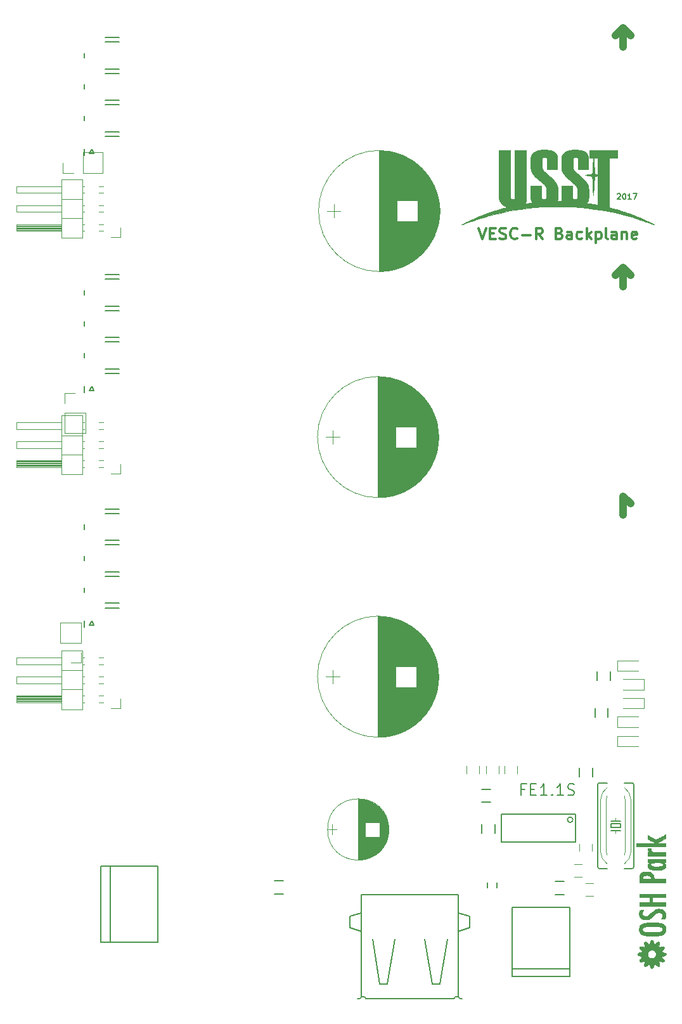
<source format=gbr>
G04 #@! TF.FileFunction,Legend,Top*
%FSLAX46Y46*%
G04 Gerber Fmt 4.6, Leading zero omitted, Abs format (unit mm)*
G04 Created by KiCad (PCBNEW 4.0.4-stable) date 05/10/17 13:02:38*
%MOMM*%
%LPD*%
G01*
G04 APERTURE LIST*
%ADD10C,0.100000*%
%ADD11C,0.187500*%
%ADD12C,1.000000*%
%ADD13C,0.300000*%
%ADD14C,0.150000*%
%ADD15C,0.120000*%
%ADD16C,0.050800*%
%ADD17C,0.152400*%
%ADD18C,0.203200*%
%ADD19C,0.010000*%
G04 APERTURE END LIST*
D10*
D11*
X102714285Y-40160714D02*
X102749999Y-40125000D01*
X102821428Y-40089286D01*
X102999999Y-40089286D01*
X103071428Y-40125000D01*
X103107142Y-40160714D01*
X103142857Y-40232143D01*
X103142857Y-40303571D01*
X103107142Y-40410714D01*
X102678571Y-40839286D01*
X103142857Y-40839286D01*
X103607143Y-40089286D02*
X103678571Y-40089286D01*
X103750000Y-40125000D01*
X103785714Y-40160714D01*
X103821428Y-40232143D01*
X103857143Y-40375000D01*
X103857143Y-40553571D01*
X103821428Y-40696429D01*
X103785714Y-40767857D01*
X103750000Y-40803571D01*
X103678571Y-40839286D01*
X103607143Y-40839286D01*
X103535714Y-40803571D01*
X103500000Y-40767857D01*
X103464285Y-40696429D01*
X103428571Y-40553571D01*
X103428571Y-40375000D01*
X103464285Y-40232143D01*
X103500000Y-40160714D01*
X103535714Y-40125000D01*
X103607143Y-40089286D01*
X104571429Y-40839286D02*
X104142857Y-40839286D01*
X104357143Y-40839286D02*
X104357143Y-40089286D01*
X104285714Y-40196429D01*
X104214286Y-40267857D01*
X104142857Y-40303571D01*
X104821429Y-40089286D02*
X105321429Y-40089286D01*
X105000000Y-40839286D01*
D12*
X103500000Y-18000000D02*
X102500000Y-19000000D01*
X103500000Y-18000000D02*
X104500000Y-19000000D01*
X103500000Y-20500000D02*
X103500000Y-18000000D01*
X103500000Y-50000000D02*
X102500000Y-51000000D01*
X103500000Y-50000000D02*
X104500000Y-51000000D01*
X103500000Y-52500000D02*
X103500000Y-50000000D01*
X103500000Y-80500000D02*
X104500000Y-81500000D01*
X103500000Y-83000000D02*
X103500000Y-80500000D01*
D13*
X84207143Y-44688571D02*
X84707143Y-46188571D01*
X85207143Y-44688571D01*
X85707143Y-45402857D02*
X86207143Y-45402857D01*
X86421429Y-46188571D02*
X85707143Y-46188571D01*
X85707143Y-44688571D01*
X86421429Y-44688571D01*
X86992857Y-46117143D02*
X87207143Y-46188571D01*
X87564286Y-46188571D01*
X87707143Y-46117143D01*
X87778572Y-46045714D01*
X87850000Y-45902857D01*
X87850000Y-45760000D01*
X87778572Y-45617143D01*
X87707143Y-45545714D01*
X87564286Y-45474286D01*
X87278572Y-45402857D01*
X87135714Y-45331429D01*
X87064286Y-45260000D01*
X86992857Y-45117143D01*
X86992857Y-44974286D01*
X87064286Y-44831429D01*
X87135714Y-44760000D01*
X87278572Y-44688571D01*
X87635714Y-44688571D01*
X87850000Y-44760000D01*
X89350000Y-46045714D02*
X89278571Y-46117143D01*
X89064285Y-46188571D01*
X88921428Y-46188571D01*
X88707143Y-46117143D01*
X88564285Y-45974286D01*
X88492857Y-45831429D01*
X88421428Y-45545714D01*
X88421428Y-45331429D01*
X88492857Y-45045714D01*
X88564285Y-44902857D01*
X88707143Y-44760000D01*
X88921428Y-44688571D01*
X89064285Y-44688571D01*
X89278571Y-44760000D01*
X89350000Y-44831429D01*
X89992857Y-45617143D02*
X91135714Y-45617143D01*
X92707143Y-46188571D02*
X92207143Y-45474286D01*
X91850000Y-46188571D02*
X91850000Y-44688571D01*
X92421428Y-44688571D01*
X92564286Y-44760000D01*
X92635714Y-44831429D01*
X92707143Y-44974286D01*
X92707143Y-45188571D01*
X92635714Y-45331429D01*
X92564286Y-45402857D01*
X92421428Y-45474286D01*
X91850000Y-45474286D01*
X94992857Y-45402857D02*
X95207143Y-45474286D01*
X95278571Y-45545714D01*
X95350000Y-45688571D01*
X95350000Y-45902857D01*
X95278571Y-46045714D01*
X95207143Y-46117143D01*
X95064285Y-46188571D01*
X94492857Y-46188571D01*
X94492857Y-44688571D01*
X94992857Y-44688571D01*
X95135714Y-44760000D01*
X95207143Y-44831429D01*
X95278571Y-44974286D01*
X95278571Y-45117143D01*
X95207143Y-45260000D01*
X95135714Y-45331429D01*
X94992857Y-45402857D01*
X94492857Y-45402857D01*
X96635714Y-46188571D02*
X96635714Y-45402857D01*
X96564285Y-45260000D01*
X96421428Y-45188571D01*
X96135714Y-45188571D01*
X95992857Y-45260000D01*
X96635714Y-46117143D02*
X96492857Y-46188571D01*
X96135714Y-46188571D01*
X95992857Y-46117143D01*
X95921428Y-45974286D01*
X95921428Y-45831429D01*
X95992857Y-45688571D01*
X96135714Y-45617143D01*
X96492857Y-45617143D01*
X96635714Y-45545714D01*
X97992857Y-46117143D02*
X97850000Y-46188571D01*
X97564286Y-46188571D01*
X97421428Y-46117143D01*
X97350000Y-46045714D01*
X97278571Y-45902857D01*
X97278571Y-45474286D01*
X97350000Y-45331429D01*
X97421428Y-45260000D01*
X97564286Y-45188571D01*
X97850000Y-45188571D01*
X97992857Y-45260000D01*
X98635714Y-46188571D02*
X98635714Y-44688571D01*
X98778571Y-45617143D02*
X99207142Y-46188571D01*
X99207142Y-45188571D02*
X98635714Y-45760000D01*
X99850000Y-45188571D02*
X99850000Y-46688571D01*
X99850000Y-45260000D02*
X99992857Y-45188571D01*
X100278571Y-45188571D01*
X100421428Y-45260000D01*
X100492857Y-45331429D01*
X100564286Y-45474286D01*
X100564286Y-45902857D01*
X100492857Y-46045714D01*
X100421428Y-46117143D01*
X100278571Y-46188571D01*
X99992857Y-46188571D01*
X99850000Y-46117143D01*
X101421429Y-46188571D02*
X101278571Y-46117143D01*
X101207143Y-45974286D01*
X101207143Y-44688571D01*
X102635714Y-46188571D02*
X102635714Y-45402857D01*
X102564285Y-45260000D01*
X102421428Y-45188571D01*
X102135714Y-45188571D01*
X101992857Y-45260000D01*
X102635714Y-46117143D02*
X102492857Y-46188571D01*
X102135714Y-46188571D01*
X101992857Y-46117143D01*
X101921428Y-45974286D01*
X101921428Y-45831429D01*
X101992857Y-45688571D01*
X102135714Y-45617143D01*
X102492857Y-45617143D01*
X102635714Y-45545714D01*
X103350000Y-45188571D02*
X103350000Y-46188571D01*
X103350000Y-45331429D02*
X103421428Y-45260000D01*
X103564286Y-45188571D01*
X103778571Y-45188571D01*
X103921428Y-45260000D01*
X103992857Y-45402857D01*
X103992857Y-46188571D01*
X105278571Y-46117143D02*
X105135714Y-46188571D01*
X104850000Y-46188571D01*
X104707143Y-46117143D01*
X104635714Y-45974286D01*
X104635714Y-45402857D01*
X104707143Y-45260000D01*
X104850000Y-45188571D01*
X105135714Y-45188571D01*
X105278571Y-45260000D01*
X105350000Y-45402857D01*
X105350000Y-45545714D01*
X104635714Y-45688571D01*
D14*
X101775000Y-103900000D02*
X101775000Y-105100000D01*
X100025000Y-105100000D02*
X100025000Y-103900000D01*
D15*
X102700000Y-109943548D02*
X102700000Y-111343548D01*
X102700000Y-111343548D02*
X105500000Y-111343548D01*
X102700000Y-109943548D02*
X105500000Y-109943548D01*
D14*
X85800000Y-121375000D02*
X84600000Y-121375000D01*
X84600000Y-119625000D02*
X85800000Y-119625000D01*
D15*
X85150000Y-116500000D02*
X85150000Y-117500000D01*
X86850000Y-117500000D02*
X86850000Y-116500000D01*
X102700000Y-112500000D02*
X102700000Y-113900000D01*
X102700000Y-113900000D02*
X105500000Y-113900000D01*
X102700000Y-112500000D02*
X105500000Y-112500000D01*
D14*
X101475000Y-108800000D02*
X101475000Y-110000000D01*
X99725000Y-110000000D02*
X99725000Y-108800000D01*
D15*
X99500000Y-132150000D02*
X98500000Y-132150000D01*
X98500000Y-133850000D02*
X99500000Y-133850000D01*
X106300000Y-108843548D02*
X106300000Y-107443548D01*
X106300000Y-107443548D02*
X103500000Y-107443548D01*
X106300000Y-108843548D02*
X103500000Y-108843548D01*
X87650000Y-116500000D02*
X87650000Y-117500000D01*
X89350000Y-117500000D02*
X89350000Y-116500000D01*
D14*
X94400000Y-131925000D02*
X95600000Y-131925000D01*
X95600000Y-133675000D02*
X94400000Y-133675000D01*
D15*
X98000000Y-129650000D02*
X97000000Y-129650000D01*
X97000000Y-131350000D02*
X98000000Y-131350000D01*
X106300000Y-106343548D02*
X106300000Y-104943548D01*
X106300000Y-104943548D02*
X103500000Y-104943548D01*
X106300000Y-106343548D02*
X103500000Y-106343548D01*
D14*
X84625000Y-125500000D02*
X84625000Y-124300000D01*
X86375000Y-124300000D02*
X86375000Y-125500000D01*
D15*
X102700000Y-102443548D02*
X102700000Y-103843548D01*
X102700000Y-103843548D02*
X105500000Y-103843548D01*
X102700000Y-102443548D02*
X105500000Y-102443548D01*
D16*
X100467899Y-127929000D02*
G75*
G03X101357000Y-129609100I2032101J74D01*
G01*
D17*
X101357000Y-130215000D02*
X100341000Y-130215000D01*
D16*
X101357001Y-119390900D02*
G75*
G03X100468000Y-121071000I1142999J-1680053D01*
G01*
D17*
X101357000Y-118785000D02*
X100341000Y-118785000D01*
D16*
X103770000Y-121071000D02*
X103770000Y-127929000D01*
X104532000Y-121071000D02*
X104532000Y-127929000D01*
X101230000Y-127929000D02*
X101230000Y-121071000D01*
D17*
X104913000Y-119039000D02*
X104913000Y-129961000D01*
X104659000Y-118785000D02*
G75*
G02X104913000Y-119039000I0J-254000D01*
G01*
X104659000Y-118785000D02*
X103643000Y-118785000D01*
D16*
X103643000Y-120517400D02*
G75*
G02X103770000Y-121071000I-1143000J-553581D01*
G01*
X101357000Y-120517400D02*
G75*
G03X101230000Y-121071000I1143000J-553581D01*
G01*
X103642899Y-119391000D02*
G75*
G02X104532000Y-121071000I-1142899J-1680121D01*
G01*
X104532001Y-127929000D02*
G75*
G02X103643000Y-129609100I-2032001J-47D01*
G01*
X103770000Y-127929000D02*
G75*
G02X103643000Y-128482600I-1270000J-19D01*
G01*
X101230000Y-127929000D02*
G75*
G03X101357000Y-128482600I1270000J-19D01*
G01*
D17*
X104659000Y-130215000D02*
X103643000Y-130215000D01*
X104913000Y-129961000D02*
G75*
G02X104659000Y-130215000I-254000J0D01*
G01*
D16*
X100468000Y-127929000D02*
X100468000Y-121071000D01*
D17*
X100087000Y-119039000D02*
X100087000Y-129961000D01*
X100341000Y-118785000D02*
G75*
G03X100087000Y-119039000I0J-254000D01*
G01*
X100087000Y-129961000D02*
G75*
G03X100341000Y-130215000I254000J0D01*
G01*
X101865000Y-124754000D02*
X103135000Y-124754000D01*
X103135000Y-124754000D02*
X103135000Y-124246000D01*
X103135000Y-124246000D02*
X101865000Y-124246000D01*
X101865000Y-124246000D02*
X101865000Y-124754000D01*
X101865000Y-125135000D02*
X102500000Y-125135000D01*
X102500000Y-125135000D02*
X103135000Y-125135000D01*
D16*
X102500000Y-125135000D02*
X102500000Y-125516000D01*
D17*
X101865000Y-123865000D02*
X102500000Y-123865000D01*
X102500000Y-123865000D02*
X103135000Y-123865000D01*
D16*
X102500000Y-123865000D02*
X102500000Y-123484000D01*
D18*
X97139000Y-126650000D02*
X87259000Y-126650000D01*
X97159000Y-126650000D02*
X97159000Y-122950000D01*
X97159000Y-122950000D02*
X87259000Y-122950000D01*
X87259000Y-122950000D02*
X87259000Y-126650000D01*
X96769553Y-123700000D02*
G75*
G03X96769553Y-123700000I-360553J0D01*
G01*
D15*
X82550000Y-116500000D02*
X82550000Y-117500000D01*
X84250000Y-117500000D02*
X84250000Y-116500000D01*
X99350000Y-127900000D02*
X99350000Y-126900000D01*
X97650000Y-126900000D02*
X97650000Y-127900000D01*
D14*
X97625000Y-118000000D02*
X97625000Y-116800000D01*
X99375000Y-116800000D02*
X99375000Y-118000000D01*
D15*
X78840000Y-104600000D02*
G75*
G03X78840000Y-104600000I-8090000J0D01*
G01*
X70750000Y-96549000D02*
X70750000Y-112651000D01*
X70790000Y-96550000D02*
X70790000Y-112650000D01*
X70830000Y-96550000D02*
X70830000Y-112650000D01*
X70870000Y-96550000D02*
X70870000Y-112650000D01*
X70910000Y-96551000D02*
X70910000Y-112649000D01*
X70950000Y-96552000D02*
X70950000Y-112648000D01*
X70990000Y-96553000D02*
X70990000Y-112647000D01*
X71030000Y-96554000D02*
X71030000Y-112646000D01*
X71070000Y-96556000D02*
X71070000Y-112644000D01*
X71110000Y-96558000D02*
X71110000Y-112642000D01*
X71150000Y-96559000D02*
X71150000Y-112641000D01*
X71190000Y-96561000D02*
X71190000Y-112639000D01*
X71230000Y-96564000D02*
X71230000Y-112636000D01*
X71270000Y-96566000D02*
X71270000Y-112634000D01*
X71310000Y-96569000D02*
X71310000Y-112631000D01*
X71350000Y-96572000D02*
X71350000Y-112628000D01*
X71390000Y-96575000D02*
X71390000Y-112625000D01*
X71430000Y-96578000D02*
X71430000Y-112622000D01*
X71471000Y-96582000D02*
X71471000Y-112618000D01*
X71511000Y-96585000D02*
X71511000Y-112615000D01*
X71551000Y-96589000D02*
X71551000Y-112611000D01*
X71591000Y-96593000D02*
X71591000Y-112607000D01*
X71631000Y-96598000D02*
X71631000Y-112602000D01*
X71671000Y-96602000D02*
X71671000Y-112598000D01*
X71711000Y-96607000D02*
X71711000Y-112593000D01*
X71751000Y-96612000D02*
X71751000Y-112588000D01*
X71791000Y-96617000D02*
X71791000Y-112583000D01*
X71831000Y-96622000D02*
X71831000Y-112578000D01*
X71871000Y-96627000D02*
X71871000Y-112573000D01*
X71911000Y-96633000D02*
X71911000Y-112567000D01*
X71951000Y-96639000D02*
X71951000Y-112561000D01*
X71991000Y-96645000D02*
X71991000Y-112555000D01*
X72031000Y-96651000D02*
X72031000Y-112549000D01*
X72071000Y-96658000D02*
X72071000Y-112542000D01*
X72111000Y-96665000D02*
X72111000Y-112535000D01*
X72151000Y-96672000D02*
X72151000Y-112528000D01*
X72191000Y-96679000D02*
X72191000Y-112521000D01*
X72231000Y-96686000D02*
X72231000Y-112514000D01*
X72271000Y-96694000D02*
X72271000Y-112506000D01*
X72311000Y-96701000D02*
X72311000Y-112499000D01*
X72351000Y-96709000D02*
X72351000Y-112491000D01*
X72391000Y-96717000D02*
X72391000Y-112483000D01*
X72431000Y-96726000D02*
X72431000Y-112474000D01*
X72471000Y-96734000D02*
X72471000Y-112466000D01*
X72511000Y-96743000D02*
X72511000Y-112457000D01*
X72551000Y-96752000D02*
X72551000Y-112448000D01*
X72591000Y-96762000D02*
X72591000Y-112438000D01*
X72631000Y-96771000D02*
X72631000Y-112429000D01*
X72671000Y-96781000D02*
X72671000Y-112419000D01*
X72711000Y-96791000D02*
X72711000Y-112409000D01*
X72751000Y-96801000D02*
X72751000Y-112399000D01*
X72791000Y-96811000D02*
X72791000Y-112389000D01*
X72831000Y-96821000D02*
X72831000Y-112379000D01*
X72871000Y-96832000D02*
X72871000Y-112368000D01*
X72911000Y-96843000D02*
X72911000Y-112357000D01*
X72951000Y-96854000D02*
X72951000Y-112346000D01*
X72991000Y-96866000D02*
X72991000Y-112334000D01*
X73031000Y-96877000D02*
X73031000Y-112323000D01*
X73071000Y-96889000D02*
X73071000Y-112311000D01*
X73111000Y-96901000D02*
X73111000Y-112299000D01*
X73151000Y-96914000D02*
X73151000Y-103220000D01*
X73151000Y-105980000D02*
X73151000Y-112286000D01*
X73191000Y-96926000D02*
X73191000Y-103220000D01*
X73191000Y-105980000D02*
X73191000Y-112274000D01*
X73231000Y-96939000D02*
X73231000Y-103220000D01*
X73231000Y-105980000D02*
X73231000Y-112261000D01*
X73271000Y-96952000D02*
X73271000Y-103220000D01*
X73271000Y-105980000D02*
X73271000Y-112248000D01*
X73311000Y-96965000D02*
X73311000Y-103220000D01*
X73311000Y-105980000D02*
X73311000Y-112235000D01*
X73351000Y-96979000D02*
X73351000Y-103220000D01*
X73351000Y-105980000D02*
X73351000Y-112221000D01*
X73391000Y-96992000D02*
X73391000Y-103220000D01*
X73391000Y-105980000D02*
X73391000Y-112208000D01*
X73431000Y-97006000D02*
X73431000Y-103220000D01*
X73431000Y-105980000D02*
X73431000Y-112194000D01*
X73471000Y-97020000D02*
X73471000Y-103220000D01*
X73471000Y-105980000D02*
X73471000Y-112180000D01*
X73511000Y-97035000D02*
X73511000Y-103220000D01*
X73511000Y-105980000D02*
X73511000Y-112165000D01*
X73551000Y-97050000D02*
X73551000Y-103220000D01*
X73551000Y-105980000D02*
X73551000Y-112150000D01*
X73591000Y-97064000D02*
X73591000Y-103220000D01*
X73591000Y-105980000D02*
X73591000Y-112136000D01*
X73631000Y-97079000D02*
X73631000Y-103220000D01*
X73631000Y-105980000D02*
X73631000Y-112121000D01*
X73671000Y-97095000D02*
X73671000Y-103220000D01*
X73671000Y-105980000D02*
X73671000Y-112105000D01*
X73711000Y-97110000D02*
X73711000Y-103220000D01*
X73711000Y-105980000D02*
X73711000Y-112090000D01*
X73751000Y-97126000D02*
X73751000Y-103220000D01*
X73751000Y-105980000D02*
X73751000Y-112074000D01*
X73791000Y-97142000D02*
X73791000Y-103220000D01*
X73791000Y-105980000D02*
X73791000Y-112058000D01*
X73831000Y-97159000D02*
X73831000Y-103220000D01*
X73831000Y-105980000D02*
X73831000Y-112041000D01*
X73871000Y-97175000D02*
X73871000Y-103220000D01*
X73871000Y-105980000D02*
X73871000Y-112025000D01*
X73911000Y-97192000D02*
X73911000Y-103220000D01*
X73911000Y-105980000D02*
X73911000Y-112008000D01*
X73951000Y-97209000D02*
X73951000Y-103220000D01*
X73951000Y-105980000D02*
X73951000Y-111991000D01*
X73991000Y-97227000D02*
X73991000Y-103220000D01*
X73991000Y-105980000D02*
X73991000Y-111973000D01*
X74031000Y-97244000D02*
X74031000Y-103220000D01*
X74031000Y-105980000D02*
X74031000Y-111956000D01*
X74071000Y-97262000D02*
X74071000Y-103220000D01*
X74071000Y-105980000D02*
X74071000Y-111938000D01*
X74111000Y-97280000D02*
X74111000Y-103220000D01*
X74111000Y-105980000D02*
X74111000Y-111920000D01*
X74151000Y-97299000D02*
X74151000Y-103220000D01*
X74151000Y-105980000D02*
X74151000Y-111901000D01*
X74191000Y-97317000D02*
X74191000Y-103220000D01*
X74191000Y-105980000D02*
X74191000Y-111883000D01*
X74231000Y-97336000D02*
X74231000Y-103220000D01*
X74231000Y-105980000D02*
X74231000Y-111864000D01*
X74271000Y-97355000D02*
X74271000Y-103220000D01*
X74271000Y-105980000D02*
X74271000Y-111845000D01*
X74311000Y-97375000D02*
X74311000Y-103220000D01*
X74311000Y-105980000D02*
X74311000Y-111825000D01*
X74351000Y-97395000D02*
X74351000Y-103220000D01*
X74351000Y-105980000D02*
X74351000Y-111805000D01*
X74391000Y-97415000D02*
X74391000Y-103220000D01*
X74391000Y-105980000D02*
X74391000Y-111785000D01*
X74431000Y-97435000D02*
X74431000Y-103220000D01*
X74431000Y-105980000D02*
X74431000Y-111765000D01*
X74471000Y-97456000D02*
X74471000Y-103220000D01*
X74471000Y-105980000D02*
X74471000Y-111744000D01*
X74511000Y-97476000D02*
X74511000Y-103220000D01*
X74511000Y-105980000D02*
X74511000Y-111724000D01*
X74551000Y-97498000D02*
X74551000Y-103220000D01*
X74551000Y-105980000D02*
X74551000Y-111702000D01*
X74591000Y-97519000D02*
X74591000Y-103220000D01*
X74591000Y-105980000D02*
X74591000Y-111681000D01*
X74631000Y-97541000D02*
X74631000Y-103220000D01*
X74631000Y-105980000D02*
X74631000Y-111659000D01*
X74671000Y-97563000D02*
X74671000Y-103220000D01*
X74671000Y-105980000D02*
X74671000Y-111637000D01*
X74711000Y-97585000D02*
X74711000Y-103220000D01*
X74711000Y-105980000D02*
X74711000Y-111615000D01*
X74751000Y-97608000D02*
X74751000Y-103220000D01*
X74751000Y-105980000D02*
X74751000Y-111592000D01*
X74791000Y-97630000D02*
X74791000Y-103220000D01*
X74791000Y-105980000D02*
X74791000Y-111570000D01*
X74831000Y-97654000D02*
X74831000Y-103220000D01*
X74831000Y-105980000D02*
X74831000Y-111546000D01*
X74871000Y-97677000D02*
X74871000Y-103220000D01*
X74871000Y-105980000D02*
X74871000Y-111523000D01*
X74911000Y-97701000D02*
X74911000Y-103220000D01*
X74911000Y-105980000D02*
X74911000Y-111499000D01*
X74951000Y-97725000D02*
X74951000Y-103220000D01*
X74951000Y-105980000D02*
X74951000Y-111475000D01*
X74991000Y-97750000D02*
X74991000Y-103220000D01*
X74991000Y-105980000D02*
X74991000Y-111450000D01*
X75031000Y-97774000D02*
X75031000Y-103220000D01*
X75031000Y-105980000D02*
X75031000Y-111426000D01*
X75071000Y-97799000D02*
X75071000Y-103220000D01*
X75071000Y-105980000D02*
X75071000Y-111401000D01*
X75111000Y-97825000D02*
X75111000Y-103220000D01*
X75111000Y-105980000D02*
X75111000Y-111375000D01*
X75151000Y-97851000D02*
X75151000Y-103220000D01*
X75151000Y-105980000D02*
X75151000Y-111349000D01*
X75191000Y-97877000D02*
X75191000Y-103220000D01*
X75191000Y-105980000D02*
X75191000Y-111323000D01*
X75231000Y-97903000D02*
X75231000Y-103220000D01*
X75231000Y-105980000D02*
X75231000Y-111297000D01*
X75271000Y-97930000D02*
X75271000Y-103220000D01*
X75271000Y-105980000D02*
X75271000Y-111270000D01*
X75311000Y-97957000D02*
X75311000Y-103220000D01*
X75311000Y-105980000D02*
X75311000Y-111243000D01*
X75351000Y-97985000D02*
X75351000Y-103220000D01*
X75351000Y-105980000D02*
X75351000Y-111215000D01*
X75391000Y-98012000D02*
X75391000Y-103220000D01*
X75391000Y-105980000D02*
X75391000Y-111188000D01*
X75431000Y-98041000D02*
X75431000Y-103220000D01*
X75431000Y-105980000D02*
X75431000Y-111159000D01*
X75471000Y-98069000D02*
X75471000Y-103220000D01*
X75471000Y-105980000D02*
X75471000Y-111131000D01*
X75511000Y-98098000D02*
X75511000Y-103220000D01*
X75511000Y-105980000D02*
X75511000Y-111102000D01*
X75551000Y-98127000D02*
X75551000Y-103220000D01*
X75551000Y-105980000D02*
X75551000Y-111073000D01*
X75591000Y-98157000D02*
X75591000Y-103220000D01*
X75591000Y-105980000D02*
X75591000Y-111043000D01*
X75631000Y-98187000D02*
X75631000Y-103220000D01*
X75631000Y-105980000D02*
X75631000Y-111013000D01*
X75671000Y-98218000D02*
X75671000Y-103220000D01*
X75671000Y-105980000D02*
X75671000Y-110982000D01*
X75711000Y-98248000D02*
X75711000Y-103220000D01*
X75711000Y-105980000D02*
X75711000Y-110952000D01*
X75751000Y-98280000D02*
X75751000Y-103220000D01*
X75751000Y-105980000D02*
X75751000Y-110920000D01*
X75791000Y-98311000D02*
X75791000Y-103220000D01*
X75791000Y-105980000D02*
X75791000Y-110889000D01*
X75831000Y-98343000D02*
X75831000Y-103220000D01*
X75831000Y-105980000D02*
X75831000Y-110857000D01*
X75871000Y-98376000D02*
X75871000Y-103220000D01*
X75871000Y-105980000D02*
X75871000Y-110824000D01*
X75911000Y-98409000D02*
X75911000Y-110791000D01*
X75951000Y-98442000D02*
X75951000Y-110758000D01*
X75991000Y-98476000D02*
X75991000Y-110724000D01*
X76031000Y-98510000D02*
X76031000Y-110690000D01*
X76071000Y-98545000D02*
X76071000Y-110655000D01*
X76111000Y-98580000D02*
X76111000Y-110620000D01*
X76151000Y-98616000D02*
X76151000Y-110584000D01*
X76191000Y-98652000D02*
X76191000Y-110548000D01*
X76231000Y-98688000D02*
X76231000Y-110512000D01*
X76271000Y-98725000D02*
X76271000Y-110475000D01*
X76311000Y-98763000D02*
X76311000Y-110437000D01*
X76351000Y-98801000D02*
X76351000Y-110399000D01*
X76391000Y-98840000D02*
X76391000Y-110360000D01*
X76431000Y-98879000D02*
X76431000Y-110321000D01*
X76471000Y-98919000D02*
X76471000Y-110281000D01*
X76511000Y-98959000D02*
X76511000Y-110241000D01*
X76551000Y-99000000D02*
X76551000Y-110200000D01*
X76591000Y-99041000D02*
X76591000Y-110159000D01*
X76631000Y-99083000D02*
X76631000Y-110117000D01*
X76671000Y-99126000D02*
X76671000Y-110074000D01*
X76711000Y-99169000D02*
X76711000Y-110031000D01*
X76751000Y-99213000D02*
X76751000Y-109987000D01*
X76791000Y-99257000D02*
X76791000Y-109943000D01*
X76831000Y-99303000D02*
X76831000Y-109897000D01*
X76871000Y-99349000D02*
X76871000Y-109851000D01*
X76911000Y-99395000D02*
X76911000Y-109805000D01*
X76951000Y-99443000D02*
X76951000Y-109757000D01*
X76991000Y-99491000D02*
X76991000Y-109709000D01*
X77031000Y-99540000D02*
X77031000Y-109660000D01*
X77071000Y-99589000D02*
X77071000Y-109611000D01*
X77111000Y-99640000D02*
X77111000Y-109560000D01*
X77151000Y-99691000D02*
X77151000Y-109509000D01*
X77191000Y-99743000D02*
X77191000Y-109457000D01*
X77231000Y-99796000D02*
X77231000Y-109404000D01*
X77271000Y-99850000D02*
X77271000Y-109350000D01*
X77311000Y-99905000D02*
X77311000Y-109295000D01*
X77351000Y-99961000D02*
X77351000Y-109239000D01*
X77391000Y-100018000D02*
X77391000Y-109182000D01*
X77431000Y-100076000D02*
X77431000Y-109124000D01*
X77471000Y-100135000D02*
X77471000Y-109065000D01*
X77511000Y-100195000D02*
X77511000Y-109005000D01*
X77551000Y-100257000D02*
X77551000Y-108943000D01*
X77591000Y-100319000D02*
X77591000Y-108881000D01*
X77631000Y-100383000D02*
X77631000Y-108817000D01*
X77671000Y-100449000D02*
X77671000Y-108751000D01*
X77711000Y-100516000D02*
X77711000Y-108684000D01*
X77751000Y-100584000D02*
X77751000Y-108616000D01*
X77791000Y-100654000D02*
X77791000Y-108546000D01*
X77831000Y-100725000D02*
X77831000Y-108475000D01*
X77871000Y-100798000D02*
X77871000Y-108402000D01*
X77911000Y-100874000D02*
X77911000Y-108326000D01*
X77951000Y-100951000D02*
X77951000Y-108249000D01*
X77991000Y-101030000D02*
X77991000Y-108170000D01*
X78031000Y-101111000D02*
X78031000Y-108089000D01*
X78071000Y-101195000D02*
X78071000Y-108005000D01*
X78111000Y-101281000D02*
X78111000Y-107919000D01*
X78151000Y-101370000D02*
X78151000Y-107830000D01*
X78191000Y-101462000D02*
X78191000Y-107738000D01*
X78231000Y-101558000D02*
X78231000Y-107642000D01*
X78271000Y-101657000D02*
X78271000Y-107543000D01*
X78311000Y-101759000D02*
X78311000Y-107441000D01*
X78351000Y-101867000D02*
X78351000Y-107333000D01*
X78391000Y-101979000D02*
X78391000Y-107221000D01*
X78431000Y-102097000D02*
X78431000Y-107103000D01*
X78471000Y-102221000D02*
X78471000Y-106979000D01*
X78511000Y-102352000D02*
X78511000Y-106848000D01*
X78551000Y-102493000D02*
X78551000Y-106707000D01*
X78591000Y-102644000D02*
X78591000Y-106556000D01*
X78631000Y-102808000D02*
X78631000Y-106392000D01*
X78671000Y-102990000D02*
X78671000Y-106210000D01*
X78711000Y-103195000D02*
X78711000Y-106005000D01*
X78751000Y-103436000D02*
X78751000Y-105764000D01*
X78791000Y-103741000D02*
X78791000Y-105459000D01*
X78831000Y-104237000D02*
X78831000Y-104963000D01*
X63800000Y-104600000D02*
X65600000Y-104600000D01*
X64700000Y-103700000D02*
X64700000Y-105500000D01*
X78980000Y-42410000D02*
G75*
G03X78980000Y-42410000I-8090000J0D01*
G01*
X70890000Y-34359000D02*
X70890000Y-50461000D01*
X70930000Y-34360000D02*
X70930000Y-50460000D01*
X70970000Y-34360000D02*
X70970000Y-50460000D01*
X71010000Y-34360000D02*
X71010000Y-50460000D01*
X71050000Y-34361000D02*
X71050000Y-50459000D01*
X71090000Y-34362000D02*
X71090000Y-50458000D01*
X71130000Y-34363000D02*
X71130000Y-50457000D01*
X71170000Y-34364000D02*
X71170000Y-50456000D01*
X71210000Y-34366000D02*
X71210000Y-50454000D01*
X71250000Y-34368000D02*
X71250000Y-50452000D01*
X71290000Y-34369000D02*
X71290000Y-50451000D01*
X71330000Y-34371000D02*
X71330000Y-50449000D01*
X71370000Y-34374000D02*
X71370000Y-50446000D01*
X71410000Y-34376000D02*
X71410000Y-50444000D01*
X71450000Y-34379000D02*
X71450000Y-50441000D01*
X71490000Y-34382000D02*
X71490000Y-50438000D01*
X71530000Y-34385000D02*
X71530000Y-50435000D01*
X71570000Y-34388000D02*
X71570000Y-50432000D01*
X71611000Y-34392000D02*
X71611000Y-50428000D01*
X71651000Y-34395000D02*
X71651000Y-50425000D01*
X71691000Y-34399000D02*
X71691000Y-50421000D01*
X71731000Y-34403000D02*
X71731000Y-50417000D01*
X71771000Y-34408000D02*
X71771000Y-50412000D01*
X71811000Y-34412000D02*
X71811000Y-50408000D01*
X71851000Y-34417000D02*
X71851000Y-50403000D01*
X71891000Y-34422000D02*
X71891000Y-50398000D01*
X71931000Y-34427000D02*
X71931000Y-50393000D01*
X71971000Y-34432000D02*
X71971000Y-50388000D01*
X72011000Y-34437000D02*
X72011000Y-50383000D01*
X72051000Y-34443000D02*
X72051000Y-50377000D01*
X72091000Y-34449000D02*
X72091000Y-50371000D01*
X72131000Y-34455000D02*
X72131000Y-50365000D01*
X72171000Y-34461000D02*
X72171000Y-50359000D01*
X72211000Y-34468000D02*
X72211000Y-50352000D01*
X72251000Y-34475000D02*
X72251000Y-50345000D01*
X72291000Y-34482000D02*
X72291000Y-50338000D01*
X72331000Y-34489000D02*
X72331000Y-50331000D01*
X72371000Y-34496000D02*
X72371000Y-50324000D01*
X72411000Y-34504000D02*
X72411000Y-50316000D01*
X72451000Y-34511000D02*
X72451000Y-50309000D01*
X72491000Y-34519000D02*
X72491000Y-50301000D01*
X72531000Y-34527000D02*
X72531000Y-50293000D01*
X72571000Y-34536000D02*
X72571000Y-50284000D01*
X72611000Y-34544000D02*
X72611000Y-50276000D01*
X72651000Y-34553000D02*
X72651000Y-50267000D01*
X72691000Y-34562000D02*
X72691000Y-50258000D01*
X72731000Y-34572000D02*
X72731000Y-50248000D01*
X72771000Y-34581000D02*
X72771000Y-50239000D01*
X72811000Y-34591000D02*
X72811000Y-50229000D01*
X72851000Y-34601000D02*
X72851000Y-50219000D01*
X72891000Y-34611000D02*
X72891000Y-50209000D01*
X72931000Y-34621000D02*
X72931000Y-50199000D01*
X72971000Y-34631000D02*
X72971000Y-50189000D01*
X73011000Y-34642000D02*
X73011000Y-50178000D01*
X73051000Y-34653000D02*
X73051000Y-50167000D01*
X73091000Y-34664000D02*
X73091000Y-50156000D01*
X73131000Y-34676000D02*
X73131000Y-50144000D01*
X73171000Y-34687000D02*
X73171000Y-50133000D01*
X73211000Y-34699000D02*
X73211000Y-50121000D01*
X73251000Y-34711000D02*
X73251000Y-50109000D01*
X73291000Y-34724000D02*
X73291000Y-41030000D01*
X73291000Y-43790000D02*
X73291000Y-50096000D01*
X73331000Y-34736000D02*
X73331000Y-41030000D01*
X73331000Y-43790000D02*
X73331000Y-50084000D01*
X73371000Y-34749000D02*
X73371000Y-41030000D01*
X73371000Y-43790000D02*
X73371000Y-50071000D01*
X73411000Y-34762000D02*
X73411000Y-41030000D01*
X73411000Y-43790000D02*
X73411000Y-50058000D01*
X73451000Y-34775000D02*
X73451000Y-41030000D01*
X73451000Y-43790000D02*
X73451000Y-50045000D01*
X73491000Y-34789000D02*
X73491000Y-41030000D01*
X73491000Y-43790000D02*
X73491000Y-50031000D01*
X73531000Y-34802000D02*
X73531000Y-41030000D01*
X73531000Y-43790000D02*
X73531000Y-50018000D01*
X73571000Y-34816000D02*
X73571000Y-41030000D01*
X73571000Y-43790000D02*
X73571000Y-50004000D01*
X73611000Y-34830000D02*
X73611000Y-41030000D01*
X73611000Y-43790000D02*
X73611000Y-49990000D01*
X73651000Y-34845000D02*
X73651000Y-41030000D01*
X73651000Y-43790000D02*
X73651000Y-49975000D01*
X73691000Y-34860000D02*
X73691000Y-41030000D01*
X73691000Y-43790000D02*
X73691000Y-49960000D01*
X73731000Y-34874000D02*
X73731000Y-41030000D01*
X73731000Y-43790000D02*
X73731000Y-49946000D01*
X73771000Y-34889000D02*
X73771000Y-41030000D01*
X73771000Y-43790000D02*
X73771000Y-49931000D01*
X73811000Y-34905000D02*
X73811000Y-41030000D01*
X73811000Y-43790000D02*
X73811000Y-49915000D01*
X73851000Y-34920000D02*
X73851000Y-41030000D01*
X73851000Y-43790000D02*
X73851000Y-49900000D01*
X73891000Y-34936000D02*
X73891000Y-41030000D01*
X73891000Y-43790000D02*
X73891000Y-49884000D01*
X73931000Y-34952000D02*
X73931000Y-41030000D01*
X73931000Y-43790000D02*
X73931000Y-49868000D01*
X73971000Y-34969000D02*
X73971000Y-41030000D01*
X73971000Y-43790000D02*
X73971000Y-49851000D01*
X74011000Y-34985000D02*
X74011000Y-41030000D01*
X74011000Y-43790000D02*
X74011000Y-49835000D01*
X74051000Y-35002000D02*
X74051000Y-41030000D01*
X74051000Y-43790000D02*
X74051000Y-49818000D01*
X74091000Y-35019000D02*
X74091000Y-41030000D01*
X74091000Y-43790000D02*
X74091000Y-49801000D01*
X74131000Y-35037000D02*
X74131000Y-41030000D01*
X74131000Y-43790000D02*
X74131000Y-49783000D01*
X74171000Y-35054000D02*
X74171000Y-41030000D01*
X74171000Y-43790000D02*
X74171000Y-49766000D01*
X74211000Y-35072000D02*
X74211000Y-41030000D01*
X74211000Y-43790000D02*
X74211000Y-49748000D01*
X74251000Y-35090000D02*
X74251000Y-41030000D01*
X74251000Y-43790000D02*
X74251000Y-49730000D01*
X74291000Y-35109000D02*
X74291000Y-41030000D01*
X74291000Y-43790000D02*
X74291000Y-49711000D01*
X74331000Y-35127000D02*
X74331000Y-41030000D01*
X74331000Y-43790000D02*
X74331000Y-49693000D01*
X74371000Y-35146000D02*
X74371000Y-41030000D01*
X74371000Y-43790000D02*
X74371000Y-49674000D01*
X74411000Y-35165000D02*
X74411000Y-41030000D01*
X74411000Y-43790000D02*
X74411000Y-49655000D01*
X74451000Y-35185000D02*
X74451000Y-41030000D01*
X74451000Y-43790000D02*
X74451000Y-49635000D01*
X74491000Y-35205000D02*
X74491000Y-41030000D01*
X74491000Y-43790000D02*
X74491000Y-49615000D01*
X74531000Y-35225000D02*
X74531000Y-41030000D01*
X74531000Y-43790000D02*
X74531000Y-49595000D01*
X74571000Y-35245000D02*
X74571000Y-41030000D01*
X74571000Y-43790000D02*
X74571000Y-49575000D01*
X74611000Y-35266000D02*
X74611000Y-41030000D01*
X74611000Y-43790000D02*
X74611000Y-49554000D01*
X74651000Y-35286000D02*
X74651000Y-41030000D01*
X74651000Y-43790000D02*
X74651000Y-49534000D01*
X74691000Y-35308000D02*
X74691000Y-41030000D01*
X74691000Y-43790000D02*
X74691000Y-49512000D01*
X74731000Y-35329000D02*
X74731000Y-41030000D01*
X74731000Y-43790000D02*
X74731000Y-49491000D01*
X74771000Y-35351000D02*
X74771000Y-41030000D01*
X74771000Y-43790000D02*
X74771000Y-49469000D01*
X74811000Y-35373000D02*
X74811000Y-41030000D01*
X74811000Y-43790000D02*
X74811000Y-49447000D01*
X74851000Y-35395000D02*
X74851000Y-41030000D01*
X74851000Y-43790000D02*
X74851000Y-49425000D01*
X74891000Y-35418000D02*
X74891000Y-41030000D01*
X74891000Y-43790000D02*
X74891000Y-49402000D01*
X74931000Y-35440000D02*
X74931000Y-41030000D01*
X74931000Y-43790000D02*
X74931000Y-49380000D01*
X74971000Y-35464000D02*
X74971000Y-41030000D01*
X74971000Y-43790000D02*
X74971000Y-49356000D01*
X75011000Y-35487000D02*
X75011000Y-41030000D01*
X75011000Y-43790000D02*
X75011000Y-49333000D01*
X75051000Y-35511000D02*
X75051000Y-41030000D01*
X75051000Y-43790000D02*
X75051000Y-49309000D01*
X75091000Y-35535000D02*
X75091000Y-41030000D01*
X75091000Y-43790000D02*
X75091000Y-49285000D01*
X75131000Y-35560000D02*
X75131000Y-41030000D01*
X75131000Y-43790000D02*
X75131000Y-49260000D01*
X75171000Y-35584000D02*
X75171000Y-41030000D01*
X75171000Y-43790000D02*
X75171000Y-49236000D01*
X75211000Y-35609000D02*
X75211000Y-41030000D01*
X75211000Y-43790000D02*
X75211000Y-49211000D01*
X75251000Y-35635000D02*
X75251000Y-41030000D01*
X75251000Y-43790000D02*
X75251000Y-49185000D01*
X75291000Y-35661000D02*
X75291000Y-41030000D01*
X75291000Y-43790000D02*
X75291000Y-49159000D01*
X75331000Y-35687000D02*
X75331000Y-41030000D01*
X75331000Y-43790000D02*
X75331000Y-49133000D01*
X75371000Y-35713000D02*
X75371000Y-41030000D01*
X75371000Y-43790000D02*
X75371000Y-49107000D01*
X75411000Y-35740000D02*
X75411000Y-41030000D01*
X75411000Y-43790000D02*
X75411000Y-49080000D01*
X75451000Y-35767000D02*
X75451000Y-41030000D01*
X75451000Y-43790000D02*
X75451000Y-49053000D01*
X75491000Y-35795000D02*
X75491000Y-41030000D01*
X75491000Y-43790000D02*
X75491000Y-49025000D01*
X75531000Y-35822000D02*
X75531000Y-41030000D01*
X75531000Y-43790000D02*
X75531000Y-48998000D01*
X75571000Y-35851000D02*
X75571000Y-41030000D01*
X75571000Y-43790000D02*
X75571000Y-48969000D01*
X75611000Y-35879000D02*
X75611000Y-41030000D01*
X75611000Y-43790000D02*
X75611000Y-48941000D01*
X75651000Y-35908000D02*
X75651000Y-41030000D01*
X75651000Y-43790000D02*
X75651000Y-48912000D01*
X75691000Y-35937000D02*
X75691000Y-41030000D01*
X75691000Y-43790000D02*
X75691000Y-48883000D01*
X75731000Y-35967000D02*
X75731000Y-41030000D01*
X75731000Y-43790000D02*
X75731000Y-48853000D01*
X75771000Y-35997000D02*
X75771000Y-41030000D01*
X75771000Y-43790000D02*
X75771000Y-48823000D01*
X75811000Y-36028000D02*
X75811000Y-41030000D01*
X75811000Y-43790000D02*
X75811000Y-48792000D01*
X75851000Y-36058000D02*
X75851000Y-41030000D01*
X75851000Y-43790000D02*
X75851000Y-48762000D01*
X75891000Y-36090000D02*
X75891000Y-41030000D01*
X75891000Y-43790000D02*
X75891000Y-48730000D01*
X75931000Y-36121000D02*
X75931000Y-41030000D01*
X75931000Y-43790000D02*
X75931000Y-48699000D01*
X75971000Y-36153000D02*
X75971000Y-41030000D01*
X75971000Y-43790000D02*
X75971000Y-48667000D01*
X76011000Y-36186000D02*
X76011000Y-41030000D01*
X76011000Y-43790000D02*
X76011000Y-48634000D01*
X76051000Y-36219000D02*
X76051000Y-48601000D01*
X76091000Y-36252000D02*
X76091000Y-48568000D01*
X76131000Y-36286000D02*
X76131000Y-48534000D01*
X76171000Y-36320000D02*
X76171000Y-48500000D01*
X76211000Y-36355000D02*
X76211000Y-48465000D01*
X76251000Y-36390000D02*
X76251000Y-48430000D01*
X76291000Y-36426000D02*
X76291000Y-48394000D01*
X76331000Y-36462000D02*
X76331000Y-48358000D01*
X76371000Y-36498000D02*
X76371000Y-48322000D01*
X76411000Y-36535000D02*
X76411000Y-48285000D01*
X76451000Y-36573000D02*
X76451000Y-48247000D01*
X76491000Y-36611000D02*
X76491000Y-48209000D01*
X76531000Y-36650000D02*
X76531000Y-48170000D01*
X76571000Y-36689000D02*
X76571000Y-48131000D01*
X76611000Y-36729000D02*
X76611000Y-48091000D01*
X76651000Y-36769000D02*
X76651000Y-48051000D01*
X76691000Y-36810000D02*
X76691000Y-48010000D01*
X76731000Y-36851000D02*
X76731000Y-47969000D01*
X76771000Y-36893000D02*
X76771000Y-47927000D01*
X76811000Y-36936000D02*
X76811000Y-47884000D01*
X76851000Y-36979000D02*
X76851000Y-47841000D01*
X76891000Y-37023000D02*
X76891000Y-47797000D01*
X76931000Y-37067000D02*
X76931000Y-47753000D01*
X76971000Y-37113000D02*
X76971000Y-47707000D01*
X77011000Y-37159000D02*
X77011000Y-47661000D01*
X77051000Y-37205000D02*
X77051000Y-47615000D01*
X77091000Y-37253000D02*
X77091000Y-47567000D01*
X77131000Y-37301000D02*
X77131000Y-47519000D01*
X77171000Y-37350000D02*
X77171000Y-47470000D01*
X77211000Y-37399000D02*
X77211000Y-47421000D01*
X77251000Y-37450000D02*
X77251000Y-47370000D01*
X77291000Y-37501000D02*
X77291000Y-47319000D01*
X77331000Y-37553000D02*
X77331000Y-47267000D01*
X77371000Y-37606000D02*
X77371000Y-47214000D01*
X77411000Y-37660000D02*
X77411000Y-47160000D01*
X77451000Y-37715000D02*
X77451000Y-47105000D01*
X77491000Y-37771000D02*
X77491000Y-47049000D01*
X77531000Y-37828000D02*
X77531000Y-46992000D01*
X77571000Y-37886000D02*
X77571000Y-46934000D01*
X77611000Y-37945000D02*
X77611000Y-46875000D01*
X77651000Y-38005000D02*
X77651000Y-46815000D01*
X77691000Y-38067000D02*
X77691000Y-46753000D01*
X77731000Y-38129000D02*
X77731000Y-46691000D01*
X77771000Y-38193000D02*
X77771000Y-46627000D01*
X77811000Y-38259000D02*
X77811000Y-46561000D01*
X77851000Y-38326000D02*
X77851000Y-46494000D01*
X77891000Y-38394000D02*
X77891000Y-46426000D01*
X77931000Y-38464000D02*
X77931000Y-46356000D01*
X77971000Y-38535000D02*
X77971000Y-46285000D01*
X78011000Y-38608000D02*
X78011000Y-46212000D01*
X78051000Y-38684000D02*
X78051000Y-46136000D01*
X78091000Y-38761000D02*
X78091000Y-46059000D01*
X78131000Y-38840000D02*
X78131000Y-45980000D01*
X78171000Y-38921000D02*
X78171000Y-45899000D01*
X78211000Y-39005000D02*
X78211000Y-45815000D01*
X78251000Y-39091000D02*
X78251000Y-45729000D01*
X78291000Y-39180000D02*
X78291000Y-45640000D01*
X78331000Y-39272000D02*
X78331000Y-45548000D01*
X78371000Y-39368000D02*
X78371000Y-45452000D01*
X78411000Y-39467000D02*
X78411000Y-45353000D01*
X78451000Y-39569000D02*
X78451000Y-45251000D01*
X78491000Y-39677000D02*
X78491000Y-45143000D01*
X78531000Y-39789000D02*
X78531000Y-45031000D01*
X78571000Y-39907000D02*
X78571000Y-44913000D01*
X78611000Y-40031000D02*
X78611000Y-44789000D01*
X78651000Y-40162000D02*
X78651000Y-44658000D01*
X78691000Y-40303000D02*
X78691000Y-44517000D01*
X78731000Y-40454000D02*
X78731000Y-44366000D01*
X78771000Y-40618000D02*
X78771000Y-44202000D01*
X78811000Y-40800000D02*
X78811000Y-44020000D01*
X78851000Y-41005000D02*
X78851000Y-43815000D01*
X78891000Y-41246000D02*
X78891000Y-43574000D01*
X78931000Y-41551000D02*
X78931000Y-43269000D01*
X78971000Y-42047000D02*
X78971000Y-42773000D01*
X63940000Y-42410000D02*
X65740000Y-42410000D01*
X64840000Y-41510000D02*
X64840000Y-43310000D01*
X78840000Y-72600000D02*
G75*
G03X78840000Y-72600000I-8090000J0D01*
G01*
X70750000Y-64549000D02*
X70750000Y-80651000D01*
X70790000Y-64550000D02*
X70790000Y-80650000D01*
X70830000Y-64550000D02*
X70830000Y-80650000D01*
X70870000Y-64550000D02*
X70870000Y-80650000D01*
X70910000Y-64551000D02*
X70910000Y-80649000D01*
X70950000Y-64552000D02*
X70950000Y-80648000D01*
X70990000Y-64553000D02*
X70990000Y-80647000D01*
X71030000Y-64554000D02*
X71030000Y-80646000D01*
X71070000Y-64556000D02*
X71070000Y-80644000D01*
X71110000Y-64558000D02*
X71110000Y-80642000D01*
X71150000Y-64559000D02*
X71150000Y-80641000D01*
X71190000Y-64561000D02*
X71190000Y-80639000D01*
X71230000Y-64564000D02*
X71230000Y-80636000D01*
X71270000Y-64566000D02*
X71270000Y-80634000D01*
X71310000Y-64569000D02*
X71310000Y-80631000D01*
X71350000Y-64572000D02*
X71350000Y-80628000D01*
X71390000Y-64575000D02*
X71390000Y-80625000D01*
X71430000Y-64578000D02*
X71430000Y-80622000D01*
X71471000Y-64582000D02*
X71471000Y-80618000D01*
X71511000Y-64585000D02*
X71511000Y-80615000D01*
X71551000Y-64589000D02*
X71551000Y-80611000D01*
X71591000Y-64593000D02*
X71591000Y-80607000D01*
X71631000Y-64598000D02*
X71631000Y-80602000D01*
X71671000Y-64602000D02*
X71671000Y-80598000D01*
X71711000Y-64607000D02*
X71711000Y-80593000D01*
X71751000Y-64612000D02*
X71751000Y-80588000D01*
X71791000Y-64617000D02*
X71791000Y-80583000D01*
X71831000Y-64622000D02*
X71831000Y-80578000D01*
X71871000Y-64627000D02*
X71871000Y-80573000D01*
X71911000Y-64633000D02*
X71911000Y-80567000D01*
X71951000Y-64639000D02*
X71951000Y-80561000D01*
X71991000Y-64645000D02*
X71991000Y-80555000D01*
X72031000Y-64651000D02*
X72031000Y-80549000D01*
X72071000Y-64658000D02*
X72071000Y-80542000D01*
X72111000Y-64665000D02*
X72111000Y-80535000D01*
X72151000Y-64672000D02*
X72151000Y-80528000D01*
X72191000Y-64679000D02*
X72191000Y-80521000D01*
X72231000Y-64686000D02*
X72231000Y-80514000D01*
X72271000Y-64694000D02*
X72271000Y-80506000D01*
X72311000Y-64701000D02*
X72311000Y-80499000D01*
X72351000Y-64709000D02*
X72351000Y-80491000D01*
X72391000Y-64717000D02*
X72391000Y-80483000D01*
X72431000Y-64726000D02*
X72431000Y-80474000D01*
X72471000Y-64734000D02*
X72471000Y-80466000D01*
X72511000Y-64743000D02*
X72511000Y-80457000D01*
X72551000Y-64752000D02*
X72551000Y-80448000D01*
X72591000Y-64762000D02*
X72591000Y-80438000D01*
X72631000Y-64771000D02*
X72631000Y-80429000D01*
X72671000Y-64781000D02*
X72671000Y-80419000D01*
X72711000Y-64791000D02*
X72711000Y-80409000D01*
X72751000Y-64801000D02*
X72751000Y-80399000D01*
X72791000Y-64811000D02*
X72791000Y-80389000D01*
X72831000Y-64821000D02*
X72831000Y-80379000D01*
X72871000Y-64832000D02*
X72871000Y-80368000D01*
X72911000Y-64843000D02*
X72911000Y-80357000D01*
X72951000Y-64854000D02*
X72951000Y-80346000D01*
X72991000Y-64866000D02*
X72991000Y-80334000D01*
X73031000Y-64877000D02*
X73031000Y-80323000D01*
X73071000Y-64889000D02*
X73071000Y-80311000D01*
X73111000Y-64901000D02*
X73111000Y-80299000D01*
X73151000Y-64914000D02*
X73151000Y-71220000D01*
X73151000Y-73980000D02*
X73151000Y-80286000D01*
X73191000Y-64926000D02*
X73191000Y-71220000D01*
X73191000Y-73980000D02*
X73191000Y-80274000D01*
X73231000Y-64939000D02*
X73231000Y-71220000D01*
X73231000Y-73980000D02*
X73231000Y-80261000D01*
X73271000Y-64952000D02*
X73271000Y-71220000D01*
X73271000Y-73980000D02*
X73271000Y-80248000D01*
X73311000Y-64965000D02*
X73311000Y-71220000D01*
X73311000Y-73980000D02*
X73311000Y-80235000D01*
X73351000Y-64979000D02*
X73351000Y-71220000D01*
X73351000Y-73980000D02*
X73351000Y-80221000D01*
X73391000Y-64992000D02*
X73391000Y-71220000D01*
X73391000Y-73980000D02*
X73391000Y-80208000D01*
X73431000Y-65006000D02*
X73431000Y-71220000D01*
X73431000Y-73980000D02*
X73431000Y-80194000D01*
X73471000Y-65020000D02*
X73471000Y-71220000D01*
X73471000Y-73980000D02*
X73471000Y-80180000D01*
X73511000Y-65035000D02*
X73511000Y-71220000D01*
X73511000Y-73980000D02*
X73511000Y-80165000D01*
X73551000Y-65050000D02*
X73551000Y-71220000D01*
X73551000Y-73980000D02*
X73551000Y-80150000D01*
X73591000Y-65064000D02*
X73591000Y-71220000D01*
X73591000Y-73980000D02*
X73591000Y-80136000D01*
X73631000Y-65079000D02*
X73631000Y-71220000D01*
X73631000Y-73980000D02*
X73631000Y-80121000D01*
X73671000Y-65095000D02*
X73671000Y-71220000D01*
X73671000Y-73980000D02*
X73671000Y-80105000D01*
X73711000Y-65110000D02*
X73711000Y-71220000D01*
X73711000Y-73980000D02*
X73711000Y-80090000D01*
X73751000Y-65126000D02*
X73751000Y-71220000D01*
X73751000Y-73980000D02*
X73751000Y-80074000D01*
X73791000Y-65142000D02*
X73791000Y-71220000D01*
X73791000Y-73980000D02*
X73791000Y-80058000D01*
X73831000Y-65159000D02*
X73831000Y-71220000D01*
X73831000Y-73980000D02*
X73831000Y-80041000D01*
X73871000Y-65175000D02*
X73871000Y-71220000D01*
X73871000Y-73980000D02*
X73871000Y-80025000D01*
X73911000Y-65192000D02*
X73911000Y-71220000D01*
X73911000Y-73980000D02*
X73911000Y-80008000D01*
X73951000Y-65209000D02*
X73951000Y-71220000D01*
X73951000Y-73980000D02*
X73951000Y-79991000D01*
X73991000Y-65227000D02*
X73991000Y-71220000D01*
X73991000Y-73980000D02*
X73991000Y-79973000D01*
X74031000Y-65244000D02*
X74031000Y-71220000D01*
X74031000Y-73980000D02*
X74031000Y-79956000D01*
X74071000Y-65262000D02*
X74071000Y-71220000D01*
X74071000Y-73980000D02*
X74071000Y-79938000D01*
X74111000Y-65280000D02*
X74111000Y-71220000D01*
X74111000Y-73980000D02*
X74111000Y-79920000D01*
X74151000Y-65299000D02*
X74151000Y-71220000D01*
X74151000Y-73980000D02*
X74151000Y-79901000D01*
X74191000Y-65317000D02*
X74191000Y-71220000D01*
X74191000Y-73980000D02*
X74191000Y-79883000D01*
X74231000Y-65336000D02*
X74231000Y-71220000D01*
X74231000Y-73980000D02*
X74231000Y-79864000D01*
X74271000Y-65355000D02*
X74271000Y-71220000D01*
X74271000Y-73980000D02*
X74271000Y-79845000D01*
X74311000Y-65375000D02*
X74311000Y-71220000D01*
X74311000Y-73980000D02*
X74311000Y-79825000D01*
X74351000Y-65395000D02*
X74351000Y-71220000D01*
X74351000Y-73980000D02*
X74351000Y-79805000D01*
X74391000Y-65415000D02*
X74391000Y-71220000D01*
X74391000Y-73980000D02*
X74391000Y-79785000D01*
X74431000Y-65435000D02*
X74431000Y-71220000D01*
X74431000Y-73980000D02*
X74431000Y-79765000D01*
X74471000Y-65456000D02*
X74471000Y-71220000D01*
X74471000Y-73980000D02*
X74471000Y-79744000D01*
X74511000Y-65476000D02*
X74511000Y-71220000D01*
X74511000Y-73980000D02*
X74511000Y-79724000D01*
X74551000Y-65498000D02*
X74551000Y-71220000D01*
X74551000Y-73980000D02*
X74551000Y-79702000D01*
X74591000Y-65519000D02*
X74591000Y-71220000D01*
X74591000Y-73980000D02*
X74591000Y-79681000D01*
X74631000Y-65541000D02*
X74631000Y-71220000D01*
X74631000Y-73980000D02*
X74631000Y-79659000D01*
X74671000Y-65563000D02*
X74671000Y-71220000D01*
X74671000Y-73980000D02*
X74671000Y-79637000D01*
X74711000Y-65585000D02*
X74711000Y-71220000D01*
X74711000Y-73980000D02*
X74711000Y-79615000D01*
X74751000Y-65608000D02*
X74751000Y-71220000D01*
X74751000Y-73980000D02*
X74751000Y-79592000D01*
X74791000Y-65630000D02*
X74791000Y-71220000D01*
X74791000Y-73980000D02*
X74791000Y-79570000D01*
X74831000Y-65654000D02*
X74831000Y-71220000D01*
X74831000Y-73980000D02*
X74831000Y-79546000D01*
X74871000Y-65677000D02*
X74871000Y-71220000D01*
X74871000Y-73980000D02*
X74871000Y-79523000D01*
X74911000Y-65701000D02*
X74911000Y-71220000D01*
X74911000Y-73980000D02*
X74911000Y-79499000D01*
X74951000Y-65725000D02*
X74951000Y-71220000D01*
X74951000Y-73980000D02*
X74951000Y-79475000D01*
X74991000Y-65750000D02*
X74991000Y-71220000D01*
X74991000Y-73980000D02*
X74991000Y-79450000D01*
X75031000Y-65774000D02*
X75031000Y-71220000D01*
X75031000Y-73980000D02*
X75031000Y-79426000D01*
X75071000Y-65799000D02*
X75071000Y-71220000D01*
X75071000Y-73980000D02*
X75071000Y-79401000D01*
X75111000Y-65825000D02*
X75111000Y-71220000D01*
X75111000Y-73980000D02*
X75111000Y-79375000D01*
X75151000Y-65851000D02*
X75151000Y-71220000D01*
X75151000Y-73980000D02*
X75151000Y-79349000D01*
X75191000Y-65877000D02*
X75191000Y-71220000D01*
X75191000Y-73980000D02*
X75191000Y-79323000D01*
X75231000Y-65903000D02*
X75231000Y-71220000D01*
X75231000Y-73980000D02*
X75231000Y-79297000D01*
X75271000Y-65930000D02*
X75271000Y-71220000D01*
X75271000Y-73980000D02*
X75271000Y-79270000D01*
X75311000Y-65957000D02*
X75311000Y-71220000D01*
X75311000Y-73980000D02*
X75311000Y-79243000D01*
X75351000Y-65985000D02*
X75351000Y-71220000D01*
X75351000Y-73980000D02*
X75351000Y-79215000D01*
X75391000Y-66012000D02*
X75391000Y-71220000D01*
X75391000Y-73980000D02*
X75391000Y-79188000D01*
X75431000Y-66041000D02*
X75431000Y-71220000D01*
X75431000Y-73980000D02*
X75431000Y-79159000D01*
X75471000Y-66069000D02*
X75471000Y-71220000D01*
X75471000Y-73980000D02*
X75471000Y-79131000D01*
X75511000Y-66098000D02*
X75511000Y-71220000D01*
X75511000Y-73980000D02*
X75511000Y-79102000D01*
X75551000Y-66127000D02*
X75551000Y-71220000D01*
X75551000Y-73980000D02*
X75551000Y-79073000D01*
X75591000Y-66157000D02*
X75591000Y-71220000D01*
X75591000Y-73980000D02*
X75591000Y-79043000D01*
X75631000Y-66187000D02*
X75631000Y-71220000D01*
X75631000Y-73980000D02*
X75631000Y-79013000D01*
X75671000Y-66218000D02*
X75671000Y-71220000D01*
X75671000Y-73980000D02*
X75671000Y-78982000D01*
X75711000Y-66248000D02*
X75711000Y-71220000D01*
X75711000Y-73980000D02*
X75711000Y-78952000D01*
X75751000Y-66280000D02*
X75751000Y-71220000D01*
X75751000Y-73980000D02*
X75751000Y-78920000D01*
X75791000Y-66311000D02*
X75791000Y-71220000D01*
X75791000Y-73980000D02*
X75791000Y-78889000D01*
X75831000Y-66343000D02*
X75831000Y-71220000D01*
X75831000Y-73980000D02*
X75831000Y-78857000D01*
X75871000Y-66376000D02*
X75871000Y-71220000D01*
X75871000Y-73980000D02*
X75871000Y-78824000D01*
X75911000Y-66409000D02*
X75911000Y-78791000D01*
X75951000Y-66442000D02*
X75951000Y-78758000D01*
X75991000Y-66476000D02*
X75991000Y-78724000D01*
X76031000Y-66510000D02*
X76031000Y-78690000D01*
X76071000Y-66545000D02*
X76071000Y-78655000D01*
X76111000Y-66580000D02*
X76111000Y-78620000D01*
X76151000Y-66616000D02*
X76151000Y-78584000D01*
X76191000Y-66652000D02*
X76191000Y-78548000D01*
X76231000Y-66688000D02*
X76231000Y-78512000D01*
X76271000Y-66725000D02*
X76271000Y-78475000D01*
X76311000Y-66763000D02*
X76311000Y-78437000D01*
X76351000Y-66801000D02*
X76351000Y-78399000D01*
X76391000Y-66840000D02*
X76391000Y-78360000D01*
X76431000Y-66879000D02*
X76431000Y-78321000D01*
X76471000Y-66919000D02*
X76471000Y-78281000D01*
X76511000Y-66959000D02*
X76511000Y-78241000D01*
X76551000Y-67000000D02*
X76551000Y-78200000D01*
X76591000Y-67041000D02*
X76591000Y-78159000D01*
X76631000Y-67083000D02*
X76631000Y-78117000D01*
X76671000Y-67126000D02*
X76671000Y-78074000D01*
X76711000Y-67169000D02*
X76711000Y-78031000D01*
X76751000Y-67213000D02*
X76751000Y-77987000D01*
X76791000Y-67257000D02*
X76791000Y-77943000D01*
X76831000Y-67303000D02*
X76831000Y-77897000D01*
X76871000Y-67349000D02*
X76871000Y-77851000D01*
X76911000Y-67395000D02*
X76911000Y-77805000D01*
X76951000Y-67443000D02*
X76951000Y-77757000D01*
X76991000Y-67491000D02*
X76991000Y-77709000D01*
X77031000Y-67540000D02*
X77031000Y-77660000D01*
X77071000Y-67589000D02*
X77071000Y-77611000D01*
X77111000Y-67640000D02*
X77111000Y-77560000D01*
X77151000Y-67691000D02*
X77151000Y-77509000D01*
X77191000Y-67743000D02*
X77191000Y-77457000D01*
X77231000Y-67796000D02*
X77231000Y-77404000D01*
X77271000Y-67850000D02*
X77271000Y-77350000D01*
X77311000Y-67905000D02*
X77311000Y-77295000D01*
X77351000Y-67961000D02*
X77351000Y-77239000D01*
X77391000Y-68018000D02*
X77391000Y-77182000D01*
X77431000Y-68076000D02*
X77431000Y-77124000D01*
X77471000Y-68135000D02*
X77471000Y-77065000D01*
X77511000Y-68195000D02*
X77511000Y-77005000D01*
X77551000Y-68257000D02*
X77551000Y-76943000D01*
X77591000Y-68319000D02*
X77591000Y-76881000D01*
X77631000Y-68383000D02*
X77631000Y-76817000D01*
X77671000Y-68449000D02*
X77671000Y-76751000D01*
X77711000Y-68516000D02*
X77711000Y-76684000D01*
X77751000Y-68584000D02*
X77751000Y-76616000D01*
X77791000Y-68654000D02*
X77791000Y-76546000D01*
X77831000Y-68725000D02*
X77831000Y-76475000D01*
X77871000Y-68798000D02*
X77871000Y-76402000D01*
X77911000Y-68874000D02*
X77911000Y-76326000D01*
X77951000Y-68951000D02*
X77951000Y-76249000D01*
X77991000Y-69030000D02*
X77991000Y-76170000D01*
X78031000Y-69111000D02*
X78031000Y-76089000D01*
X78071000Y-69195000D02*
X78071000Y-76005000D01*
X78111000Y-69281000D02*
X78111000Y-75919000D01*
X78151000Y-69370000D02*
X78151000Y-75830000D01*
X78191000Y-69462000D02*
X78191000Y-75738000D01*
X78231000Y-69558000D02*
X78231000Y-75642000D01*
X78271000Y-69657000D02*
X78271000Y-75543000D01*
X78311000Y-69759000D02*
X78311000Y-75441000D01*
X78351000Y-69867000D02*
X78351000Y-75333000D01*
X78391000Y-69979000D02*
X78391000Y-75221000D01*
X78431000Y-70097000D02*
X78431000Y-75103000D01*
X78471000Y-70221000D02*
X78471000Y-74979000D01*
X78511000Y-70352000D02*
X78511000Y-74848000D01*
X78551000Y-70493000D02*
X78551000Y-74707000D01*
X78591000Y-70644000D02*
X78591000Y-74556000D01*
X78631000Y-70808000D02*
X78631000Y-74392000D01*
X78671000Y-70990000D02*
X78671000Y-74210000D01*
X78711000Y-71195000D02*
X78711000Y-74005000D01*
X78751000Y-71436000D02*
X78751000Y-73764000D01*
X78791000Y-71741000D02*
X78791000Y-73459000D01*
X78831000Y-72237000D02*
X78831000Y-72963000D01*
X63800000Y-72600000D02*
X65600000Y-72600000D01*
X64700000Y-71700000D02*
X64700000Y-73500000D01*
D14*
X88649360Y-143599180D02*
X96350640Y-143599180D01*
X88649360Y-144599940D02*
X96350640Y-144599940D01*
X96350640Y-144599940D02*
X96350640Y-135400060D01*
X96350640Y-135400060D02*
X88649360Y-135400060D01*
X88649360Y-135400060D02*
X88649360Y-144599940D01*
X34960000Y-140080000D02*
X34960000Y-129920000D01*
X33690000Y-140080000D02*
X41310000Y-140080000D01*
X41310000Y-140080000D02*
X41310000Y-129920000D01*
X41310000Y-129920000D02*
X33690000Y-129920000D01*
X33690000Y-129920000D02*
X33690000Y-140080000D01*
X58100000Y-133625000D02*
X56900000Y-133625000D01*
X56900000Y-131875000D02*
X58100000Y-131875000D01*
D18*
X68500000Y-147320000D02*
X68500100Y-147320000D01*
X68500100Y-147320000D02*
X68800000Y-147320000D01*
X69100000Y-147620000D02*
X80900000Y-147620000D01*
X81200000Y-147320000D02*
X81500000Y-147320000D01*
X81500000Y-147320000D02*
X81500000Y-138620000D01*
X81500000Y-138620000D02*
X81500000Y-136120000D01*
X81500000Y-136120000D02*
X81500000Y-133720000D01*
X81500000Y-133720000D02*
X68500000Y-133720000D01*
X68500000Y-133720000D02*
X68500000Y-136120000D01*
X68500000Y-136120000D02*
X68500000Y-138620000D01*
X68500000Y-138620000D02*
X68500000Y-147320000D01*
X68500100Y-147320000D02*
G75*
G02X68200100Y-147620000I-300000J0D01*
G01*
X68200000Y-147620000D02*
X68000000Y-147620000D01*
X69100000Y-147620000D02*
G75*
G03X68800000Y-147320000I-300000J0D01*
G01*
X81800000Y-147620000D02*
G75*
G02X81500000Y-147320000I0J300000D01*
G01*
X81199998Y-147319900D02*
G75*
G03X80900000Y-147620000I101J-300099D01*
G01*
X70000000Y-139620000D02*
X71000000Y-145620000D01*
X71000000Y-145620000D02*
X72000000Y-145620000D01*
X72000000Y-145620000D02*
X73000000Y-139620000D01*
X80000000Y-139620000D02*
X79000000Y-145620000D01*
X79000000Y-145620000D02*
X78000000Y-145620000D01*
X78000000Y-145620000D02*
X77000000Y-139620000D01*
X68500000Y-136120000D02*
X67000000Y-136620000D01*
X67000000Y-136620000D02*
X67000000Y-138120000D01*
X67000000Y-138120000D02*
X68500000Y-138620000D01*
X81500000Y-136120000D02*
X83000000Y-136620000D01*
X83000000Y-136620000D02*
X83000000Y-138120000D01*
X83000000Y-138120000D02*
X81500000Y-138620000D01*
X81800000Y-147620000D02*
X82000000Y-147620000D01*
D15*
X72190000Y-125000000D02*
G75*
G03X72190000Y-125000000I-4090000J0D01*
G01*
X68100000Y-120950000D02*
X68100000Y-129050000D01*
X68140000Y-120950000D02*
X68140000Y-129050000D01*
X68180000Y-120950000D02*
X68180000Y-129050000D01*
X68220000Y-120951000D02*
X68220000Y-129049000D01*
X68260000Y-120953000D02*
X68260000Y-129047000D01*
X68300000Y-120954000D02*
X68300000Y-129046000D01*
X68340000Y-120957000D02*
X68340000Y-129043000D01*
X68380000Y-120959000D02*
X68380000Y-129041000D01*
X68420000Y-120962000D02*
X68420000Y-129038000D01*
X68460000Y-120965000D02*
X68460000Y-129035000D01*
X68500000Y-120969000D02*
X68500000Y-129031000D01*
X68540000Y-120973000D02*
X68540000Y-129027000D01*
X68580000Y-120978000D02*
X68580000Y-129022000D01*
X68620000Y-120983000D02*
X68620000Y-129017000D01*
X68660000Y-120988000D02*
X68660000Y-129012000D01*
X68700000Y-120994000D02*
X68700000Y-129006000D01*
X68740000Y-121000000D02*
X68740000Y-129000000D01*
X68780000Y-121006000D02*
X68780000Y-128994000D01*
X68821000Y-121013000D02*
X68821000Y-128987000D01*
X68861000Y-121021000D02*
X68861000Y-128979000D01*
X68901000Y-121029000D02*
X68901000Y-128971000D01*
X68941000Y-121037000D02*
X68941000Y-128963000D01*
X68981000Y-121045000D02*
X68981000Y-128955000D01*
X69021000Y-121054000D02*
X69021000Y-124020000D01*
X69021000Y-125980000D02*
X69021000Y-128946000D01*
X69061000Y-121064000D02*
X69061000Y-124020000D01*
X69061000Y-125980000D02*
X69061000Y-128936000D01*
X69101000Y-121074000D02*
X69101000Y-124020000D01*
X69101000Y-125980000D02*
X69101000Y-128926000D01*
X69141000Y-121084000D02*
X69141000Y-124020000D01*
X69141000Y-125980000D02*
X69141000Y-128916000D01*
X69181000Y-121095000D02*
X69181000Y-124020000D01*
X69181000Y-125980000D02*
X69181000Y-128905000D01*
X69221000Y-121106000D02*
X69221000Y-124020000D01*
X69221000Y-125980000D02*
X69221000Y-128894000D01*
X69261000Y-121117000D02*
X69261000Y-124020000D01*
X69261000Y-125980000D02*
X69261000Y-128883000D01*
X69301000Y-121130000D02*
X69301000Y-124020000D01*
X69301000Y-125980000D02*
X69301000Y-128870000D01*
X69341000Y-121142000D02*
X69341000Y-124020000D01*
X69341000Y-125980000D02*
X69341000Y-128858000D01*
X69381000Y-121155000D02*
X69381000Y-124020000D01*
X69381000Y-125980000D02*
X69381000Y-128845000D01*
X69421000Y-121168000D02*
X69421000Y-124020000D01*
X69421000Y-125980000D02*
X69421000Y-128832000D01*
X69461000Y-121182000D02*
X69461000Y-124020000D01*
X69461000Y-125980000D02*
X69461000Y-128818000D01*
X69501000Y-121197000D02*
X69501000Y-124020000D01*
X69501000Y-125980000D02*
X69501000Y-128803000D01*
X69541000Y-121211000D02*
X69541000Y-124020000D01*
X69541000Y-125980000D02*
X69541000Y-128789000D01*
X69581000Y-121227000D02*
X69581000Y-124020000D01*
X69581000Y-125980000D02*
X69581000Y-128773000D01*
X69621000Y-121242000D02*
X69621000Y-124020000D01*
X69621000Y-125980000D02*
X69621000Y-128758000D01*
X69661000Y-121259000D02*
X69661000Y-124020000D01*
X69661000Y-125980000D02*
X69661000Y-128741000D01*
X69701000Y-121275000D02*
X69701000Y-124020000D01*
X69701000Y-125980000D02*
X69701000Y-128725000D01*
X69741000Y-121293000D02*
X69741000Y-124020000D01*
X69741000Y-125980000D02*
X69741000Y-128707000D01*
X69781000Y-121310000D02*
X69781000Y-124020000D01*
X69781000Y-125980000D02*
X69781000Y-128690000D01*
X69821000Y-121329000D02*
X69821000Y-124020000D01*
X69821000Y-125980000D02*
X69821000Y-128671000D01*
X69861000Y-121348000D02*
X69861000Y-124020000D01*
X69861000Y-125980000D02*
X69861000Y-128652000D01*
X69901000Y-121367000D02*
X69901000Y-124020000D01*
X69901000Y-125980000D02*
X69901000Y-128633000D01*
X69941000Y-121387000D02*
X69941000Y-124020000D01*
X69941000Y-125980000D02*
X69941000Y-128613000D01*
X69981000Y-121407000D02*
X69981000Y-124020000D01*
X69981000Y-125980000D02*
X69981000Y-128593000D01*
X70021000Y-121428000D02*
X70021000Y-124020000D01*
X70021000Y-125980000D02*
X70021000Y-128572000D01*
X70061000Y-121450000D02*
X70061000Y-124020000D01*
X70061000Y-125980000D02*
X70061000Y-128550000D01*
X70101000Y-121472000D02*
X70101000Y-124020000D01*
X70101000Y-125980000D02*
X70101000Y-128528000D01*
X70141000Y-121495000D02*
X70141000Y-124020000D01*
X70141000Y-125980000D02*
X70141000Y-128505000D01*
X70181000Y-121518000D02*
X70181000Y-124020000D01*
X70181000Y-125980000D02*
X70181000Y-128482000D01*
X70221000Y-121542000D02*
X70221000Y-124020000D01*
X70221000Y-125980000D02*
X70221000Y-128458000D01*
X70261000Y-121566000D02*
X70261000Y-124020000D01*
X70261000Y-125980000D02*
X70261000Y-128434000D01*
X70301000Y-121592000D02*
X70301000Y-124020000D01*
X70301000Y-125980000D02*
X70301000Y-128408000D01*
X70341000Y-121617000D02*
X70341000Y-124020000D01*
X70341000Y-125980000D02*
X70341000Y-128383000D01*
X70381000Y-121644000D02*
X70381000Y-124020000D01*
X70381000Y-125980000D02*
X70381000Y-128356000D01*
X70421000Y-121671000D02*
X70421000Y-124020000D01*
X70421000Y-125980000D02*
X70421000Y-128329000D01*
X70461000Y-121699000D02*
X70461000Y-124020000D01*
X70461000Y-125980000D02*
X70461000Y-128301000D01*
X70501000Y-121728000D02*
X70501000Y-124020000D01*
X70501000Y-125980000D02*
X70501000Y-128272000D01*
X70541000Y-121757000D02*
X70541000Y-124020000D01*
X70541000Y-125980000D02*
X70541000Y-128243000D01*
X70581000Y-121787000D02*
X70581000Y-124020000D01*
X70581000Y-125980000D02*
X70581000Y-128213000D01*
X70621000Y-121818000D02*
X70621000Y-124020000D01*
X70621000Y-125980000D02*
X70621000Y-128182000D01*
X70661000Y-121850000D02*
X70661000Y-124020000D01*
X70661000Y-125980000D02*
X70661000Y-128150000D01*
X70701000Y-121882000D02*
X70701000Y-124020000D01*
X70701000Y-125980000D02*
X70701000Y-128118000D01*
X70741000Y-121916000D02*
X70741000Y-124020000D01*
X70741000Y-125980000D02*
X70741000Y-128084000D01*
X70781000Y-121950000D02*
X70781000Y-124020000D01*
X70781000Y-125980000D02*
X70781000Y-128050000D01*
X70821000Y-121985000D02*
X70821000Y-124020000D01*
X70821000Y-125980000D02*
X70821000Y-128015000D01*
X70861000Y-122021000D02*
X70861000Y-124020000D01*
X70861000Y-125980000D02*
X70861000Y-127979000D01*
X70901000Y-122058000D02*
X70901000Y-124020000D01*
X70901000Y-125980000D02*
X70901000Y-127942000D01*
X70941000Y-122096000D02*
X70941000Y-124020000D01*
X70941000Y-125980000D02*
X70941000Y-127904000D01*
X70981000Y-122135000D02*
X70981000Y-127865000D01*
X71021000Y-122176000D02*
X71021000Y-127824000D01*
X71061000Y-122217000D02*
X71061000Y-127783000D01*
X71101000Y-122260000D02*
X71101000Y-127740000D01*
X71141000Y-122303000D02*
X71141000Y-127697000D01*
X71181000Y-122348000D02*
X71181000Y-127652000D01*
X71221000Y-122395000D02*
X71221000Y-127605000D01*
X71261000Y-122443000D02*
X71261000Y-127557000D01*
X71301000Y-122492000D02*
X71301000Y-127508000D01*
X71341000Y-122543000D02*
X71341000Y-127457000D01*
X71381000Y-122596000D02*
X71381000Y-127404000D01*
X71421000Y-122651000D02*
X71421000Y-127349000D01*
X71461000Y-122707000D02*
X71461000Y-127293000D01*
X71501000Y-122766000D02*
X71501000Y-127234000D01*
X71541000Y-122827000D02*
X71541000Y-127173000D01*
X71581000Y-122891000D02*
X71581000Y-127109000D01*
X71621000Y-122957000D02*
X71621000Y-127043000D01*
X71661000Y-123026000D02*
X71661000Y-126974000D01*
X71701000Y-123098000D02*
X71701000Y-126902000D01*
X71741000Y-123174000D02*
X71741000Y-126826000D01*
X71781000Y-123255000D02*
X71781000Y-126745000D01*
X71821000Y-123340000D02*
X71821000Y-126660000D01*
X71861000Y-123430000D02*
X71861000Y-126570000D01*
X71901000Y-123527000D02*
X71901000Y-126473000D01*
X71941000Y-123631000D02*
X71941000Y-126369000D01*
X71981000Y-123746000D02*
X71981000Y-126254000D01*
X72021000Y-123873000D02*
X72021000Y-126127000D01*
X72061000Y-124017000D02*
X72061000Y-125983000D01*
X72101000Y-124186000D02*
X72101000Y-125814000D01*
X72141000Y-124402000D02*
X72141000Y-125598000D01*
X72181000Y-124754000D02*
X72181000Y-125246000D01*
X64000000Y-125000000D02*
X65200000Y-125000000D01*
X64600000Y-124350000D02*
X64600000Y-125650000D01*
X31220000Y-46030000D02*
X31220000Y-43370000D01*
X31220000Y-43370000D02*
X28480000Y-43370000D01*
X28480000Y-43370000D02*
X28480000Y-46030000D01*
X28480000Y-46030000D02*
X31220000Y-46030000D01*
X28480000Y-45080000D02*
X28480000Y-44200000D01*
X28480000Y-44200000D02*
X22480000Y-44200000D01*
X22480000Y-44200000D02*
X22480000Y-45080000D01*
X22480000Y-45080000D02*
X28480000Y-45080000D01*
X31530000Y-45080000D02*
X31220000Y-45080000D01*
X31530000Y-44200000D02*
X31220000Y-44200000D01*
X34070000Y-45080000D02*
X33470000Y-45080000D01*
X34070000Y-44200000D02*
X33470000Y-44200000D01*
X28480000Y-44960000D02*
X22480000Y-44960000D01*
X28480000Y-44840000D02*
X22480000Y-44840000D01*
X28480000Y-44720000D02*
X22480000Y-44720000D01*
X28480000Y-44600000D02*
X22480000Y-44600000D01*
X28480000Y-44480000D02*
X22480000Y-44480000D01*
X28480000Y-44360000D02*
X22480000Y-44360000D01*
X28480000Y-44240000D02*
X22480000Y-44240000D01*
X31220000Y-43370000D02*
X31220000Y-40830000D01*
X31220000Y-40830000D02*
X28480000Y-40830000D01*
X28480000Y-40830000D02*
X28480000Y-43370000D01*
X28480000Y-43370000D02*
X31220000Y-43370000D01*
X28480000Y-42540000D02*
X28480000Y-41660000D01*
X28480000Y-41660000D02*
X22480000Y-41660000D01*
X22480000Y-41660000D02*
X22480000Y-42540000D01*
X22480000Y-42540000D02*
X28480000Y-42540000D01*
X31530000Y-42540000D02*
X31220000Y-42540000D01*
X31530000Y-41660000D02*
X31220000Y-41660000D01*
X34070000Y-42540000D02*
X33470000Y-42540000D01*
X34070000Y-41660000D02*
X33470000Y-41660000D01*
X31220000Y-40830000D02*
X31220000Y-38170000D01*
X31220000Y-38170000D02*
X28480000Y-38170000D01*
X28480000Y-38170000D02*
X28480000Y-40830000D01*
X28480000Y-40830000D02*
X31220000Y-40830000D01*
X28480000Y-40000000D02*
X28480000Y-39120000D01*
X28480000Y-39120000D02*
X22480000Y-39120000D01*
X22480000Y-39120000D02*
X22480000Y-40000000D01*
X22480000Y-40000000D02*
X28480000Y-40000000D01*
X31530000Y-40000000D02*
X31220000Y-40000000D01*
X31530000Y-39120000D02*
X31220000Y-39120000D01*
X34070000Y-40000000D02*
X33470000Y-40000000D01*
X34070000Y-39120000D02*
X33470000Y-39120000D01*
X36310000Y-44640000D02*
X36310000Y-45910000D01*
X36310000Y-45910000D02*
X35040000Y-45910000D01*
X31220000Y-77570000D02*
X31220000Y-74910000D01*
X31220000Y-74910000D02*
X28480000Y-74910000D01*
X28480000Y-74910000D02*
X28480000Y-77570000D01*
X28480000Y-77570000D02*
X31220000Y-77570000D01*
X28480000Y-76620000D02*
X28480000Y-75740000D01*
X28480000Y-75740000D02*
X22480000Y-75740000D01*
X22480000Y-75740000D02*
X22480000Y-76620000D01*
X22480000Y-76620000D02*
X28480000Y-76620000D01*
X31530000Y-76620000D02*
X31220000Y-76620000D01*
X31530000Y-75740000D02*
X31220000Y-75740000D01*
X34070000Y-76620000D02*
X33470000Y-76620000D01*
X34070000Y-75740000D02*
X33470000Y-75740000D01*
X28480000Y-76500000D02*
X22480000Y-76500000D01*
X28480000Y-76380000D02*
X22480000Y-76380000D01*
X28480000Y-76260000D02*
X22480000Y-76260000D01*
X28480000Y-76140000D02*
X22480000Y-76140000D01*
X28480000Y-76020000D02*
X22480000Y-76020000D01*
X28480000Y-75900000D02*
X22480000Y-75900000D01*
X28480000Y-75780000D02*
X22480000Y-75780000D01*
X31220000Y-74910000D02*
X31220000Y-72370000D01*
X31220000Y-72370000D02*
X28480000Y-72370000D01*
X28480000Y-72370000D02*
X28480000Y-74910000D01*
X28480000Y-74910000D02*
X31220000Y-74910000D01*
X28480000Y-74080000D02*
X28480000Y-73200000D01*
X28480000Y-73200000D02*
X22480000Y-73200000D01*
X22480000Y-73200000D02*
X22480000Y-74080000D01*
X22480000Y-74080000D02*
X28480000Y-74080000D01*
X31530000Y-74080000D02*
X31220000Y-74080000D01*
X31530000Y-73200000D02*
X31220000Y-73200000D01*
X34070000Y-74080000D02*
X33470000Y-74080000D01*
X34070000Y-73200000D02*
X33470000Y-73200000D01*
X31220000Y-72370000D02*
X31220000Y-69710000D01*
X31220000Y-69710000D02*
X28480000Y-69710000D01*
X28480000Y-69710000D02*
X28480000Y-72370000D01*
X28480000Y-72370000D02*
X31220000Y-72370000D01*
X28480000Y-71540000D02*
X28480000Y-70660000D01*
X28480000Y-70660000D02*
X22480000Y-70660000D01*
X22480000Y-70660000D02*
X22480000Y-71540000D01*
X22480000Y-71540000D02*
X28480000Y-71540000D01*
X31530000Y-71540000D02*
X31220000Y-71540000D01*
X31530000Y-70660000D02*
X31220000Y-70660000D01*
X34070000Y-71540000D02*
X33470000Y-71540000D01*
X34070000Y-70660000D02*
X33470000Y-70660000D01*
X36310000Y-76180000D02*
X36310000Y-77450000D01*
X36310000Y-77450000D02*
X35040000Y-77450000D01*
X31220000Y-108970000D02*
X31220000Y-106310000D01*
X31220000Y-106310000D02*
X28480000Y-106310000D01*
X28480000Y-106310000D02*
X28480000Y-108970000D01*
X28480000Y-108970000D02*
X31220000Y-108970000D01*
X28480000Y-108020000D02*
X28480000Y-107140000D01*
X28480000Y-107140000D02*
X22480000Y-107140000D01*
X22480000Y-107140000D02*
X22480000Y-108020000D01*
X22480000Y-108020000D02*
X28480000Y-108020000D01*
X31530000Y-108020000D02*
X31220000Y-108020000D01*
X31530000Y-107140000D02*
X31220000Y-107140000D01*
X34070000Y-108020000D02*
X33470000Y-108020000D01*
X34070000Y-107140000D02*
X33470000Y-107140000D01*
X28480000Y-107900000D02*
X22480000Y-107900000D01*
X28480000Y-107780000D02*
X22480000Y-107780000D01*
X28480000Y-107660000D02*
X22480000Y-107660000D01*
X28480000Y-107540000D02*
X22480000Y-107540000D01*
X28480000Y-107420000D02*
X22480000Y-107420000D01*
X28480000Y-107300000D02*
X22480000Y-107300000D01*
X28480000Y-107180000D02*
X22480000Y-107180000D01*
X31220000Y-106310000D02*
X31220000Y-103770000D01*
X31220000Y-103770000D02*
X28480000Y-103770000D01*
X28480000Y-103770000D02*
X28480000Y-106310000D01*
X28480000Y-106310000D02*
X31220000Y-106310000D01*
X28480000Y-105480000D02*
X28480000Y-104600000D01*
X28480000Y-104600000D02*
X22480000Y-104600000D01*
X22480000Y-104600000D02*
X22480000Y-105480000D01*
X22480000Y-105480000D02*
X28480000Y-105480000D01*
X31530000Y-105480000D02*
X31220000Y-105480000D01*
X31530000Y-104600000D02*
X31220000Y-104600000D01*
X34070000Y-105480000D02*
X33470000Y-105480000D01*
X34070000Y-104600000D02*
X33470000Y-104600000D01*
X31220000Y-103770000D02*
X31220000Y-101110000D01*
X31220000Y-101110000D02*
X28480000Y-101110000D01*
X28480000Y-101110000D02*
X28480000Y-103770000D01*
X28480000Y-103770000D02*
X31220000Y-103770000D01*
X28480000Y-102940000D02*
X28480000Y-102060000D01*
X28480000Y-102060000D02*
X22480000Y-102060000D01*
X22480000Y-102060000D02*
X22480000Y-102940000D01*
X22480000Y-102940000D02*
X28480000Y-102940000D01*
X31530000Y-102940000D02*
X31220000Y-102940000D01*
X31530000Y-102060000D02*
X31220000Y-102060000D01*
X34070000Y-102940000D02*
X33470000Y-102940000D01*
X34070000Y-102060000D02*
X33470000Y-102060000D01*
X36310000Y-107580000D02*
X36310000Y-108850000D01*
X36310000Y-108850000D02*
X35040000Y-108850000D01*
D14*
X86600000Y-132100000D02*
X86600000Y-132800000D01*
X85400000Y-132800000D02*
X85400000Y-132100000D01*
X31550000Y-34131000D02*
X31550000Y-34981000D01*
X34300000Y-32431000D02*
X36200000Y-32431000D01*
X34300000Y-31831000D02*
X36200000Y-31831000D01*
X34300000Y-28231000D02*
X36200000Y-28231000D01*
X34300000Y-27631000D02*
X36200000Y-27631000D01*
X34300000Y-24031000D02*
X36200000Y-24031000D01*
X34300000Y-23431000D02*
X36200000Y-23431000D01*
X34300000Y-19831000D02*
X36200000Y-19831000D01*
X34300000Y-19231000D02*
X36200000Y-19231000D01*
X31500000Y-30331000D02*
X31500000Y-29731000D01*
X31500000Y-26131000D02*
X31500000Y-25531000D01*
X31500000Y-21931000D02*
X31500000Y-21331000D01*
X32500000Y-34131000D02*
X32800000Y-34731000D01*
X32800000Y-34731000D02*
X32200000Y-34731000D01*
X32200000Y-34731000D02*
X32500000Y-34131000D01*
X31550000Y-65800000D02*
X31550000Y-66650000D01*
X34300000Y-64100000D02*
X36200000Y-64100000D01*
X34300000Y-63500000D02*
X36200000Y-63500000D01*
X34300000Y-59900000D02*
X36200000Y-59900000D01*
X34300000Y-59300000D02*
X36200000Y-59300000D01*
X34300000Y-55700000D02*
X36200000Y-55700000D01*
X34300000Y-55100000D02*
X36200000Y-55100000D01*
X34300000Y-51500000D02*
X36200000Y-51500000D01*
X34300000Y-50900000D02*
X36200000Y-50900000D01*
X31500000Y-62000000D02*
X31500000Y-61400000D01*
X31500000Y-57800000D02*
X31500000Y-57200000D01*
X31500000Y-53600000D02*
X31500000Y-53000000D01*
X32500000Y-65800000D02*
X32800000Y-66400000D01*
X32800000Y-66400000D02*
X32200000Y-66400000D01*
X32200000Y-66400000D02*
X32500000Y-65800000D01*
X31550000Y-97100000D02*
X31550000Y-97950000D01*
X34300000Y-95400000D02*
X36200000Y-95400000D01*
X34300000Y-94800000D02*
X36200000Y-94800000D01*
X34300000Y-91200000D02*
X36200000Y-91200000D01*
X34300000Y-90600000D02*
X36200000Y-90600000D01*
X34300000Y-87000000D02*
X36200000Y-87000000D01*
X34300000Y-86400000D02*
X36200000Y-86400000D01*
X34300000Y-82800000D02*
X36200000Y-82800000D01*
X34300000Y-82200000D02*
X36200000Y-82200000D01*
X31500000Y-93300000D02*
X31500000Y-92700000D01*
X31500000Y-89100000D02*
X31500000Y-88500000D01*
X31500000Y-84900000D02*
X31500000Y-84300000D01*
X32500000Y-97100000D02*
X32800000Y-97700000D01*
X32800000Y-97700000D02*
X32200000Y-97700000D01*
X32200000Y-97700000D02*
X32500000Y-97100000D01*
D19*
G36*
X93069861Y-34249918D02*
X93219238Y-34254198D01*
X93348197Y-34260541D01*
X93461675Y-34269496D01*
X93564609Y-34281610D01*
X93661934Y-34297430D01*
X93758588Y-34317503D01*
X93826073Y-34333767D01*
X94004338Y-34388100D01*
X94161329Y-34455876D01*
X94297583Y-34537518D01*
X94413634Y-34633452D01*
X94510019Y-34744101D01*
X94587274Y-34869890D01*
X94631861Y-34971419D01*
X94647393Y-35013898D01*
X94660778Y-35054099D01*
X94672176Y-35094224D01*
X94681744Y-35136476D01*
X94689643Y-35183054D01*
X94696031Y-35236161D01*
X94701067Y-35297997D01*
X94704911Y-35370765D01*
X94707722Y-35456665D01*
X94709658Y-35557900D01*
X94710879Y-35676669D01*
X94711544Y-35815176D01*
X94711812Y-35975621D01*
X94711848Y-36078175D01*
X94711900Y-36837000D01*
X93340300Y-36837000D01*
X93340300Y-36128490D01*
X93340299Y-35419981D01*
X93311725Y-35363315D01*
X93271936Y-35312127D01*
X93211739Y-35274129D01*
X93132691Y-35249759D01*
X93036349Y-35239451D01*
X92924271Y-35243644D01*
X92895822Y-35246780D01*
X92816394Y-35259974D01*
X92757349Y-35278632D01*
X92713865Y-35305068D01*
X92681121Y-35341594D01*
X92673550Y-35353397D01*
X92667837Y-35363702D01*
X92663052Y-35375497D01*
X92659111Y-35390986D01*
X92655933Y-35412372D01*
X92653436Y-35441857D01*
X92651539Y-35481644D01*
X92650158Y-35533936D01*
X92649213Y-35600936D01*
X92648622Y-35684846D01*
X92648302Y-35787870D01*
X92648172Y-35912211D01*
X92648150Y-36036900D01*
X92648186Y-36189291D01*
X92648456Y-36318619D01*
X92649199Y-36427217D01*
X92650654Y-36517423D01*
X92653059Y-36591571D01*
X92656655Y-36651997D01*
X92661681Y-36701037D01*
X92668376Y-36741027D01*
X92676980Y-36774302D01*
X92687730Y-36803197D01*
X92700868Y-36830049D01*
X92716632Y-36857193D01*
X92735239Y-36886929D01*
X92757739Y-36921249D01*
X92781924Y-36955081D01*
X92809267Y-36989845D01*
X92841242Y-37026959D01*
X92879321Y-37067845D01*
X92924979Y-37113922D01*
X92979687Y-37166609D01*
X93044920Y-37227328D01*
X93122151Y-37297496D01*
X93212853Y-37378534D01*
X93318498Y-37471863D01*
X93440561Y-37578901D01*
X93575250Y-37696479D01*
X93746895Y-37847852D01*
X93899200Y-37986087D01*
X94033564Y-38112711D01*
X94151385Y-38229250D01*
X94254061Y-38337232D01*
X94342991Y-38438184D01*
X94419573Y-38533633D01*
X94485206Y-38625107D01*
X94541289Y-38714131D01*
X94589219Y-38802233D01*
X94590856Y-38805500D01*
X94625427Y-38878424D01*
X94655337Y-38950705D01*
X94680866Y-39024659D01*
X94702296Y-39102600D01*
X94719907Y-39186842D01*
X94733978Y-39279702D01*
X94744791Y-39383493D01*
X94752626Y-39500531D01*
X94757763Y-39633130D01*
X94760484Y-39783606D01*
X94761067Y-39954273D01*
X94759795Y-40147445D01*
X94759268Y-40195462D01*
X94757253Y-40345539D01*
X94754849Y-40473028D01*
X94751831Y-40580744D01*
X94747976Y-40671500D01*
X94743058Y-40748108D01*
X94736853Y-40813381D01*
X94729138Y-40870132D01*
X94719687Y-40921175D01*
X94708278Y-40969322D01*
X94694684Y-41017385D01*
X94693393Y-41021650D01*
X94682405Y-41059378D01*
X94675343Y-41086724D01*
X94673937Y-41094675D01*
X94686044Y-41097227D01*
X94720222Y-41099520D01*
X94773143Y-41101460D01*
X94841478Y-41102950D01*
X94921900Y-41103895D01*
X95004855Y-41104200D01*
X95105112Y-41104104D01*
X95182752Y-41103690D01*
X95240556Y-41102767D01*
X95281309Y-41101144D01*
X95307791Y-41098630D01*
X95322786Y-41095034D01*
X95329077Y-41090166D01*
X95329444Y-41083834D01*
X95328929Y-41081975D01*
X95305048Y-40995744D01*
X95283101Y-40898118D01*
X95265797Y-40802050D01*
X95257855Y-40742250D01*
X95255703Y-40709237D01*
X95253666Y-40653387D01*
X95251778Y-40577262D01*
X95250075Y-40483426D01*
X95248590Y-40374441D01*
X95247358Y-40252869D01*
X95246414Y-40121274D01*
X95245791Y-39982217D01*
X95245525Y-39838263D01*
X95245520Y-39824675D01*
X95245300Y-39021400D01*
X96679867Y-39021400D01*
X96683308Y-39856425D01*
X96683925Y-40027190D01*
X96684430Y-40174411D01*
X96685066Y-40299940D01*
X96686080Y-40405630D01*
X96687715Y-40493335D01*
X96690216Y-40564907D01*
X96693827Y-40622199D01*
X96698795Y-40667065D01*
X96705362Y-40701356D01*
X96713774Y-40726926D01*
X96724276Y-40745629D01*
X96737112Y-40759316D01*
X96752527Y-40769841D01*
X96770766Y-40779056D01*
X96792072Y-40788816D01*
X96807400Y-40796187D01*
X96840169Y-40811547D01*
X96869606Y-40821624D01*
X96902487Y-40827515D01*
X96945589Y-40830317D01*
X97005688Y-40831129D01*
X97023300Y-40831150D01*
X97114316Y-40828517D01*
X97185420Y-40819634D01*
X97241645Y-40803021D01*
X97288028Y-40777201D01*
X97328935Y-40741381D01*
X97372550Y-40696377D01*
X97372550Y-39357950D01*
X97327034Y-39262700D01*
X97301322Y-39212737D01*
X97271552Y-39163018D01*
X97236263Y-39112045D01*
X97193991Y-39058324D01*
X97143273Y-39000357D01*
X97082646Y-38936648D01*
X97010647Y-38865702D01*
X96925813Y-38786022D01*
X96826681Y-38696112D01*
X96711788Y-38594476D01*
X96579672Y-38479618D01*
X96464221Y-38380314D01*
X96289288Y-38228659D01*
X96134153Y-38090442D01*
X95997745Y-37964620D01*
X95878993Y-37850152D01*
X95776828Y-37745993D01*
X95690179Y-37651102D01*
X95617975Y-37564436D01*
X95592400Y-37531174D01*
X95516521Y-37421769D01*
X95445619Y-37304135D01*
X95383673Y-37185585D01*
X95334659Y-37073434D01*
X95317359Y-37025430D01*
X95304181Y-36984359D01*
X95292886Y-36945138D01*
X95283331Y-36905498D01*
X95275372Y-36863168D01*
X95268868Y-36815878D01*
X95263676Y-36761356D01*
X95259653Y-36697334D01*
X95256656Y-36621539D01*
X95254544Y-36531703D01*
X95253173Y-36425554D01*
X95252401Y-36300823D01*
X95252086Y-36155238D01*
X95252084Y-35986529D01*
X95252084Y-35986100D01*
X95252518Y-35255850D01*
X95286193Y-35132357D01*
X95340450Y-34976598D01*
X95414036Y-34837089D01*
X95507385Y-34713299D01*
X95620929Y-34604701D01*
X95755104Y-34510764D01*
X95829500Y-34469419D01*
X95922713Y-34425242D01*
X96020262Y-34387065D01*
X96126312Y-34353729D01*
X96245026Y-34324075D01*
X96380567Y-34296944D01*
X96537099Y-34271177D01*
X96547050Y-34269679D01*
X96608858Y-34262976D01*
X96691543Y-34257802D01*
X96790630Y-34254128D01*
X96901643Y-34251931D01*
X97020105Y-34251183D01*
X97141542Y-34251858D01*
X97261478Y-34253931D01*
X97375438Y-34257375D01*
X97478946Y-34262164D01*
X97567525Y-34268273D01*
X97636702Y-34275675D01*
X97639250Y-34276033D01*
X97847636Y-34312870D01*
X98033829Y-34361160D01*
X98198514Y-34421321D01*
X98342377Y-34493772D01*
X98466104Y-34578935D01*
X98570380Y-34677227D01*
X98655890Y-34789069D01*
X98723321Y-34914880D01*
X98737149Y-34947849D01*
X98752815Y-34987473D01*
X98766325Y-35023470D01*
X98777852Y-35058003D01*
X98787568Y-35093236D01*
X98795643Y-35131335D01*
X98802250Y-35174463D01*
X98807560Y-35224785D01*
X98811745Y-35284465D01*
X98814977Y-35355667D01*
X98817427Y-35440555D01*
X98819267Y-35541293D01*
X98820669Y-35660047D01*
X98821805Y-35798980D01*
X98822845Y-35960256D01*
X98823286Y-36033724D01*
X98828087Y-36836999D01*
X98141593Y-36836999D01*
X97455100Y-36837000D01*
X97455100Y-36129809D01*
X97455075Y-35977786D01*
X97454951Y-35849043D01*
X97454657Y-35741458D01*
X97454117Y-35652913D01*
X97453259Y-35581285D01*
X97452009Y-35524455D01*
X97450295Y-35480302D01*
X97448043Y-35446706D01*
X97445180Y-35421546D01*
X97441633Y-35402701D01*
X97437328Y-35388052D01*
X97432193Y-35375478D01*
X97428798Y-35368288D01*
X97398698Y-35321906D01*
X97357303Y-35288243D01*
X97300137Y-35264741D01*
X97222723Y-35248840D01*
X97218870Y-35248287D01*
X97101425Y-35239299D01*
X96994602Y-35246394D01*
X96902610Y-35269188D01*
X96877639Y-35279437D01*
X96853199Y-35290367D01*
X96832494Y-35300355D01*
X96815217Y-35311479D01*
X96801058Y-35325814D01*
X96789707Y-35345437D01*
X96780857Y-35372423D01*
X96774197Y-35408849D01*
X96769418Y-35456790D01*
X96766211Y-35518324D01*
X96764267Y-35595525D01*
X96763277Y-35690471D01*
X96762932Y-35805237D01*
X96762922Y-35941899D01*
X96762950Y-36049600D01*
X96762967Y-36195175D01*
X96763080Y-36317618D01*
X96763378Y-36419199D01*
X96763953Y-36502185D01*
X96764894Y-36568845D01*
X96766293Y-36621448D01*
X96768239Y-36662263D01*
X96770823Y-36693557D01*
X96774135Y-36717599D01*
X96778267Y-36736658D01*
X96783308Y-36753003D01*
X96789348Y-36768901D01*
X96791883Y-36775193D01*
X96814006Y-36821500D01*
X96845261Y-36876660D01*
X96879239Y-36929436D01*
X96882394Y-36933943D01*
X96902658Y-36962239D01*
X96922750Y-36989044D01*
X96944046Y-37015645D01*
X96967926Y-37043332D01*
X96995769Y-37073395D01*
X97028953Y-37107123D01*
X97068857Y-37145805D01*
X97116860Y-37190730D01*
X97174340Y-37243188D01*
X97242677Y-37304467D01*
X97323248Y-37375858D01*
X97417432Y-37458650D01*
X97526609Y-37554131D01*
X97652156Y-37663591D01*
X97795453Y-37788319D01*
X97803644Y-37795445D01*
X97878331Y-37861800D01*
X97963803Y-37939992D01*
X98053190Y-38023595D01*
X98139625Y-38106184D01*
X98216238Y-38181333D01*
X98217702Y-38182795D01*
X98358431Y-38329061D01*
X98478201Y-38466502D01*
X98578640Y-38597908D01*
X98661376Y-38726070D01*
X98728040Y-38853779D01*
X98780259Y-38983826D01*
X98819663Y-39119001D01*
X98847880Y-39262096D01*
X98847974Y-39262700D01*
X98853300Y-39299645D01*
X98857748Y-39338106D01*
X98861397Y-39380679D01*
X98864322Y-39429960D01*
X98866600Y-39488544D01*
X98868308Y-39559028D01*
X98869521Y-39644005D01*
X98870316Y-39746073D01*
X98870770Y-39867827D01*
X98870958Y-40011863D01*
X98870971Y-40043750D01*
X98870825Y-40207900D01*
X98870179Y-40349079D01*
X98868869Y-40469711D01*
X98866732Y-40572223D01*
X98863605Y-40659041D01*
X98859325Y-40732589D01*
X98853728Y-40795295D01*
X98846651Y-40849583D01*
X98837931Y-40897880D01*
X98827404Y-40942611D01*
X98814908Y-40986202D01*
X98805578Y-41015300D01*
X98755704Y-41137959D01*
X98686016Y-41262596D01*
X98658183Y-41305117D01*
X98638122Y-41336500D01*
X98626605Y-41357988D01*
X98625450Y-41363537D01*
X98638735Y-41366239D01*
X98673613Y-41371889D01*
X98726519Y-41379950D01*
X98793889Y-41389885D01*
X98872155Y-41401156D01*
X98921950Y-41408209D01*
X99010159Y-41421103D01*
X99117244Y-41437525D01*
X99237084Y-41456492D01*
X99363558Y-41477017D01*
X99490545Y-41498117D01*
X99611925Y-41518806D01*
X99644204Y-41524414D01*
X99746049Y-41542105D01*
X99840300Y-41558312D01*
X99923944Y-41572529D01*
X99993970Y-41584251D01*
X100047364Y-41592973D01*
X100081115Y-41598189D01*
X100091879Y-41599500D01*
X100094261Y-41596482D01*
X100096425Y-41586689D01*
X100098379Y-41569015D01*
X100100135Y-41542350D01*
X100101701Y-41505588D01*
X100103088Y-41457620D01*
X100104306Y-41397339D01*
X100105365Y-41323637D01*
X100106275Y-41235407D01*
X100107045Y-41131540D01*
X100107686Y-41010929D01*
X100108209Y-40872466D01*
X100108622Y-40715043D01*
X100108935Y-40537553D01*
X100109160Y-40338888D01*
X100109305Y-40117939D01*
X100109382Y-39873601D01*
X100109400Y-39656717D01*
X100109399Y-37713935D01*
X100074475Y-37719555D01*
X100049623Y-37722980D01*
X100005079Y-37728571D01*
X99946392Y-37735651D01*
X99879110Y-37743544D01*
X99852429Y-37746617D01*
X99665308Y-37768059D01*
X99659019Y-37807354D01*
X99657203Y-37826488D01*
X99654033Y-37868785D01*
X99649650Y-37932054D01*
X99644195Y-38014103D01*
X99637809Y-38112739D01*
X99630633Y-38225769D01*
X99622809Y-38351003D01*
X99614477Y-38486248D01*
X99605780Y-38629311D01*
X99601289Y-38703900D01*
X99585713Y-38961873D01*
X99571423Y-39195156D01*
X99558372Y-39404423D01*
X99546512Y-39590350D01*
X99535796Y-39753610D01*
X99526176Y-39894880D01*
X99517604Y-40014833D01*
X99510033Y-40114144D01*
X99503416Y-40193489D01*
X99497706Y-40253541D01*
X99492854Y-40294975D01*
X99488813Y-40318467D01*
X99487345Y-40323150D01*
X99480420Y-40333514D01*
X99476646Y-40323182D01*
X99475136Y-40291400D01*
X99474043Y-40259102D01*
X99471669Y-40207288D01*
X99468306Y-40141791D01*
X99464250Y-40068446D01*
X99461701Y-40024700D01*
X99458495Y-39967270D01*
X99454224Y-39885005D01*
X99448912Y-39778448D01*
X99442586Y-39648140D01*
X99435270Y-39494623D01*
X99426990Y-39318439D01*
X99417771Y-39120129D01*
X99407638Y-38900237D01*
X99396618Y-38659302D01*
X99384735Y-38397869D01*
X99372015Y-38116477D01*
X99364683Y-37953667D01*
X99356358Y-37768584D01*
X98872454Y-37688106D01*
X98764623Y-37670007D01*
X98664660Y-37652911D01*
X98575339Y-37637315D01*
X98499432Y-37623718D01*
X98439710Y-37612618D01*
X98398948Y-37604512D01*
X98379917Y-37599900D01*
X98378955Y-37599434D01*
X98388098Y-37595489D01*
X98419883Y-37589091D01*
X98471709Y-37580595D01*
X98540975Y-37570353D01*
X98625077Y-37558720D01*
X98721415Y-37546049D01*
X98827386Y-37532693D01*
X98940388Y-37519005D01*
X99057821Y-37505340D01*
X99136395Y-37496516D01*
X99207313Y-37488393D01*
X99268998Y-37480801D01*
X99317202Y-37474305D01*
X99347680Y-37469471D01*
X99356404Y-37467228D01*
X99358232Y-37453830D01*
X99361348Y-37417522D01*
X99365589Y-37360756D01*
X99370787Y-37285981D01*
X99376779Y-37195647D01*
X99383397Y-37092204D01*
X99390477Y-36978101D01*
X99397853Y-36855788D01*
X99398892Y-36838283D01*
X99407341Y-36696259D01*
X99416313Y-36546574D01*
X99425499Y-36394279D01*
X99434593Y-36244428D01*
X99443287Y-36102074D01*
X99451275Y-35972268D01*
X99458250Y-35860063D01*
X99461458Y-35809025D01*
X99467758Y-35707915D01*
X99473497Y-35613153D01*
X99478477Y-35528197D01*
X99482503Y-35456505D01*
X99485377Y-35401536D01*
X99486903Y-35366747D01*
X99487100Y-35358074D01*
X99487100Y-35313000D01*
X99572069Y-35313000D01*
X99580366Y-35538425D01*
X99584288Y-35641501D01*
X99588996Y-35759365D01*
X99594358Y-35889147D01*
X99600244Y-36027980D01*
X99606523Y-36172996D01*
X99613063Y-36321325D01*
X99619735Y-36470101D01*
X99626407Y-36616454D01*
X99632950Y-36757516D01*
X99639231Y-36890420D01*
X99645120Y-37012296D01*
X99650487Y-37120278D01*
X99655200Y-37211496D01*
X99659129Y-37283082D01*
X99662144Y-37332168D01*
X99662153Y-37332300D01*
X99671250Y-37465650D01*
X99861750Y-37499245D01*
X99930426Y-37511119D01*
X99992051Y-37521334D01*
X100041437Y-37529063D01*
X100073399Y-37533479D01*
X100080825Y-37534170D01*
X100109400Y-37535500D01*
X100109400Y-35313000D01*
X99572069Y-35313000D01*
X99487100Y-35313000D01*
X99017200Y-35313000D01*
X99017200Y-34322400D01*
X102687500Y-34322400D01*
X102687500Y-35312724D01*
X101614350Y-35319350D01*
X101607952Y-41941408D01*
X101655601Y-41953879D01*
X101690431Y-41962859D01*
X101740526Y-41975608D01*
X101796507Y-41989743D01*
X101811200Y-41993433D01*
X102151891Y-42082528D01*
X102510247Y-42183077D01*
X102882022Y-42293683D01*
X103262970Y-42412948D01*
X103648847Y-42539478D01*
X104035406Y-42671874D01*
X104418403Y-42808741D01*
X104793593Y-42948681D01*
X105156730Y-43090297D01*
X105210211Y-43111724D01*
X105420554Y-43197577D01*
X105639766Y-43289433D01*
X105864547Y-43385790D01*
X106091595Y-43485148D01*
X106317612Y-43586007D01*
X106539296Y-43686868D01*
X106753346Y-43786229D01*
X106956463Y-43882591D01*
X107145346Y-43974453D01*
X107316694Y-44060316D01*
X107453294Y-44131279D01*
X107519659Y-44167237D01*
X107571403Y-44196788D01*
X107607021Y-44218905D01*
X107625012Y-44232561D01*
X107623873Y-44236729D01*
X107602101Y-44230382D01*
X107593600Y-44227165D01*
X107259475Y-44099747D01*
X106907445Y-43970115D01*
X106542345Y-43839884D01*
X106169010Y-43710669D01*
X105792276Y-43584085D01*
X105416976Y-43461746D01*
X105047946Y-43345268D01*
X104690021Y-43236264D01*
X104348035Y-43136351D01*
X104215951Y-43099059D01*
X103306390Y-42858197D01*
X102391365Y-42642089D01*
X101471292Y-42450780D01*
X100546583Y-42284314D01*
X99617652Y-42142734D01*
X98684913Y-42026084D01*
X97748780Y-41934408D01*
X96809666Y-41867749D01*
X95867984Y-41826153D01*
X94924149Y-41809661D01*
X93978574Y-41818319D01*
X93031672Y-41852171D01*
X92648150Y-41873043D01*
X91717166Y-41941226D01*
X90788084Y-42034228D01*
X89861974Y-42151865D01*
X88939905Y-42293956D01*
X88022945Y-42460316D01*
X87112165Y-42650763D01*
X86208632Y-42865114D01*
X85313417Y-43103184D01*
X85082035Y-43168980D01*
X84779846Y-43257962D01*
X84464767Y-43354288D01*
X84142108Y-43456203D01*
X83817178Y-43561952D01*
X83495286Y-43669777D01*
X83181741Y-43777924D01*
X82881854Y-43884636D01*
X82600932Y-43988157D01*
X82570700Y-43999545D01*
X82434566Y-44050682D01*
X82309132Y-44097280D01*
X82196102Y-44138735D01*
X82097183Y-44174440D01*
X82014079Y-44203791D01*
X81948495Y-44226183D01*
X81902136Y-44241011D01*
X81876707Y-44247670D01*
X81872200Y-44247426D01*
X81883343Y-44238384D01*
X81915324Y-44219660D01*
X81965966Y-44192319D01*
X82033092Y-44157428D01*
X82114527Y-44116054D01*
X82208095Y-44069265D01*
X82311619Y-44018126D01*
X82422924Y-43963704D01*
X82539833Y-43907066D01*
X82660170Y-43849280D01*
X82781759Y-43791410D01*
X82902424Y-43734526D01*
X83019990Y-43679692D01*
X83132279Y-43627976D01*
X83182520Y-43605092D01*
X83713055Y-43371179D01*
X84253417Y-43146109D01*
X84799984Y-42931162D01*
X85349134Y-42727619D01*
X85897247Y-42536760D01*
X86440700Y-42359866D01*
X86975872Y-42198217D01*
X87499142Y-42053092D01*
X87768175Y-41983873D01*
X87849655Y-41963157D01*
X87922237Y-41944050D01*
X87982507Y-41927505D01*
X88027052Y-41914474D01*
X88052457Y-41905911D01*
X88057100Y-41903257D01*
X88045990Y-41895503D01*
X88016423Y-41882196D01*
X87974046Y-41865800D01*
X87958675Y-41860294D01*
X87861071Y-41822224D01*
X87755121Y-41774557D01*
X87650096Y-41721836D01*
X87555269Y-41668608D01*
X87511000Y-41640880D01*
X87363165Y-41532701D01*
X87237997Y-41416601D01*
X87133238Y-41289555D01*
X87046630Y-41148540D01*
X86975917Y-40990532D01*
X86934981Y-40869250D01*
X86908334Y-40780350D01*
X86904698Y-37551374D01*
X86901062Y-34322399D01*
X87644181Y-34322399D01*
X88387300Y-34322400D01*
X88389285Y-35068525D01*
X88389499Y-35159917D01*
X88389719Y-35274935D01*
X88389945Y-35411808D01*
X88390173Y-35568760D01*
X88390403Y-35744019D01*
X88390632Y-35935812D01*
X88390859Y-36142364D01*
X88391082Y-36361904D01*
X88391299Y-36592657D01*
X88391509Y-36832850D01*
X88391709Y-37080710D01*
X88391898Y-37334464D01*
X88392075Y-37592338D01*
X88392237Y-37852559D01*
X88392383Y-38113354D01*
X88392460Y-38265750D01*
X88392633Y-38513614D01*
X88392905Y-38754803D01*
X88393271Y-38988077D01*
X88393724Y-39212199D01*
X88394258Y-39425931D01*
X88394869Y-39628036D01*
X88395550Y-39817276D01*
X88396295Y-39992412D01*
X88397099Y-40152207D01*
X88397955Y-40295423D01*
X88398858Y-40420822D01*
X88399803Y-40527167D01*
X88400783Y-40613219D01*
X88401793Y-40677742D01*
X88402826Y-40719496D01*
X88403878Y-40737244D01*
X88404012Y-40737716D01*
X88420368Y-40753354D01*
X88453051Y-40773926D01*
X88492912Y-40793995D01*
X88587410Y-40824935D01*
X88687628Y-40837197D01*
X88787569Y-40831199D01*
X88881234Y-40807359D01*
X88962625Y-40766096D01*
X88970294Y-40760713D01*
X89024619Y-40721360D01*
X89022178Y-38883955D01*
X89021878Y-38639239D01*
X89021609Y-38381963D01*
X89021373Y-38115351D01*
X89021170Y-37842627D01*
X89021003Y-37567016D01*
X89020871Y-37291743D01*
X89020777Y-37020031D01*
X89020721Y-36755105D01*
X89020704Y-36500191D01*
X89020728Y-36258512D01*
X89020795Y-36033292D01*
X89020904Y-35827756D01*
X89021018Y-35684475D01*
X89022300Y-34322400D01*
X90521406Y-34322400D01*
X90517345Y-37672025D01*
X90516941Y-38020265D01*
X90516590Y-38344045D01*
X90516269Y-38644304D01*
X90515957Y-38921982D01*
X90515632Y-39178018D01*
X90515271Y-39413353D01*
X90514853Y-39628924D01*
X90514355Y-39825673D01*
X90513756Y-40004539D01*
X90513034Y-40166461D01*
X90512167Y-40312378D01*
X90511133Y-40443231D01*
X90509909Y-40559959D01*
X90508474Y-40663501D01*
X90506806Y-40754798D01*
X90504882Y-40834787D01*
X90502682Y-40904411D01*
X90500182Y-40964607D01*
X90497361Y-41016315D01*
X90494198Y-41060475D01*
X90490669Y-41098026D01*
X90486753Y-41129909D01*
X90482428Y-41157062D01*
X90477672Y-41180426D01*
X90472463Y-41200939D01*
X90466779Y-41219541D01*
X90460598Y-41237172D01*
X90453899Y-41254772D01*
X90446658Y-41273279D01*
X90438854Y-41293635D01*
X90432194Y-41311874D01*
X90415568Y-41361282D01*
X90403871Y-41401190D01*
X90398657Y-41425986D01*
X90399110Y-41431143D01*
X90412928Y-41431141D01*
X90448736Y-41427839D01*
X90503394Y-41421618D01*
X90573760Y-41412861D01*
X90656693Y-41401949D01*
X90749051Y-41389265D01*
X90784102Y-41384324D01*
X90884352Y-41370297D01*
X90981022Y-41357145D01*
X91069964Y-41345402D01*
X91147033Y-41335606D01*
X91208082Y-41328291D01*
X91248966Y-41323994D01*
X91254325Y-41323546D01*
X91298962Y-41319126D01*
X91331653Y-41314035D01*
X91346105Y-41309287D01*
X91346316Y-41308741D01*
X91339756Y-41294129D01*
X91323727Y-41268123D01*
X91320244Y-41262950D01*
X91277639Y-41191869D01*
X91235932Y-41107352D01*
X91200470Y-41020969D01*
X91181273Y-40962226D01*
X91171640Y-40924058D01*
X91163270Y-40881843D01*
X91156081Y-40833657D01*
X91149989Y-40777580D01*
X91144911Y-40711688D01*
X91140765Y-40634058D01*
X91137467Y-40542767D01*
X91134934Y-40435894D01*
X91133084Y-40311516D01*
X91131833Y-40167709D01*
X91131099Y-40002551D01*
X91130798Y-39814121D01*
X91130788Y-39792925D01*
X91130500Y-39021400D01*
X92565600Y-39021400D01*
X92565600Y-39834607D01*
X92565690Y-40004759D01*
X92565985Y-40151246D01*
X92566521Y-40275803D01*
X92567331Y-40380163D01*
X92568451Y-40466062D01*
X92569917Y-40535234D01*
X92571763Y-40589413D01*
X92574024Y-40630334D01*
X92576737Y-40659731D01*
X92579935Y-40679339D01*
X92582923Y-40689275D01*
X92619964Y-40745629D01*
X92677859Y-40789124D01*
X92755196Y-40819129D01*
X92850565Y-40835010D01*
X92913146Y-40837500D01*
X93016305Y-40830466D01*
X93104378Y-40810009D01*
X93175181Y-40777092D01*
X93226524Y-40732681D01*
X93252812Y-40687735D01*
X93255044Y-40669422D01*
X93257117Y-40628289D01*
X93258986Y-40566917D01*
X93260609Y-40487886D01*
X93261943Y-40393778D01*
X93262945Y-40287171D01*
X93263570Y-40170647D01*
X93263776Y-40046786D01*
X93263772Y-40033398D01*
X93263670Y-39891201D01*
X93263462Y-39772027D01*
X93263052Y-39673497D01*
X93262344Y-39593233D01*
X93261240Y-39528859D01*
X93259644Y-39477996D01*
X93257460Y-39438266D01*
X93254592Y-39407291D01*
X93250943Y-39382694D01*
X93246416Y-39362097D01*
X93240915Y-39343123D01*
X93235051Y-39325465D01*
X93214633Y-39272027D01*
X93189404Y-39219046D01*
X93158039Y-39165117D01*
X93119212Y-39108839D01*
X93071598Y-39048807D01*
X93013871Y-38983617D01*
X92944706Y-38911868D01*
X92862776Y-38832155D01*
X92766756Y-38743075D01*
X92655321Y-38643224D01*
X92527145Y-38531200D01*
X92380902Y-38405598D01*
X92305674Y-38341582D01*
X92136614Y-38196248D01*
X91986965Y-38063502D01*
X91855153Y-37941616D01*
X91739608Y-37828863D01*
X91638755Y-37723518D01*
X91551023Y-37623852D01*
X91474840Y-37528140D01*
X91408633Y-37434653D01*
X91350830Y-37341666D01*
X91299859Y-37247452D01*
X91288411Y-37224350D01*
X91252926Y-37149855D01*
X91224184Y-37084238D01*
X91201355Y-37023359D01*
X91183610Y-36963083D01*
X91170121Y-36899271D01*
X91160059Y-36827786D01*
X91152594Y-36744489D01*
X91146899Y-36645245D01*
X91142143Y-36525914D01*
X91140848Y-36487750D01*
X91137877Y-36376667D01*
X91135601Y-36247595D01*
X91134076Y-36107935D01*
X91133359Y-35965088D01*
X91133506Y-35826457D01*
X91134574Y-35699444D01*
X91134734Y-35687650D01*
X91136968Y-35552723D01*
X91139866Y-35439865D01*
X91143933Y-35345742D01*
X91149676Y-35267023D01*
X91157602Y-35200376D01*
X91168218Y-35142470D01*
X91182031Y-35089972D01*
X91199546Y-35039551D01*
X91221271Y-34987874D01*
X91247712Y-34931611D01*
X91250613Y-34925650D01*
X91320464Y-34803666D01*
X91404690Y-34696350D01*
X91505250Y-34602165D01*
X91624101Y-34519575D01*
X91763197Y-34447042D01*
X91924497Y-34383030D01*
X91954459Y-34372820D01*
X92089430Y-34332739D01*
X92230809Y-34300849D01*
X92381814Y-34276796D01*
X92545661Y-34260224D01*
X92725566Y-34250781D01*
X92924746Y-34248110D01*
X93069861Y-34249918D01*
X93069861Y-34249918D01*
G37*
X93069861Y-34249918D02*
X93219238Y-34254198D01*
X93348197Y-34260541D01*
X93461675Y-34269496D01*
X93564609Y-34281610D01*
X93661934Y-34297430D01*
X93758588Y-34317503D01*
X93826073Y-34333767D01*
X94004338Y-34388100D01*
X94161329Y-34455876D01*
X94297583Y-34537518D01*
X94413634Y-34633452D01*
X94510019Y-34744101D01*
X94587274Y-34869890D01*
X94631861Y-34971419D01*
X94647393Y-35013898D01*
X94660778Y-35054099D01*
X94672176Y-35094224D01*
X94681744Y-35136476D01*
X94689643Y-35183054D01*
X94696031Y-35236161D01*
X94701067Y-35297997D01*
X94704911Y-35370765D01*
X94707722Y-35456665D01*
X94709658Y-35557900D01*
X94710879Y-35676669D01*
X94711544Y-35815176D01*
X94711812Y-35975621D01*
X94711848Y-36078175D01*
X94711900Y-36837000D01*
X93340300Y-36837000D01*
X93340300Y-36128490D01*
X93340299Y-35419981D01*
X93311725Y-35363315D01*
X93271936Y-35312127D01*
X93211739Y-35274129D01*
X93132691Y-35249759D01*
X93036349Y-35239451D01*
X92924271Y-35243644D01*
X92895822Y-35246780D01*
X92816394Y-35259974D01*
X92757349Y-35278632D01*
X92713865Y-35305068D01*
X92681121Y-35341594D01*
X92673550Y-35353397D01*
X92667837Y-35363702D01*
X92663052Y-35375497D01*
X92659111Y-35390986D01*
X92655933Y-35412372D01*
X92653436Y-35441857D01*
X92651539Y-35481644D01*
X92650158Y-35533936D01*
X92649213Y-35600936D01*
X92648622Y-35684846D01*
X92648302Y-35787870D01*
X92648172Y-35912211D01*
X92648150Y-36036900D01*
X92648186Y-36189291D01*
X92648456Y-36318619D01*
X92649199Y-36427217D01*
X92650654Y-36517423D01*
X92653059Y-36591571D01*
X92656655Y-36651997D01*
X92661681Y-36701037D01*
X92668376Y-36741027D01*
X92676980Y-36774302D01*
X92687730Y-36803197D01*
X92700868Y-36830049D01*
X92716632Y-36857193D01*
X92735239Y-36886929D01*
X92757739Y-36921249D01*
X92781924Y-36955081D01*
X92809267Y-36989845D01*
X92841242Y-37026959D01*
X92879321Y-37067845D01*
X92924979Y-37113922D01*
X92979687Y-37166609D01*
X93044920Y-37227328D01*
X93122151Y-37297496D01*
X93212853Y-37378534D01*
X93318498Y-37471863D01*
X93440561Y-37578901D01*
X93575250Y-37696479D01*
X93746895Y-37847852D01*
X93899200Y-37986087D01*
X94033564Y-38112711D01*
X94151385Y-38229250D01*
X94254061Y-38337232D01*
X94342991Y-38438184D01*
X94419573Y-38533633D01*
X94485206Y-38625107D01*
X94541289Y-38714131D01*
X94589219Y-38802233D01*
X94590856Y-38805500D01*
X94625427Y-38878424D01*
X94655337Y-38950705D01*
X94680866Y-39024659D01*
X94702296Y-39102600D01*
X94719907Y-39186842D01*
X94733978Y-39279702D01*
X94744791Y-39383493D01*
X94752626Y-39500531D01*
X94757763Y-39633130D01*
X94760484Y-39783606D01*
X94761067Y-39954273D01*
X94759795Y-40147445D01*
X94759268Y-40195462D01*
X94757253Y-40345539D01*
X94754849Y-40473028D01*
X94751831Y-40580744D01*
X94747976Y-40671500D01*
X94743058Y-40748108D01*
X94736853Y-40813381D01*
X94729138Y-40870132D01*
X94719687Y-40921175D01*
X94708278Y-40969322D01*
X94694684Y-41017385D01*
X94693393Y-41021650D01*
X94682405Y-41059378D01*
X94675343Y-41086724D01*
X94673937Y-41094675D01*
X94686044Y-41097227D01*
X94720222Y-41099520D01*
X94773143Y-41101460D01*
X94841478Y-41102950D01*
X94921900Y-41103895D01*
X95004855Y-41104200D01*
X95105112Y-41104104D01*
X95182752Y-41103690D01*
X95240556Y-41102767D01*
X95281309Y-41101144D01*
X95307791Y-41098630D01*
X95322786Y-41095034D01*
X95329077Y-41090166D01*
X95329444Y-41083834D01*
X95328929Y-41081975D01*
X95305048Y-40995744D01*
X95283101Y-40898118D01*
X95265797Y-40802050D01*
X95257855Y-40742250D01*
X95255703Y-40709237D01*
X95253666Y-40653387D01*
X95251778Y-40577262D01*
X95250075Y-40483426D01*
X95248590Y-40374441D01*
X95247358Y-40252869D01*
X95246414Y-40121274D01*
X95245791Y-39982217D01*
X95245525Y-39838263D01*
X95245520Y-39824675D01*
X95245300Y-39021400D01*
X96679867Y-39021400D01*
X96683308Y-39856425D01*
X96683925Y-40027190D01*
X96684430Y-40174411D01*
X96685066Y-40299940D01*
X96686080Y-40405630D01*
X96687715Y-40493335D01*
X96690216Y-40564907D01*
X96693827Y-40622199D01*
X96698795Y-40667065D01*
X96705362Y-40701356D01*
X96713774Y-40726926D01*
X96724276Y-40745629D01*
X96737112Y-40759316D01*
X96752527Y-40769841D01*
X96770766Y-40779056D01*
X96792072Y-40788816D01*
X96807400Y-40796187D01*
X96840169Y-40811547D01*
X96869606Y-40821624D01*
X96902487Y-40827515D01*
X96945589Y-40830317D01*
X97005688Y-40831129D01*
X97023300Y-40831150D01*
X97114316Y-40828517D01*
X97185420Y-40819634D01*
X97241645Y-40803021D01*
X97288028Y-40777201D01*
X97328935Y-40741381D01*
X97372550Y-40696377D01*
X97372550Y-39357950D01*
X97327034Y-39262700D01*
X97301322Y-39212737D01*
X97271552Y-39163018D01*
X97236263Y-39112045D01*
X97193991Y-39058324D01*
X97143273Y-39000357D01*
X97082646Y-38936648D01*
X97010647Y-38865702D01*
X96925813Y-38786022D01*
X96826681Y-38696112D01*
X96711788Y-38594476D01*
X96579672Y-38479618D01*
X96464221Y-38380314D01*
X96289288Y-38228659D01*
X96134153Y-38090442D01*
X95997745Y-37964620D01*
X95878993Y-37850152D01*
X95776828Y-37745993D01*
X95690179Y-37651102D01*
X95617975Y-37564436D01*
X95592400Y-37531174D01*
X95516521Y-37421769D01*
X95445619Y-37304135D01*
X95383673Y-37185585D01*
X95334659Y-37073434D01*
X95317359Y-37025430D01*
X95304181Y-36984359D01*
X95292886Y-36945138D01*
X95283331Y-36905498D01*
X95275372Y-36863168D01*
X95268868Y-36815878D01*
X95263676Y-36761356D01*
X95259653Y-36697334D01*
X95256656Y-36621539D01*
X95254544Y-36531703D01*
X95253173Y-36425554D01*
X95252401Y-36300823D01*
X95252086Y-36155238D01*
X95252084Y-35986529D01*
X95252084Y-35986100D01*
X95252518Y-35255850D01*
X95286193Y-35132357D01*
X95340450Y-34976598D01*
X95414036Y-34837089D01*
X95507385Y-34713299D01*
X95620929Y-34604701D01*
X95755104Y-34510764D01*
X95829500Y-34469419D01*
X95922713Y-34425242D01*
X96020262Y-34387065D01*
X96126312Y-34353729D01*
X96245026Y-34324075D01*
X96380567Y-34296944D01*
X96537099Y-34271177D01*
X96547050Y-34269679D01*
X96608858Y-34262976D01*
X96691543Y-34257802D01*
X96790630Y-34254128D01*
X96901643Y-34251931D01*
X97020105Y-34251183D01*
X97141542Y-34251858D01*
X97261478Y-34253931D01*
X97375438Y-34257375D01*
X97478946Y-34262164D01*
X97567525Y-34268273D01*
X97636702Y-34275675D01*
X97639250Y-34276033D01*
X97847636Y-34312870D01*
X98033829Y-34361160D01*
X98198514Y-34421321D01*
X98342377Y-34493772D01*
X98466104Y-34578935D01*
X98570380Y-34677227D01*
X98655890Y-34789069D01*
X98723321Y-34914880D01*
X98737149Y-34947849D01*
X98752815Y-34987473D01*
X98766325Y-35023470D01*
X98777852Y-35058003D01*
X98787568Y-35093236D01*
X98795643Y-35131335D01*
X98802250Y-35174463D01*
X98807560Y-35224785D01*
X98811745Y-35284465D01*
X98814977Y-35355667D01*
X98817427Y-35440555D01*
X98819267Y-35541293D01*
X98820669Y-35660047D01*
X98821805Y-35798980D01*
X98822845Y-35960256D01*
X98823286Y-36033724D01*
X98828087Y-36836999D01*
X98141593Y-36836999D01*
X97455100Y-36837000D01*
X97455100Y-36129809D01*
X97455075Y-35977786D01*
X97454951Y-35849043D01*
X97454657Y-35741458D01*
X97454117Y-35652913D01*
X97453259Y-35581285D01*
X97452009Y-35524455D01*
X97450295Y-35480302D01*
X97448043Y-35446706D01*
X97445180Y-35421546D01*
X97441633Y-35402701D01*
X97437328Y-35388052D01*
X97432193Y-35375478D01*
X97428798Y-35368288D01*
X97398698Y-35321906D01*
X97357303Y-35288243D01*
X97300137Y-35264741D01*
X97222723Y-35248840D01*
X97218870Y-35248287D01*
X97101425Y-35239299D01*
X96994602Y-35246394D01*
X96902610Y-35269188D01*
X96877639Y-35279437D01*
X96853199Y-35290367D01*
X96832494Y-35300355D01*
X96815217Y-35311479D01*
X96801058Y-35325814D01*
X96789707Y-35345437D01*
X96780857Y-35372423D01*
X96774197Y-35408849D01*
X96769418Y-35456790D01*
X96766211Y-35518324D01*
X96764267Y-35595525D01*
X96763277Y-35690471D01*
X96762932Y-35805237D01*
X96762922Y-35941899D01*
X96762950Y-36049600D01*
X96762967Y-36195175D01*
X96763080Y-36317618D01*
X96763378Y-36419199D01*
X96763953Y-36502185D01*
X96764894Y-36568845D01*
X96766293Y-36621448D01*
X96768239Y-36662263D01*
X96770823Y-36693557D01*
X96774135Y-36717599D01*
X96778267Y-36736658D01*
X96783308Y-36753003D01*
X96789348Y-36768901D01*
X96791883Y-36775193D01*
X96814006Y-36821500D01*
X96845261Y-36876660D01*
X96879239Y-36929436D01*
X96882394Y-36933943D01*
X96902658Y-36962239D01*
X96922750Y-36989044D01*
X96944046Y-37015645D01*
X96967926Y-37043332D01*
X96995769Y-37073395D01*
X97028953Y-37107123D01*
X97068857Y-37145805D01*
X97116860Y-37190730D01*
X97174340Y-37243188D01*
X97242677Y-37304467D01*
X97323248Y-37375858D01*
X97417432Y-37458650D01*
X97526609Y-37554131D01*
X97652156Y-37663591D01*
X97795453Y-37788319D01*
X97803644Y-37795445D01*
X97878331Y-37861800D01*
X97963803Y-37939992D01*
X98053190Y-38023595D01*
X98139625Y-38106184D01*
X98216238Y-38181333D01*
X98217702Y-38182795D01*
X98358431Y-38329061D01*
X98478201Y-38466502D01*
X98578640Y-38597908D01*
X98661376Y-38726070D01*
X98728040Y-38853779D01*
X98780259Y-38983826D01*
X98819663Y-39119001D01*
X98847880Y-39262096D01*
X98847974Y-39262700D01*
X98853300Y-39299645D01*
X98857748Y-39338106D01*
X98861397Y-39380679D01*
X98864322Y-39429960D01*
X98866600Y-39488544D01*
X98868308Y-39559028D01*
X98869521Y-39644005D01*
X98870316Y-39746073D01*
X98870770Y-39867827D01*
X98870958Y-40011863D01*
X98870971Y-40043750D01*
X98870825Y-40207900D01*
X98870179Y-40349079D01*
X98868869Y-40469711D01*
X98866732Y-40572223D01*
X98863605Y-40659041D01*
X98859325Y-40732589D01*
X98853728Y-40795295D01*
X98846651Y-40849583D01*
X98837931Y-40897880D01*
X98827404Y-40942611D01*
X98814908Y-40986202D01*
X98805578Y-41015300D01*
X98755704Y-41137959D01*
X98686016Y-41262596D01*
X98658183Y-41305117D01*
X98638122Y-41336500D01*
X98626605Y-41357988D01*
X98625450Y-41363537D01*
X98638735Y-41366239D01*
X98673613Y-41371889D01*
X98726519Y-41379950D01*
X98793889Y-41389885D01*
X98872155Y-41401156D01*
X98921950Y-41408209D01*
X99010159Y-41421103D01*
X99117244Y-41437525D01*
X99237084Y-41456492D01*
X99363558Y-41477017D01*
X99490545Y-41498117D01*
X99611925Y-41518806D01*
X99644204Y-41524414D01*
X99746049Y-41542105D01*
X99840300Y-41558312D01*
X99923944Y-41572529D01*
X99993970Y-41584251D01*
X100047364Y-41592973D01*
X100081115Y-41598189D01*
X100091879Y-41599500D01*
X100094261Y-41596482D01*
X100096425Y-41586689D01*
X100098379Y-41569015D01*
X100100135Y-41542350D01*
X100101701Y-41505588D01*
X100103088Y-41457620D01*
X100104306Y-41397339D01*
X100105365Y-41323637D01*
X100106275Y-41235407D01*
X100107045Y-41131540D01*
X100107686Y-41010929D01*
X100108209Y-40872466D01*
X100108622Y-40715043D01*
X100108935Y-40537553D01*
X100109160Y-40338888D01*
X100109305Y-40117939D01*
X100109382Y-39873601D01*
X100109400Y-39656717D01*
X100109399Y-37713935D01*
X100074475Y-37719555D01*
X100049623Y-37722980D01*
X100005079Y-37728571D01*
X99946392Y-37735651D01*
X99879110Y-37743544D01*
X99852429Y-37746617D01*
X99665308Y-37768059D01*
X99659019Y-37807354D01*
X99657203Y-37826488D01*
X99654033Y-37868785D01*
X99649650Y-37932054D01*
X99644195Y-38014103D01*
X99637809Y-38112739D01*
X99630633Y-38225769D01*
X99622809Y-38351003D01*
X99614477Y-38486248D01*
X99605780Y-38629311D01*
X99601289Y-38703900D01*
X99585713Y-38961873D01*
X99571423Y-39195156D01*
X99558372Y-39404423D01*
X99546512Y-39590350D01*
X99535796Y-39753610D01*
X99526176Y-39894880D01*
X99517604Y-40014833D01*
X99510033Y-40114144D01*
X99503416Y-40193489D01*
X99497706Y-40253541D01*
X99492854Y-40294975D01*
X99488813Y-40318467D01*
X99487345Y-40323150D01*
X99480420Y-40333514D01*
X99476646Y-40323182D01*
X99475136Y-40291400D01*
X99474043Y-40259102D01*
X99471669Y-40207288D01*
X99468306Y-40141791D01*
X99464250Y-40068446D01*
X99461701Y-40024700D01*
X99458495Y-39967270D01*
X99454224Y-39885005D01*
X99448912Y-39778448D01*
X99442586Y-39648140D01*
X99435270Y-39494623D01*
X99426990Y-39318439D01*
X99417771Y-39120129D01*
X99407638Y-38900237D01*
X99396618Y-38659302D01*
X99384735Y-38397869D01*
X99372015Y-38116477D01*
X99364683Y-37953667D01*
X99356358Y-37768584D01*
X98872454Y-37688106D01*
X98764623Y-37670007D01*
X98664660Y-37652911D01*
X98575339Y-37637315D01*
X98499432Y-37623718D01*
X98439710Y-37612618D01*
X98398948Y-37604512D01*
X98379917Y-37599900D01*
X98378955Y-37599434D01*
X98388098Y-37595489D01*
X98419883Y-37589091D01*
X98471709Y-37580595D01*
X98540975Y-37570353D01*
X98625077Y-37558720D01*
X98721415Y-37546049D01*
X98827386Y-37532693D01*
X98940388Y-37519005D01*
X99057821Y-37505340D01*
X99136395Y-37496516D01*
X99207313Y-37488393D01*
X99268998Y-37480801D01*
X99317202Y-37474305D01*
X99347680Y-37469471D01*
X99356404Y-37467228D01*
X99358232Y-37453830D01*
X99361348Y-37417522D01*
X99365589Y-37360756D01*
X99370787Y-37285981D01*
X99376779Y-37195647D01*
X99383397Y-37092204D01*
X99390477Y-36978101D01*
X99397853Y-36855788D01*
X99398892Y-36838283D01*
X99407341Y-36696259D01*
X99416313Y-36546574D01*
X99425499Y-36394279D01*
X99434593Y-36244428D01*
X99443287Y-36102074D01*
X99451275Y-35972268D01*
X99458250Y-35860063D01*
X99461458Y-35809025D01*
X99467758Y-35707915D01*
X99473497Y-35613153D01*
X99478477Y-35528197D01*
X99482503Y-35456505D01*
X99485377Y-35401536D01*
X99486903Y-35366747D01*
X99487100Y-35358074D01*
X99487100Y-35313000D01*
X99572069Y-35313000D01*
X99580366Y-35538425D01*
X99584288Y-35641501D01*
X99588996Y-35759365D01*
X99594358Y-35889147D01*
X99600244Y-36027980D01*
X99606523Y-36172996D01*
X99613063Y-36321325D01*
X99619735Y-36470101D01*
X99626407Y-36616454D01*
X99632950Y-36757516D01*
X99639231Y-36890420D01*
X99645120Y-37012296D01*
X99650487Y-37120278D01*
X99655200Y-37211496D01*
X99659129Y-37283082D01*
X99662144Y-37332168D01*
X99662153Y-37332300D01*
X99671250Y-37465650D01*
X99861750Y-37499245D01*
X99930426Y-37511119D01*
X99992051Y-37521334D01*
X100041437Y-37529063D01*
X100073399Y-37533479D01*
X100080825Y-37534170D01*
X100109400Y-37535500D01*
X100109400Y-35313000D01*
X99572069Y-35313000D01*
X99487100Y-35313000D01*
X99017200Y-35313000D01*
X99017200Y-34322400D01*
X102687500Y-34322400D01*
X102687500Y-35312724D01*
X101614350Y-35319350D01*
X101607952Y-41941408D01*
X101655601Y-41953879D01*
X101690431Y-41962859D01*
X101740526Y-41975608D01*
X101796507Y-41989743D01*
X101811200Y-41993433D01*
X102151891Y-42082528D01*
X102510247Y-42183077D01*
X102882022Y-42293683D01*
X103262970Y-42412948D01*
X103648847Y-42539478D01*
X104035406Y-42671874D01*
X104418403Y-42808741D01*
X104793593Y-42948681D01*
X105156730Y-43090297D01*
X105210211Y-43111724D01*
X105420554Y-43197577D01*
X105639766Y-43289433D01*
X105864547Y-43385790D01*
X106091595Y-43485148D01*
X106317612Y-43586007D01*
X106539296Y-43686868D01*
X106753346Y-43786229D01*
X106956463Y-43882591D01*
X107145346Y-43974453D01*
X107316694Y-44060316D01*
X107453294Y-44131279D01*
X107519659Y-44167237D01*
X107571403Y-44196788D01*
X107607021Y-44218905D01*
X107625012Y-44232561D01*
X107623873Y-44236729D01*
X107602101Y-44230382D01*
X107593600Y-44227165D01*
X107259475Y-44099747D01*
X106907445Y-43970115D01*
X106542345Y-43839884D01*
X106169010Y-43710669D01*
X105792276Y-43584085D01*
X105416976Y-43461746D01*
X105047946Y-43345268D01*
X104690021Y-43236264D01*
X104348035Y-43136351D01*
X104215951Y-43099059D01*
X103306390Y-42858197D01*
X102391365Y-42642089D01*
X101471292Y-42450780D01*
X100546583Y-42284314D01*
X99617652Y-42142734D01*
X98684913Y-42026084D01*
X97748780Y-41934408D01*
X96809666Y-41867749D01*
X95867984Y-41826153D01*
X94924149Y-41809661D01*
X93978574Y-41818319D01*
X93031672Y-41852171D01*
X92648150Y-41873043D01*
X91717166Y-41941226D01*
X90788084Y-42034228D01*
X89861974Y-42151865D01*
X88939905Y-42293956D01*
X88022945Y-42460316D01*
X87112165Y-42650763D01*
X86208632Y-42865114D01*
X85313417Y-43103184D01*
X85082035Y-43168980D01*
X84779846Y-43257962D01*
X84464767Y-43354288D01*
X84142108Y-43456203D01*
X83817178Y-43561952D01*
X83495286Y-43669777D01*
X83181741Y-43777924D01*
X82881854Y-43884636D01*
X82600932Y-43988157D01*
X82570700Y-43999545D01*
X82434566Y-44050682D01*
X82309132Y-44097280D01*
X82196102Y-44138735D01*
X82097183Y-44174440D01*
X82014079Y-44203791D01*
X81948495Y-44226183D01*
X81902136Y-44241011D01*
X81876707Y-44247670D01*
X81872200Y-44247426D01*
X81883343Y-44238384D01*
X81915324Y-44219660D01*
X81965966Y-44192319D01*
X82033092Y-44157428D01*
X82114527Y-44116054D01*
X82208095Y-44069265D01*
X82311619Y-44018126D01*
X82422924Y-43963704D01*
X82539833Y-43907066D01*
X82660170Y-43849280D01*
X82781759Y-43791410D01*
X82902424Y-43734526D01*
X83019990Y-43679692D01*
X83132279Y-43627976D01*
X83182520Y-43605092D01*
X83713055Y-43371179D01*
X84253417Y-43146109D01*
X84799984Y-42931162D01*
X85349134Y-42727619D01*
X85897247Y-42536760D01*
X86440700Y-42359866D01*
X86975872Y-42198217D01*
X87499142Y-42053092D01*
X87768175Y-41983873D01*
X87849655Y-41963157D01*
X87922237Y-41944050D01*
X87982507Y-41927505D01*
X88027052Y-41914474D01*
X88052457Y-41905911D01*
X88057100Y-41903257D01*
X88045990Y-41895503D01*
X88016423Y-41882196D01*
X87974046Y-41865800D01*
X87958675Y-41860294D01*
X87861071Y-41822224D01*
X87755121Y-41774557D01*
X87650096Y-41721836D01*
X87555269Y-41668608D01*
X87511000Y-41640880D01*
X87363165Y-41532701D01*
X87237997Y-41416601D01*
X87133238Y-41289555D01*
X87046630Y-41148540D01*
X86975917Y-40990532D01*
X86934981Y-40869250D01*
X86908334Y-40780350D01*
X86904698Y-37551374D01*
X86901062Y-34322399D01*
X87644181Y-34322399D01*
X88387300Y-34322400D01*
X88389285Y-35068525D01*
X88389499Y-35159917D01*
X88389719Y-35274935D01*
X88389945Y-35411808D01*
X88390173Y-35568760D01*
X88390403Y-35744019D01*
X88390632Y-35935812D01*
X88390859Y-36142364D01*
X88391082Y-36361904D01*
X88391299Y-36592657D01*
X88391509Y-36832850D01*
X88391709Y-37080710D01*
X88391898Y-37334464D01*
X88392075Y-37592338D01*
X88392237Y-37852559D01*
X88392383Y-38113354D01*
X88392460Y-38265750D01*
X88392633Y-38513614D01*
X88392905Y-38754803D01*
X88393271Y-38988077D01*
X88393724Y-39212199D01*
X88394258Y-39425931D01*
X88394869Y-39628036D01*
X88395550Y-39817276D01*
X88396295Y-39992412D01*
X88397099Y-40152207D01*
X88397955Y-40295423D01*
X88398858Y-40420822D01*
X88399803Y-40527167D01*
X88400783Y-40613219D01*
X88401793Y-40677742D01*
X88402826Y-40719496D01*
X88403878Y-40737244D01*
X88404012Y-40737716D01*
X88420368Y-40753354D01*
X88453051Y-40773926D01*
X88492912Y-40793995D01*
X88587410Y-40824935D01*
X88687628Y-40837197D01*
X88787569Y-40831199D01*
X88881234Y-40807359D01*
X88962625Y-40766096D01*
X88970294Y-40760713D01*
X89024619Y-40721360D01*
X89022178Y-38883955D01*
X89021878Y-38639239D01*
X89021609Y-38381963D01*
X89021373Y-38115351D01*
X89021170Y-37842627D01*
X89021003Y-37567016D01*
X89020871Y-37291743D01*
X89020777Y-37020031D01*
X89020721Y-36755105D01*
X89020704Y-36500191D01*
X89020728Y-36258512D01*
X89020795Y-36033292D01*
X89020904Y-35827756D01*
X89021018Y-35684475D01*
X89022300Y-34322400D01*
X90521406Y-34322400D01*
X90517345Y-37672025D01*
X90516941Y-38020265D01*
X90516590Y-38344045D01*
X90516269Y-38644304D01*
X90515957Y-38921982D01*
X90515632Y-39178018D01*
X90515271Y-39413353D01*
X90514853Y-39628924D01*
X90514355Y-39825673D01*
X90513756Y-40004539D01*
X90513034Y-40166461D01*
X90512167Y-40312378D01*
X90511133Y-40443231D01*
X90509909Y-40559959D01*
X90508474Y-40663501D01*
X90506806Y-40754798D01*
X90504882Y-40834787D01*
X90502682Y-40904411D01*
X90500182Y-40964607D01*
X90497361Y-41016315D01*
X90494198Y-41060475D01*
X90490669Y-41098026D01*
X90486753Y-41129909D01*
X90482428Y-41157062D01*
X90477672Y-41180426D01*
X90472463Y-41200939D01*
X90466779Y-41219541D01*
X90460598Y-41237172D01*
X90453899Y-41254772D01*
X90446658Y-41273279D01*
X90438854Y-41293635D01*
X90432194Y-41311874D01*
X90415568Y-41361282D01*
X90403871Y-41401190D01*
X90398657Y-41425986D01*
X90399110Y-41431143D01*
X90412928Y-41431141D01*
X90448736Y-41427839D01*
X90503394Y-41421618D01*
X90573760Y-41412861D01*
X90656693Y-41401949D01*
X90749051Y-41389265D01*
X90784102Y-41384324D01*
X90884352Y-41370297D01*
X90981022Y-41357145D01*
X91069964Y-41345402D01*
X91147033Y-41335606D01*
X91208082Y-41328291D01*
X91248966Y-41323994D01*
X91254325Y-41323546D01*
X91298962Y-41319126D01*
X91331653Y-41314035D01*
X91346105Y-41309287D01*
X91346316Y-41308741D01*
X91339756Y-41294129D01*
X91323727Y-41268123D01*
X91320244Y-41262950D01*
X91277639Y-41191869D01*
X91235932Y-41107352D01*
X91200470Y-41020969D01*
X91181273Y-40962226D01*
X91171640Y-40924058D01*
X91163270Y-40881843D01*
X91156081Y-40833657D01*
X91149989Y-40777580D01*
X91144911Y-40711688D01*
X91140765Y-40634058D01*
X91137467Y-40542767D01*
X91134934Y-40435894D01*
X91133084Y-40311516D01*
X91131833Y-40167709D01*
X91131099Y-40002551D01*
X91130798Y-39814121D01*
X91130788Y-39792925D01*
X91130500Y-39021400D01*
X92565600Y-39021400D01*
X92565600Y-39834607D01*
X92565690Y-40004759D01*
X92565985Y-40151246D01*
X92566521Y-40275803D01*
X92567331Y-40380163D01*
X92568451Y-40466062D01*
X92569917Y-40535234D01*
X92571763Y-40589413D01*
X92574024Y-40630334D01*
X92576737Y-40659731D01*
X92579935Y-40679339D01*
X92582923Y-40689275D01*
X92619964Y-40745629D01*
X92677859Y-40789124D01*
X92755196Y-40819129D01*
X92850565Y-40835010D01*
X92913146Y-40837500D01*
X93016305Y-40830466D01*
X93104378Y-40810009D01*
X93175181Y-40777092D01*
X93226524Y-40732681D01*
X93252812Y-40687735D01*
X93255044Y-40669422D01*
X93257117Y-40628289D01*
X93258986Y-40566917D01*
X93260609Y-40487886D01*
X93261943Y-40393778D01*
X93262945Y-40287171D01*
X93263570Y-40170647D01*
X93263776Y-40046786D01*
X93263772Y-40033398D01*
X93263670Y-39891201D01*
X93263462Y-39772027D01*
X93263052Y-39673497D01*
X93262344Y-39593233D01*
X93261240Y-39528859D01*
X93259644Y-39477996D01*
X93257460Y-39438266D01*
X93254592Y-39407291D01*
X93250943Y-39382694D01*
X93246416Y-39362097D01*
X93240915Y-39343123D01*
X93235051Y-39325465D01*
X93214633Y-39272027D01*
X93189404Y-39219046D01*
X93158039Y-39165117D01*
X93119212Y-39108839D01*
X93071598Y-39048807D01*
X93013871Y-38983617D01*
X92944706Y-38911868D01*
X92862776Y-38832155D01*
X92766756Y-38743075D01*
X92655321Y-38643224D01*
X92527145Y-38531200D01*
X92380902Y-38405598D01*
X92305674Y-38341582D01*
X92136614Y-38196248D01*
X91986965Y-38063502D01*
X91855153Y-37941616D01*
X91739608Y-37828863D01*
X91638755Y-37723518D01*
X91551023Y-37623852D01*
X91474840Y-37528140D01*
X91408633Y-37434653D01*
X91350830Y-37341666D01*
X91299859Y-37247452D01*
X91288411Y-37224350D01*
X91252926Y-37149855D01*
X91224184Y-37084238D01*
X91201355Y-37023359D01*
X91183610Y-36963083D01*
X91170121Y-36899271D01*
X91160059Y-36827786D01*
X91152594Y-36744489D01*
X91146899Y-36645245D01*
X91142143Y-36525914D01*
X91140848Y-36487750D01*
X91137877Y-36376667D01*
X91135601Y-36247595D01*
X91134076Y-36107935D01*
X91133359Y-35965088D01*
X91133506Y-35826457D01*
X91134574Y-35699444D01*
X91134734Y-35687650D01*
X91136968Y-35552723D01*
X91139866Y-35439865D01*
X91143933Y-35345742D01*
X91149676Y-35267023D01*
X91157602Y-35200376D01*
X91168218Y-35142470D01*
X91182031Y-35089972D01*
X91199546Y-35039551D01*
X91221271Y-34987874D01*
X91247712Y-34931611D01*
X91250613Y-34925650D01*
X91320464Y-34803666D01*
X91404690Y-34696350D01*
X91505250Y-34602165D01*
X91624101Y-34519575D01*
X91763197Y-34447042D01*
X91924497Y-34383030D01*
X91954459Y-34372820D01*
X92089430Y-34332739D01*
X92230809Y-34300849D01*
X92381814Y-34276796D01*
X92545661Y-34260224D01*
X92725566Y-34250781D01*
X92924746Y-34248110D01*
X93069861Y-34249918D01*
G36*
X105427260Y-141604019D02*
X105468724Y-141538358D01*
X105544857Y-141481688D01*
X105653129Y-141437873D01*
X105662413Y-141435230D01*
X105776703Y-141403336D01*
X105856881Y-141379511D01*
X105909611Y-141360460D01*
X105941560Y-141342888D01*
X105959396Y-141323500D01*
X105969783Y-141299001D01*
X105975163Y-141280654D01*
X105982815Y-141247327D01*
X105980494Y-141219276D01*
X105963273Y-141188463D01*
X105926224Y-141146847D01*
X105864419Y-141086393D01*
X105844314Y-141067195D01*
X105744922Y-140964549D01*
X105681256Y-140878582D01*
X105651962Y-140805545D01*
X105655686Y-140741691D01*
X105691074Y-140683272D01*
X105701621Y-140672121D01*
X105746762Y-140639226D01*
X105804364Y-140622907D01*
X105881346Y-140623068D01*
X105984628Y-140639611D01*
X106098496Y-140666541D01*
X106282743Y-140714020D01*
X106334224Y-140665656D01*
X106385706Y-140617291D01*
X106335186Y-140433669D01*
X106311964Y-140340197D01*
X106294372Y-140252128D01*
X106285299Y-140184559D01*
X106284667Y-140169561D01*
X106302411Y-140085290D01*
X106349751Y-140023842D01*
X106417850Y-139990673D01*
X106497870Y-139991234D01*
X106545350Y-140008698D01*
X106580207Y-140033415D01*
X106635569Y-140080316D01*
X106702241Y-140141413D01*
X106739813Y-140177600D01*
X106809275Y-140244480D01*
X106857300Y-140285856D01*
X106891924Y-140306608D01*
X106921182Y-140311620D01*
X106951480Y-140306209D01*
X106982374Y-140293326D01*
X107008288Y-140268669D01*
X107032141Y-140225991D01*
X107056858Y-140159046D01*
X107085361Y-140061586D01*
X107110660Y-139965947D01*
X107145934Y-139880290D01*
X107199223Y-139809970D01*
X107261616Y-139764477D01*
X107311250Y-139752333D01*
X107378051Y-139772456D01*
X107440311Y-139828668D01*
X107492654Y-139914732D01*
X107522954Y-139997912D01*
X107555299Y-140112344D01*
X107579929Y-140192554D01*
X107600079Y-140245213D01*
X107618979Y-140276992D01*
X107639861Y-140294563D01*
X107665957Y-140304598D01*
X107672374Y-140306365D01*
X107704658Y-140311713D01*
X107734882Y-140305077D01*
X107771567Y-140281445D01*
X107823228Y-140235803D01*
X107872078Y-140188839D01*
X107974826Y-140093088D01*
X108056899Y-140028346D01*
X108123898Y-139992429D01*
X108181425Y-139983155D01*
X108235079Y-139998341D01*
X108282062Y-140029036D01*
X108317469Y-140069904D01*
X108335475Y-140126941D01*
X108336212Y-140205980D01*
X108319812Y-140312857D01*
X108291238Y-140434847D01*
X108243536Y-140619943D01*
X108290796Y-140667204D01*
X108338057Y-140714464D01*
X108523153Y-140666762D01*
X108659419Y-140635360D01*
X108762701Y-140620979D01*
X108838835Y-140623751D01*
X108893656Y-140643807D01*
X108928964Y-140675938D01*
X108963241Y-140730525D01*
X108975064Y-140784192D01*
X108962251Y-140842570D01*
X108922619Y-140911290D01*
X108853989Y-140995985D01*
X108770166Y-141085833D01*
X108705887Y-141154299D01*
X108667360Y-141202248D01*
X108649430Y-141238089D01*
X108646938Y-141270228D01*
X108648993Y-141283353D01*
X108658209Y-141315035D01*
X108676016Y-141339554D01*
X108709438Y-141360538D01*
X108765503Y-141381613D01*
X108851236Y-141406407D01*
X108925299Y-141426001D01*
X109022536Y-141454343D01*
X109088542Y-141482106D01*
X109134035Y-141514392D01*
X109152840Y-141534300D01*
X109196830Y-141608817D01*
X109198855Y-141679565D01*
X109158841Y-141748898D01*
X109145512Y-141763078D01*
X109085374Y-141807132D01*
X109010902Y-141841655D01*
X108992053Y-141847340D01*
X108867937Y-141880535D01*
X108778968Y-141907779D01*
X108718897Y-141931993D01*
X108681478Y-141956099D01*
X108660465Y-141983020D01*
X108651791Y-142006520D01*
X108646335Y-142038151D01*
X108651960Y-142067479D01*
X108673548Y-142102540D01*
X108715981Y-142151369D01*
X108780400Y-142218187D01*
X108845853Y-142287147D01*
X108901433Y-142349774D01*
X108939153Y-142396875D01*
X108949302Y-142412650D01*
X108971494Y-142495508D01*
X108956851Y-142571474D01*
X108910827Y-142631711D01*
X108838875Y-142667381D01*
X108788439Y-142673333D01*
X108730759Y-142667643D01*
X108647683Y-142652497D01*
X108554308Y-142630784D01*
X108524331Y-142622814D01*
X108340709Y-142572294D01*
X108292344Y-142623776D01*
X108243980Y-142675257D01*
X108291459Y-142859504D01*
X108321876Y-142990635D01*
X108335994Y-143089576D01*
X108333715Y-143163244D01*
X108314941Y-143218559D01*
X108285879Y-143256379D01*
X108228086Y-143297823D01*
X108165594Y-143307869D01*
X108094656Y-143285162D01*
X108011522Y-143228349D01*
X107912446Y-143136077D01*
X107890805Y-143113686D01*
X107824322Y-143044851D01*
X107778709Y-143002017D01*
X107745927Y-142980254D01*
X107717937Y-142974635D01*
X107686701Y-142980234D01*
X107677346Y-142982837D01*
X107648245Y-142991956D01*
X107626214Y-143004557D01*
X107607959Y-143027308D01*
X107590185Y-143066874D01*
X107569597Y-143129922D01*
X107542899Y-143223118D01*
X107522770Y-143295587D01*
X107480067Y-143406153D01*
X107424222Y-143484768D01*
X107359097Y-143528902D01*
X107288557Y-143536028D01*
X107252123Y-143519650D01*
X107252123Y-142204895D01*
X107349053Y-142204506D01*
X107443552Y-142196442D01*
X107513856Y-142180309D01*
X107577991Y-142151137D01*
X107608990Y-142132834D01*
X107721732Y-142040405D01*
X107808452Y-141922825D01*
X107864476Y-141789304D01*
X107885131Y-141649052D01*
X107882518Y-141593833D01*
X107866654Y-141520260D01*
X107836875Y-141434195D01*
X107813849Y-141383076D01*
X107731283Y-141263021D01*
X107622439Y-141169102D01*
X107495224Y-141105311D01*
X107357546Y-141075637D01*
X107220313Y-141083461D01*
X107064135Y-141133188D01*
X106937391Y-141212498D01*
X106841904Y-141319187D01*
X106779500Y-141451048D01*
X106752001Y-141605874D01*
X106750798Y-141651362D01*
X106764408Y-141793817D01*
X106807340Y-141913129D01*
X106884281Y-142020583D01*
X106919089Y-142056486D01*
X107019400Y-142136705D01*
X107126750Y-142184915D01*
X107252123Y-142204895D01*
X107252123Y-143519650D01*
X107216463Y-143503618D01*
X107211136Y-143499551D01*
X107179722Y-143470475D01*
X107153809Y-143433508D01*
X107129955Y-143380708D01*
X107104714Y-143304132D01*
X107074642Y-143195837D01*
X107067245Y-143167765D01*
X107044127Y-143083253D01*
X107025544Y-143031070D01*
X107006222Y-143002361D01*
X106980887Y-142988275D01*
X106956793Y-142982383D01*
X106924033Y-142979019D01*
X106892975Y-142986740D01*
X106855612Y-143010502D01*
X106803936Y-143055259D01*
X106739062Y-143117111D01*
X106633063Y-143213084D01*
X106546054Y-143275226D01*
X106473701Y-143305037D01*
X106411671Y-143304017D01*
X106355632Y-143273664D01*
X106336621Y-143256379D01*
X106303458Y-143210530D01*
X106287532Y-143152017D01*
X106288816Y-143074010D01*
X106307282Y-142969678D01*
X106334976Y-142860596D01*
X106385285Y-142677739D01*
X106280261Y-142572715D01*
X106097404Y-142623024D01*
X106004071Y-142646198D01*
X105916113Y-142663731D01*
X105848690Y-142672729D01*
X105834062Y-142673333D01*
X105750252Y-142655791D01*
X105689186Y-142609251D01*
X105655816Y-142542841D01*
X105655095Y-142465688D01*
X105684445Y-142397585D01*
X105714855Y-142358847D01*
X105766048Y-142300549D01*
X105828836Y-142233024D01*
X105854130Y-142206781D01*
X105918337Y-142139273D01*
X105957146Y-142092366D01*
X105975722Y-142057367D01*
X105979233Y-142025586D01*
X105975796Y-142002102D01*
X105966692Y-141969040D01*
X105949393Y-141945894D01*
X105915037Y-141927347D01*
X105854763Y-141908083D01*
X105790235Y-141890755D01*
X105674116Y-141859201D01*
X105591417Y-141833215D01*
X105534195Y-141809354D01*
X105494506Y-141784172D01*
X105464409Y-141754225D01*
X105458449Y-141746864D01*
X105422992Y-141674809D01*
X105427260Y-141604019D01*
X105427260Y-141604019D01*
G37*
X105427260Y-141604019D02*
X105468724Y-141538358D01*
X105544857Y-141481688D01*
X105653129Y-141437873D01*
X105662413Y-141435230D01*
X105776703Y-141403336D01*
X105856881Y-141379511D01*
X105909611Y-141360460D01*
X105941560Y-141342888D01*
X105959396Y-141323500D01*
X105969783Y-141299001D01*
X105975163Y-141280654D01*
X105982815Y-141247327D01*
X105980494Y-141219276D01*
X105963273Y-141188463D01*
X105926224Y-141146847D01*
X105864419Y-141086393D01*
X105844314Y-141067195D01*
X105744922Y-140964549D01*
X105681256Y-140878582D01*
X105651962Y-140805545D01*
X105655686Y-140741691D01*
X105691074Y-140683272D01*
X105701621Y-140672121D01*
X105746762Y-140639226D01*
X105804364Y-140622907D01*
X105881346Y-140623068D01*
X105984628Y-140639611D01*
X106098496Y-140666541D01*
X106282743Y-140714020D01*
X106334224Y-140665656D01*
X106385706Y-140617291D01*
X106335186Y-140433669D01*
X106311964Y-140340197D01*
X106294372Y-140252128D01*
X106285299Y-140184559D01*
X106284667Y-140169561D01*
X106302411Y-140085290D01*
X106349751Y-140023842D01*
X106417850Y-139990673D01*
X106497870Y-139991234D01*
X106545350Y-140008698D01*
X106580207Y-140033415D01*
X106635569Y-140080316D01*
X106702241Y-140141413D01*
X106739813Y-140177600D01*
X106809275Y-140244480D01*
X106857300Y-140285856D01*
X106891924Y-140306608D01*
X106921182Y-140311620D01*
X106951480Y-140306209D01*
X106982374Y-140293326D01*
X107008288Y-140268669D01*
X107032141Y-140225991D01*
X107056858Y-140159046D01*
X107085361Y-140061586D01*
X107110660Y-139965947D01*
X107145934Y-139880290D01*
X107199223Y-139809970D01*
X107261616Y-139764477D01*
X107311250Y-139752333D01*
X107378051Y-139772456D01*
X107440311Y-139828668D01*
X107492654Y-139914732D01*
X107522954Y-139997912D01*
X107555299Y-140112344D01*
X107579929Y-140192554D01*
X107600079Y-140245213D01*
X107618979Y-140276992D01*
X107639861Y-140294563D01*
X107665957Y-140304598D01*
X107672374Y-140306365D01*
X107704658Y-140311713D01*
X107734882Y-140305077D01*
X107771567Y-140281445D01*
X107823228Y-140235803D01*
X107872078Y-140188839D01*
X107974826Y-140093088D01*
X108056899Y-140028346D01*
X108123898Y-139992429D01*
X108181425Y-139983155D01*
X108235079Y-139998341D01*
X108282062Y-140029036D01*
X108317469Y-140069904D01*
X108335475Y-140126941D01*
X108336212Y-140205980D01*
X108319812Y-140312857D01*
X108291238Y-140434847D01*
X108243536Y-140619943D01*
X108290796Y-140667204D01*
X108338057Y-140714464D01*
X108523153Y-140666762D01*
X108659419Y-140635360D01*
X108762701Y-140620979D01*
X108838835Y-140623751D01*
X108893656Y-140643807D01*
X108928964Y-140675938D01*
X108963241Y-140730525D01*
X108975064Y-140784192D01*
X108962251Y-140842570D01*
X108922619Y-140911290D01*
X108853989Y-140995985D01*
X108770166Y-141085833D01*
X108705887Y-141154299D01*
X108667360Y-141202248D01*
X108649430Y-141238089D01*
X108646938Y-141270228D01*
X108648993Y-141283353D01*
X108658209Y-141315035D01*
X108676016Y-141339554D01*
X108709438Y-141360538D01*
X108765503Y-141381613D01*
X108851236Y-141406407D01*
X108925299Y-141426001D01*
X109022536Y-141454343D01*
X109088542Y-141482106D01*
X109134035Y-141514392D01*
X109152840Y-141534300D01*
X109196830Y-141608817D01*
X109198855Y-141679565D01*
X109158841Y-141748898D01*
X109145512Y-141763078D01*
X109085374Y-141807132D01*
X109010902Y-141841655D01*
X108992053Y-141847340D01*
X108867937Y-141880535D01*
X108778968Y-141907779D01*
X108718897Y-141931993D01*
X108681478Y-141956099D01*
X108660465Y-141983020D01*
X108651791Y-142006520D01*
X108646335Y-142038151D01*
X108651960Y-142067479D01*
X108673548Y-142102540D01*
X108715981Y-142151369D01*
X108780400Y-142218187D01*
X108845853Y-142287147D01*
X108901433Y-142349774D01*
X108939153Y-142396875D01*
X108949302Y-142412650D01*
X108971494Y-142495508D01*
X108956851Y-142571474D01*
X108910827Y-142631711D01*
X108838875Y-142667381D01*
X108788439Y-142673333D01*
X108730759Y-142667643D01*
X108647683Y-142652497D01*
X108554308Y-142630784D01*
X108524331Y-142622814D01*
X108340709Y-142572294D01*
X108292344Y-142623776D01*
X108243980Y-142675257D01*
X108291459Y-142859504D01*
X108321876Y-142990635D01*
X108335994Y-143089576D01*
X108333715Y-143163244D01*
X108314941Y-143218559D01*
X108285879Y-143256379D01*
X108228086Y-143297823D01*
X108165594Y-143307869D01*
X108094656Y-143285162D01*
X108011522Y-143228349D01*
X107912446Y-143136077D01*
X107890805Y-143113686D01*
X107824322Y-143044851D01*
X107778709Y-143002017D01*
X107745927Y-142980254D01*
X107717937Y-142974635D01*
X107686701Y-142980234D01*
X107677346Y-142982837D01*
X107648245Y-142991956D01*
X107626214Y-143004557D01*
X107607959Y-143027308D01*
X107590185Y-143066874D01*
X107569597Y-143129922D01*
X107542899Y-143223118D01*
X107522770Y-143295587D01*
X107480067Y-143406153D01*
X107424222Y-143484768D01*
X107359097Y-143528902D01*
X107288557Y-143536028D01*
X107252123Y-143519650D01*
X107252123Y-142204895D01*
X107349053Y-142204506D01*
X107443552Y-142196442D01*
X107513856Y-142180309D01*
X107577991Y-142151137D01*
X107608990Y-142132834D01*
X107721732Y-142040405D01*
X107808452Y-141922825D01*
X107864476Y-141789304D01*
X107885131Y-141649052D01*
X107882518Y-141593833D01*
X107866654Y-141520260D01*
X107836875Y-141434195D01*
X107813849Y-141383076D01*
X107731283Y-141263021D01*
X107622439Y-141169102D01*
X107495224Y-141105311D01*
X107357546Y-141075637D01*
X107220313Y-141083461D01*
X107064135Y-141133188D01*
X106937391Y-141212498D01*
X106841904Y-141319187D01*
X106779500Y-141451048D01*
X106752001Y-141605874D01*
X106750798Y-141651362D01*
X106764408Y-141793817D01*
X106807340Y-141913129D01*
X106884281Y-142020583D01*
X106919089Y-142056486D01*
X107019400Y-142136705D01*
X107126750Y-142184915D01*
X107252123Y-142204895D01*
X107252123Y-143519650D01*
X107216463Y-143503618D01*
X107211136Y-143499551D01*
X107179722Y-143470475D01*
X107153809Y-143433508D01*
X107129955Y-143380708D01*
X107104714Y-143304132D01*
X107074642Y-143195837D01*
X107067245Y-143167765D01*
X107044127Y-143083253D01*
X107025544Y-143031070D01*
X107006222Y-143002361D01*
X106980887Y-142988275D01*
X106956793Y-142982383D01*
X106924033Y-142979019D01*
X106892975Y-142986740D01*
X106855612Y-143010502D01*
X106803936Y-143055259D01*
X106739062Y-143117111D01*
X106633063Y-143213084D01*
X106546054Y-143275226D01*
X106473701Y-143305037D01*
X106411671Y-143304017D01*
X106355632Y-143273664D01*
X106336621Y-143256379D01*
X106303458Y-143210530D01*
X106287532Y-143152017D01*
X106288816Y-143074010D01*
X106307282Y-142969678D01*
X106334976Y-142860596D01*
X106385285Y-142677739D01*
X106280261Y-142572715D01*
X106097404Y-142623024D01*
X106004071Y-142646198D01*
X105916113Y-142663731D01*
X105848690Y-142672729D01*
X105834062Y-142673333D01*
X105750252Y-142655791D01*
X105689186Y-142609251D01*
X105655816Y-142542841D01*
X105655095Y-142465688D01*
X105684445Y-142397585D01*
X105714855Y-142358847D01*
X105766048Y-142300549D01*
X105828836Y-142233024D01*
X105854130Y-142206781D01*
X105918337Y-142139273D01*
X105957146Y-142092366D01*
X105975722Y-142057367D01*
X105979233Y-142025586D01*
X105975796Y-142002102D01*
X105966692Y-141969040D01*
X105949393Y-141945894D01*
X105915037Y-141927347D01*
X105854763Y-141908083D01*
X105790235Y-141890755D01*
X105674116Y-141859201D01*
X105591417Y-141833215D01*
X105534195Y-141809354D01*
X105494506Y-141784172D01*
X105464409Y-141754225D01*
X105458449Y-141746864D01*
X105422992Y-141674809D01*
X105427260Y-141604019D01*
G36*
X105622561Y-138178451D02*
X105637363Y-138073289D01*
X105644663Y-138045086D01*
X105705095Y-137904330D01*
X105795729Y-137783304D01*
X105918189Y-137681116D01*
X106074095Y-137596873D01*
X106265071Y-137529681D01*
X106492737Y-137478647D01*
X106733415Y-137445468D01*
X106838516Y-137437451D01*
X106976519Y-137431425D01*
X107138190Y-137427387D01*
X107314293Y-137425334D01*
X107495594Y-137425262D01*
X107672858Y-137427167D01*
X107836849Y-137431046D01*
X107978333Y-137436897D01*
X108088075Y-137444714D01*
X108100543Y-137445982D01*
X108365088Y-137485809D01*
X108592132Y-137544667D01*
X108781591Y-137622515D01*
X108933384Y-137719309D01*
X109047428Y-137835004D01*
X109123640Y-137969558D01*
X109131439Y-137990331D01*
X109158244Y-138099432D01*
X109173381Y-138231766D01*
X109176236Y-138370089D01*
X109166192Y-138497156D01*
X109152053Y-138567000D01*
X109087176Y-138723444D01*
X108986624Y-138860143D01*
X108853643Y-138974005D01*
X108691477Y-139061941D01*
X108595984Y-139096614D01*
X108399134Y-139146644D01*
X108173188Y-139185660D01*
X107925420Y-139213728D01*
X107663105Y-139230916D01*
X107393518Y-139237288D01*
X107336090Y-139236356D01*
X107336090Y-138726118D01*
X107520540Y-138725612D01*
X107699677Y-138723631D01*
X107866699Y-138720178D01*
X108014803Y-138715251D01*
X108137185Y-138708852D01*
X108227043Y-138700983D01*
X108248936Y-138697978D01*
X108406254Y-138667930D01*
X108527052Y-138631946D01*
X108617035Y-138587099D01*
X108681908Y-138530463D01*
X108727378Y-138459111D01*
X108731287Y-138450583D01*
X108755782Y-138361655D01*
X108756981Y-138269892D01*
X108737414Y-138200483D01*
X108690540Y-138130840D01*
X108625342Y-138072214D01*
X108538772Y-138023907D01*
X108427780Y-137985221D01*
X108289316Y-137955461D01*
X108120331Y-137933929D01*
X107917775Y-137919928D01*
X107678600Y-137912760D01*
X107473049Y-137911451D01*
X107171433Y-137914947D01*
X106910347Y-137924591D01*
X106688410Y-137940554D01*
X106504243Y-137963005D01*
X106356467Y-137992114D01*
X106243701Y-138028052D01*
X106164566Y-138070988D01*
X106161845Y-138073033D01*
X106084006Y-138157598D01*
X106041319Y-138261959D01*
X106036204Y-138368636D01*
X106062446Y-138467048D01*
X106118617Y-138547163D01*
X106207479Y-138610947D01*
X106331792Y-138660369D01*
X106494317Y-138697394D01*
X106498788Y-138698160D01*
X106572253Y-138706513D01*
X106681223Y-138713388D01*
X106818894Y-138718785D01*
X106978464Y-138722706D01*
X107153131Y-138725150D01*
X107336090Y-138726118D01*
X107336090Y-139236356D01*
X107123933Y-139232911D01*
X106861625Y-139217851D01*
X106613870Y-139192175D01*
X106387942Y-139155947D01*
X106191116Y-139109235D01*
X106083584Y-139073794D01*
X105965446Y-139012288D01*
X105851881Y-138923160D01*
X105753490Y-138816939D01*
X105680875Y-138704155D01*
X105658593Y-138651666D01*
X105636002Y-138556094D01*
X105622232Y-138435162D01*
X105617635Y-138304178D01*
X105622561Y-138178451D01*
X105622561Y-138178451D01*
G37*
X105622561Y-138178451D02*
X105637363Y-138073289D01*
X105644663Y-138045086D01*
X105705095Y-137904330D01*
X105795729Y-137783304D01*
X105918189Y-137681116D01*
X106074095Y-137596873D01*
X106265071Y-137529681D01*
X106492737Y-137478647D01*
X106733415Y-137445468D01*
X106838516Y-137437451D01*
X106976519Y-137431425D01*
X107138190Y-137427387D01*
X107314293Y-137425334D01*
X107495594Y-137425262D01*
X107672858Y-137427167D01*
X107836849Y-137431046D01*
X107978333Y-137436897D01*
X108088075Y-137444714D01*
X108100543Y-137445982D01*
X108365088Y-137485809D01*
X108592132Y-137544667D01*
X108781591Y-137622515D01*
X108933384Y-137719309D01*
X109047428Y-137835004D01*
X109123640Y-137969558D01*
X109131439Y-137990331D01*
X109158244Y-138099432D01*
X109173381Y-138231766D01*
X109176236Y-138370089D01*
X109166192Y-138497156D01*
X109152053Y-138567000D01*
X109087176Y-138723444D01*
X108986624Y-138860143D01*
X108853643Y-138974005D01*
X108691477Y-139061941D01*
X108595984Y-139096614D01*
X108399134Y-139146644D01*
X108173188Y-139185660D01*
X107925420Y-139213728D01*
X107663105Y-139230916D01*
X107393518Y-139237288D01*
X107336090Y-139236356D01*
X107336090Y-138726118D01*
X107520540Y-138725612D01*
X107699677Y-138723631D01*
X107866699Y-138720178D01*
X108014803Y-138715251D01*
X108137185Y-138708852D01*
X108227043Y-138700983D01*
X108248936Y-138697978D01*
X108406254Y-138667930D01*
X108527052Y-138631946D01*
X108617035Y-138587099D01*
X108681908Y-138530463D01*
X108727378Y-138459111D01*
X108731287Y-138450583D01*
X108755782Y-138361655D01*
X108756981Y-138269892D01*
X108737414Y-138200483D01*
X108690540Y-138130840D01*
X108625342Y-138072214D01*
X108538772Y-138023907D01*
X108427780Y-137985221D01*
X108289316Y-137955461D01*
X108120331Y-137933929D01*
X107917775Y-137919928D01*
X107678600Y-137912760D01*
X107473049Y-137911451D01*
X107171433Y-137914947D01*
X106910347Y-137924591D01*
X106688410Y-137940554D01*
X106504243Y-137963005D01*
X106356467Y-137992114D01*
X106243701Y-138028052D01*
X106164566Y-138070988D01*
X106161845Y-138073033D01*
X106084006Y-138157598D01*
X106041319Y-138261959D01*
X106036204Y-138368636D01*
X106062446Y-138467048D01*
X106118617Y-138547163D01*
X106207479Y-138610947D01*
X106331792Y-138660369D01*
X106494317Y-138697394D01*
X106498788Y-138698160D01*
X106572253Y-138706513D01*
X106681223Y-138713388D01*
X106818894Y-138718785D01*
X106978464Y-138722706D01*
X107153131Y-138725150D01*
X107336090Y-138726118D01*
X107336090Y-139236356D01*
X107123933Y-139232911D01*
X106861625Y-139217851D01*
X106613870Y-139192175D01*
X106387942Y-139155947D01*
X106191116Y-139109235D01*
X106083584Y-139073794D01*
X105965446Y-139012288D01*
X105851881Y-138923160D01*
X105753490Y-138816939D01*
X105680875Y-138704155D01*
X105658593Y-138651666D01*
X105636002Y-138556094D01*
X105622232Y-138435162D01*
X105617635Y-138304178D01*
X105622561Y-138178451D01*
G36*
X105612023Y-136214996D02*
X105613093Y-136199038D01*
X105626239Y-136088677D01*
X105648356Y-135979999D01*
X105676274Y-135885069D01*
X105706826Y-135815951D01*
X105718062Y-135799458D01*
X105749528Y-135785464D01*
X105818238Y-135776771D01*
X105926338Y-135773143D01*
X105959013Y-135773000D01*
X106178509Y-135773000D01*
X106112745Y-135898460D01*
X106053348Y-136045043D01*
X106034749Y-136180387D01*
X106056951Y-136304559D01*
X106119955Y-136417626D01*
X106132152Y-136432716D01*
X106226256Y-136512193D01*
X106347337Y-136560674D01*
X106487883Y-136576868D01*
X106570195Y-136574314D01*
X106643759Y-136563888D01*
X106713947Y-136542399D01*
X106786126Y-136506655D01*
X106865665Y-136453467D01*
X106957935Y-136379642D01*
X107068302Y-136281990D01*
X107202138Y-136157320D01*
X107216233Y-136143988D01*
X107316517Y-136051186D01*
X107416813Y-135962158D01*
X107509029Y-135883820D01*
X107585075Y-135823090D01*
X107626104Y-135793602D01*
X107813944Y-135695056D01*
X108016988Y-135633897D01*
X108229574Y-135610679D01*
X108446037Y-135625956D01*
X108660715Y-135680282D01*
X108687084Y-135689824D01*
X108769841Y-135727711D01*
X108847696Y-135780389D01*
X108933605Y-135856958D01*
X108954749Y-135877790D01*
X109026303Y-135952338D01*
X109074296Y-136012719D01*
X109107382Y-136072235D01*
X109134216Y-136144185D01*
X109139958Y-136162414D01*
X109174137Y-136326569D01*
X109180822Y-136497635D01*
X109160927Y-136649068D01*
X109138868Y-136717064D01*
X109104680Y-136796723D01*
X109085605Y-136834276D01*
X109029606Y-136937166D01*
X108800136Y-136937166D01*
X108707306Y-136936220D01*
X108632489Y-136933657D01*
X108584291Y-136929889D01*
X108570667Y-136926163D01*
X108580987Y-136903185D01*
X108607032Y-136858008D01*
X108621458Y-136834699D01*
X108695404Y-136688665D01*
X108731844Y-136546412D01*
X108730147Y-136412179D01*
X108699506Y-136310293D01*
X108632537Y-136210287D01*
X108538588Y-136137186D01*
X108423731Y-136091443D01*
X108294035Y-136073510D01*
X108155572Y-136083839D01*
X108014413Y-136122883D01*
X107876628Y-136191095D01*
X107801692Y-136243384D01*
X107757195Y-136280849D01*
X107689259Y-136341318D01*
X107604903Y-136418394D01*
X107511144Y-136505678D01*
X107435502Y-136577205D01*
X107283291Y-136717797D01*
X107150964Y-136828479D01*
X107031852Y-136912315D01*
X106919290Y-136972368D01*
X106806608Y-137011700D01*
X106687140Y-137033373D01*
X106554218Y-137040450D01*
X106433098Y-137037632D01*
X106270057Y-137023886D01*
X106137924Y-136996910D01*
X106026272Y-136952603D01*
X105924669Y-136886863D01*
X105826022Y-136798905D01*
X105757440Y-136727426D01*
X105711812Y-136667996D01*
X105679663Y-136605452D01*
X105651517Y-136524633D01*
X105648550Y-136514937D01*
X105621384Y-136410827D01*
X105610150Y-136319243D01*
X105612023Y-136214996D01*
X105612023Y-136214996D01*
G37*
X105612023Y-136214996D02*
X105613093Y-136199038D01*
X105626239Y-136088677D01*
X105648356Y-135979999D01*
X105676274Y-135885069D01*
X105706826Y-135815951D01*
X105718062Y-135799458D01*
X105749528Y-135785464D01*
X105818238Y-135776771D01*
X105926338Y-135773143D01*
X105959013Y-135773000D01*
X106178509Y-135773000D01*
X106112745Y-135898460D01*
X106053348Y-136045043D01*
X106034749Y-136180387D01*
X106056951Y-136304559D01*
X106119955Y-136417626D01*
X106132152Y-136432716D01*
X106226256Y-136512193D01*
X106347337Y-136560674D01*
X106487883Y-136576868D01*
X106570195Y-136574314D01*
X106643759Y-136563888D01*
X106713947Y-136542399D01*
X106786126Y-136506655D01*
X106865665Y-136453467D01*
X106957935Y-136379642D01*
X107068302Y-136281990D01*
X107202138Y-136157320D01*
X107216233Y-136143988D01*
X107316517Y-136051186D01*
X107416813Y-135962158D01*
X107509029Y-135883820D01*
X107585075Y-135823090D01*
X107626104Y-135793602D01*
X107813944Y-135695056D01*
X108016988Y-135633897D01*
X108229574Y-135610679D01*
X108446037Y-135625956D01*
X108660715Y-135680282D01*
X108687084Y-135689824D01*
X108769841Y-135727711D01*
X108847696Y-135780389D01*
X108933605Y-135856958D01*
X108954749Y-135877790D01*
X109026303Y-135952338D01*
X109074296Y-136012719D01*
X109107382Y-136072235D01*
X109134216Y-136144185D01*
X109139958Y-136162414D01*
X109174137Y-136326569D01*
X109180822Y-136497635D01*
X109160927Y-136649068D01*
X109138868Y-136717064D01*
X109104680Y-136796723D01*
X109085605Y-136834276D01*
X109029606Y-136937166D01*
X108800136Y-136937166D01*
X108707306Y-136936220D01*
X108632489Y-136933657D01*
X108584291Y-136929889D01*
X108570667Y-136926163D01*
X108580987Y-136903185D01*
X108607032Y-136858008D01*
X108621458Y-136834699D01*
X108695404Y-136688665D01*
X108731844Y-136546412D01*
X108730147Y-136412179D01*
X108699506Y-136310293D01*
X108632537Y-136210287D01*
X108538588Y-136137186D01*
X108423731Y-136091443D01*
X108294035Y-136073510D01*
X108155572Y-136083839D01*
X108014413Y-136122883D01*
X107876628Y-136191095D01*
X107801692Y-136243384D01*
X107757195Y-136280849D01*
X107689259Y-136341318D01*
X107604903Y-136418394D01*
X107511144Y-136505678D01*
X107435502Y-136577205D01*
X107283291Y-136717797D01*
X107150964Y-136828479D01*
X107031852Y-136912315D01*
X106919290Y-136972368D01*
X106806608Y-137011700D01*
X106687140Y-137033373D01*
X106554218Y-137040450D01*
X106433098Y-137037632D01*
X106270057Y-137023886D01*
X106137924Y-136996910D01*
X106026272Y-136952603D01*
X105924669Y-136886863D01*
X105826022Y-136798905D01*
X105757440Y-136727426D01*
X105711812Y-136667996D01*
X105679663Y-136605452D01*
X105651517Y-136524633D01*
X105648550Y-136514937D01*
X105621384Y-136410827D01*
X105610150Y-136319243D01*
X105612023Y-136214996D01*
G36*
X106786702Y-129680732D02*
X106854981Y-129572478D01*
X106935545Y-129496334D01*
X107031588Y-129423000D01*
X106792667Y-129423000D01*
X106792667Y-128978500D01*
X109142167Y-128978500D01*
X109142167Y-129423000D01*
X108999292Y-129423643D01*
X108925814Y-129425172D01*
X108889605Y-129429703D01*
X108885642Y-129438416D01*
X108898750Y-129447307D01*
X109027692Y-129532002D01*
X109116808Y-129625408D01*
X109168211Y-129730493D01*
X109184035Y-129847724D01*
X109174038Y-129930277D01*
X109150002Y-130013127D01*
X109144371Y-130026250D01*
X109083322Y-130124451D01*
X108997217Y-130206522D01*
X108883673Y-130273203D01*
X108740307Y-130325237D01*
X108564739Y-130363367D01*
X108354584Y-130388333D01*
X108107461Y-130400879D01*
X107935667Y-130402746D01*
X107807372Y-130401142D01*
X107807372Y-129948536D01*
X107944944Y-129948142D01*
X108087558Y-129945605D01*
X108226957Y-129941115D01*
X108354883Y-129934860D01*
X108463075Y-129927033D01*
X108543277Y-129917821D01*
X108579582Y-129910278D01*
X108673873Y-129865444D01*
X108740718Y-129801695D01*
X108776746Y-129726248D01*
X108778591Y-129646316D01*
X108742881Y-129569114D01*
X108740396Y-129565894D01*
X108692874Y-129523087D01*
X108628851Y-129485187D01*
X108615174Y-129479256D01*
X108509163Y-129448513D01*
X108371011Y-129425749D01*
X108210157Y-129410973D01*
X108036037Y-129404196D01*
X107858087Y-129405427D01*
X107685745Y-129414678D01*
X107528447Y-129431957D01*
X107395630Y-129457276D01*
X107327353Y-129477880D01*
X107232850Y-129528702D01*
X107174895Y-129595919D01*
X107155225Y-129675875D01*
X107175577Y-129764913D01*
X107183318Y-129781030D01*
X107237872Y-129843197D01*
X107330690Y-129891777D01*
X107462719Y-129927219D01*
X107507499Y-129934953D01*
X107580391Y-129942131D01*
X107683102Y-129946595D01*
X107807372Y-129948536D01*
X107807372Y-130401142D01*
X107736792Y-130400259D01*
X107571775Y-130392789D01*
X107432322Y-130379254D01*
X107310138Y-130358572D01*
X107196928Y-130329659D01*
X107085257Y-130291758D01*
X106956920Y-130224969D01*
X106858484Y-130136036D01*
X106791098Y-130031053D01*
X106755907Y-129916112D01*
X106754060Y-129797307D01*
X106786702Y-129680732D01*
X106786702Y-129680732D01*
G37*
X106786702Y-129680732D02*
X106854981Y-129572478D01*
X106935545Y-129496334D01*
X107031588Y-129423000D01*
X106792667Y-129423000D01*
X106792667Y-128978500D01*
X109142167Y-128978500D01*
X109142167Y-129423000D01*
X108999292Y-129423643D01*
X108925814Y-129425172D01*
X108889605Y-129429703D01*
X108885642Y-129438416D01*
X108898750Y-129447307D01*
X109027692Y-129532002D01*
X109116808Y-129625408D01*
X109168211Y-129730493D01*
X109184035Y-129847724D01*
X109174038Y-129930277D01*
X109150002Y-130013127D01*
X109144371Y-130026250D01*
X109083322Y-130124451D01*
X108997217Y-130206522D01*
X108883673Y-130273203D01*
X108740307Y-130325237D01*
X108564739Y-130363367D01*
X108354584Y-130388333D01*
X108107461Y-130400879D01*
X107935667Y-130402746D01*
X107807372Y-130401142D01*
X107807372Y-129948536D01*
X107944944Y-129948142D01*
X108087558Y-129945605D01*
X108226957Y-129941115D01*
X108354883Y-129934860D01*
X108463075Y-129927033D01*
X108543277Y-129917821D01*
X108579582Y-129910278D01*
X108673873Y-129865444D01*
X108740718Y-129801695D01*
X108776746Y-129726248D01*
X108778591Y-129646316D01*
X108742881Y-129569114D01*
X108740396Y-129565894D01*
X108692874Y-129523087D01*
X108628851Y-129485187D01*
X108615174Y-129479256D01*
X108509163Y-129448513D01*
X108371011Y-129425749D01*
X108210157Y-129410973D01*
X108036037Y-129404196D01*
X107858087Y-129405427D01*
X107685745Y-129414678D01*
X107528447Y-129431957D01*
X107395630Y-129457276D01*
X107327353Y-129477880D01*
X107232850Y-129528702D01*
X107174895Y-129595919D01*
X107155225Y-129675875D01*
X107175577Y-129764913D01*
X107183318Y-129781030D01*
X107237872Y-129843197D01*
X107330690Y-129891777D01*
X107462719Y-129927219D01*
X107507499Y-129934953D01*
X107580391Y-129942131D01*
X107683102Y-129946595D01*
X107807372Y-129948536D01*
X107807372Y-130401142D01*
X107736792Y-130400259D01*
X107571775Y-130392789D01*
X107432322Y-130379254D01*
X107310138Y-130358572D01*
X107196928Y-130329659D01*
X107085257Y-130291758D01*
X106956920Y-130224969D01*
X106858484Y-130136036D01*
X106791098Y-130031053D01*
X106755907Y-129916112D01*
X106754060Y-129797307D01*
X106786702Y-129680732D01*
G36*
X107004334Y-134757000D02*
X107004334Y-134058500D01*
X105649667Y-134058500D01*
X105649667Y-133592833D01*
X109142167Y-133592833D01*
X109142167Y-134058500D01*
X107406500Y-134058500D01*
X107406500Y-134757000D01*
X109142167Y-134757000D01*
X109142167Y-135222666D01*
X105649667Y-135222666D01*
X105649667Y-134757000D01*
X107004334Y-134757000D01*
X107004334Y-134757000D01*
G37*
X107004334Y-134757000D02*
X107004334Y-134058500D01*
X105649667Y-134058500D01*
X105649667Y-133592833D01*
X109142167Y-133592833D01*
X109142167Y-134058500D01*
X107406500Y-134058500D01*
X107406500Y-134757000D01*
X109142167Y-134757000D01*
X109142167Y-135222666D01*
X105649667Y-135222666D01*
X105649667Y-134757000D01*
X107004334Y-134757000D01*
G36*
X105653919Y-131484407D02*
X105668060Y-131298013D01*
X105694165Y-131144185D01*
X105734311Y-131018403D01*
X105790574Y-130916146D01*
X105865029Y-130832893D01*
X105959752Y-130764126D01*
X106076820Y-130705323D01*
X106117860Y-130688456D01*
X106178763Y-130668101D01*
X106247672Y-130653610D01*
X106334430Y-130643652D01*
X106448876Y-130636895D01*
X106517500Y-130634366D01*
X106693920Y-130632225D01*
X106838609Y-130639296D01*
X106961442Y-130656978D01*
X107072295Y-130686671D01*
X107176510Y-130727729D01*
X107308321Y-130804289D01*
X107412876Y-130904987D01*
X107491994Y-131032976D01*
X107547492Y-131191410D01*
X107581186Y-131383440D01*
X107586588Y-131439125D01*
X107602007Y-131624333D01*
X109142167Y-131624333D01*
X109142167Y-132090000D01*
X107194834Y-132090000D01*
X107194834Y-131624333D01*
X107194834Y-131559623D01*
X107189494Y-131498051D01*
X107176140Y-131422420D01*
X107170546Y-131398457D01*
X107129949Y-131296157D01*
X107064084Y-131218501D01*
X106969837Y-131163835D01*
X106844091Y-131130507D01*
X106683732Y-131116863D01*
X106638969Y-131116333D01*
X106456542Y-131128936D01*
X106308064Y-131166782D01*
X106193459Y-131229929D01*
X106112651Y-131318433D01*
X106065563Y-131432353D01*
X106051952Y-131555541D01*
X106051834Y-131624333D01*
X107194834Y-131624333D01*
X107194834Y-132090000D01*
X105649667Y-132090000D01*
X105649667Y-131707887D01*
X105653919Y-131484407D01*
X105653919Y-131484407D01*
G37*
X105653919Y-131484407D02*
X105668060Y-131298013D01*
X105694165Y-131144185D01*
X105734311Y-131018403D01*
X105790574Y-130916146D01*
X105865029Y-130832893D01*
X105959752Y-130764126D01*
X106076820Y-130705323D01*
X106117860Y-130688456D01*
X106178763Y-130668101D01*
X106247672Y-130653610D01*
X106334430Y-130643652D01*
X106448876Y-130636895D01*
X106517500Y-130634366D01*
X106693920Y-130632225D01*
X106838609Y-130639296D01*
X106961442Y-130656978D01*
X107072295Y-130686671D01*
X107176510Y-130727729D01*
X107308321Y-130804289D01*
X107412876Y-130904987D01*
X107491994Y-131032976D01*
X107547492Y-131191410D01*
X107581186Y-131383440D01*
X107586588Y-131439125D01*
X107602007Y-131624333D01*
X109142167Y-131624333D01*
X109142167Y-132090000D01*
X107194834Y-132090000D01*
X107194834Y-131624333D01*
X107194834Y-131559623D01*
X107189494Y-131498051D01*
X107176140Y-131422420D01*
X107170546Y-131398457D01*
X107129949Y-131296157D01*
X107064084Y-131218501D01*
X106969837Y-131163835D01*
X106844091Y-131130507D01*
X106683732Y-131116863D01*
X106638969Y-131116333D01*
X106456542Y-131128936D01*
X106308064Y-131166782D01*
X106193459Y-131229929D01*
X106112651Y-131318433D01*
X106065563Y-131432353D01*
X106051952Y-131555541D01*
X106051834Y-131624333D01*
X107194834Y-131624333D01*
X107194834Y-132090000D01*
X105649667Y-132090000D01*
X105649667Y-131707887D01*
X105653919Y-131484407D01*
G36*
X106763242Y-127578599D02*
X106800692Y-127565278D01*
X106868549Y-127560776D01*
X106972584Y-127560333D01*
X107194834Y-127560333D01*
X107194952Y-127639708D01*
X107211565Y-127778601D01*
X107259781Y-127892023D01*
X107337839Y-127977536D01*
X107443976Y-128032701D01*
X107487281Y-128044356D01*
X107544587Y-128051585D01*
X107642239Y-128057592D01*
X107778264Y-128062323D01*
X107950691Y-128065725D01*
X108157549Y-128067743D01*
X108370625Y-128068333D01*
X109142167Y-128068333D01*
X109142167Y-128512833D01*
X106792667Y-128512833D01*
X106792667Y-128068333D01*
X107074185Y-128068333D01*
X106988524Y-128006280D01*
X106876384Y-127904521D01*
X106799893Y-127789190D01*
X106773697Y-127719083D01*
X106755709Y-127650740D01*
X106750236Y-127605499D01*
X106763242Y-127578599D01*
X106763242Y-127578599D01*
G37*
X106763242Y-127578599D02*
X106800692Y-127565278D01*
X106868549Y-127560776D01*
X106972584Y-127560333D01*
X107194834Y-127560333D01*
X107194952Y-127639708D01*
X107211565Y-127778601D01*
X107259781Y-127892023D01*
X107337839Y-127977536D01*
X107443976Y-128032701D01*
X107487281Y-128044356D01*
X107544587Y-128051585D01*
X107642239Y-128057592D01*
X107778264Y-128062323D01*
X107950691Y-128065725D01*
X108157549Y-128067743D01*
X108370625Y-128068333D01*
X109142167Y-128068333D01*
X109142167Y-128512833D01*
X106792667Y-128512833D01*
X106792667Y-128068333D01*
X107074185Y-128068333D01*
X106988524Y-128006280D01*
X106876384Y-127904521D01*
X106799893Y-127789190D01*
X106773697Y-127719083D01*
X106755709Y-127650740D01*
X106750236Y-127605499D01*
X106763242Y-127578599D01*
G36*
X106550813Y-126814375D02*
X107811793Y-126808916D01*
X107310176Y-126544333D01*
X107176758Y-126473315D01*
X107056046Y-126407825D01*
X106953018Y-126350665D01*
X106872655Y-126304637D01*
X106819936Y-126272541D01*
X106799857Y-126257223D01*
X106796810Y-126227795D01*
X106795404Y-126165946D01*
X106795746Y-126081557D01*
X106797203Y-126009795D01*
X106803250Y-125784894D01*
X107321166Y-126081259D01*
X107839083Y-126377625D01*
X108019666Y-126283623D01*
X108101030Y-126241363D01*
X108209026Y-126185407D01*
X108332655Y-126121446D01*
X108460915Y-126055172D01*
X108538917Y-126014913D01*
X108659493Y-125952478D01*
X108777541Y-125890935D01*
X108883583Y-125835253D01*
X108968147Y-125790402D01*
X109009875Y-125767900D01*
X109142167Y-125695595D01*
X109142167Y-126207784D01*
X108523282Y-126513642D01*
X107904398Y-126819500D01*
X109142167Y-126819500D01*
X109142167Y-127264000D01*
X105289834Y-127264000D01*
X105289834Y-126819833D01*
X106550813Y-126814375D01*
X106550813Y-126814375D01*
G37*
X106550813Y-126814375D02*
X107811793Y-126808916D01*
X107310176Y-126544333D01*
X107176758Y-126473315D01*
X107056046Y-126407825D01*
X106953018Y-126350665D01*
X106872655Y-126304637D01*
X106819936Y-126272541D01*
X106799857Y-126257223D01*
X106796810Y-126227795D01*
X106795404Y-126165946D01*
X106795746Y-126081557D01*
X106797203Y-126009795D01*
X106803250Y-125784894D01*
X107321166Y-126081259D01*
X107839083Y-126377625D01*
X108019666Y-126283623D01*
X108101030Y-126241363D01*
X108209026Y-126185407D01*
X108332655Y-126121446D01*
X108460915Y-126055172D01*
X108538917Y-126014913D01*
X108659493Y-125952478D01*
X108777541Y-125890935D01*
X108883583Y-125835253D01*
X108968147Y-125790402D01*
X109009875Y-125767900D01*
X109142167Y-125695595D01*
X109142167Y-126207784D01*
X108523282Y-126513642D01*
X107904398Y-126819500D01*
X109142167Y-126819500D01*
X109142167Y-127264000D01*
X105289834Y-127264000D01*
X105289834Y-126819833D01*
X106550813Y-126814375D01*
D15*
X31330000Y-37370000D02*
X33990000Y-37370000D01*
X33990000Y-37370000D02*
X33990000Y-34590000D01*
X33990000Y-34590000D02*
X31330000Y-34590000D01*
X31330000Y-34590000D02*
X31330000Y-37370000D01*
X30060000Y-37370000D02*
X28670000Y-37370000D01*
X28670000Y-37370000D02*
X28670000Y-35980000D01*
X28860000Y-69370000D02*
X28860000Y-72030000D01*
X28860000Y-72030000D02*
X31640000Y-72030000D01*
X31640000Y-72030000D02*
X31640000Y-69370000D01*
X31640000Y-69370000D02*
X28860000Y-69370000D01*
X28860000Y-68100000D02*
X28860000Y-66710000D01*
X28860000Y-66710000D02*
X30250000Y-66710000D01*
X31090000Y-100060000D02*
X31090000Y-97400000D01*
X31090000Y-97400000D02*
X28310000Y-97400000D01*
X28310000Y-97400000D02*
X28310000Y-100060000D01*
X28310000Y-100060000D02*
X31090000Y-100060000D01*
X31090000Y-101330000D02*
X31090000Y-102720000D01*
X31090000Y-102720000D02*
X29700000Y-102720000D01*
D14*
X90355713Y-119653143D02*
X89847713Y-119653143D01*
X89847713Y-120451429D02*
X89847713Y-118927429D01*
X90573427Y-118927429D01*
X91153999Y-119653143D02*
X91661999Y-119653143D01*
X91879713Y-120451429D02*
X91153999Y-120451429D01*
X91153999Y-118927429D01*
X91879713Y-118927429D01*
X93331142Y-120451429D02*
X92460285Y-120451429D01*
X92895713Y-120451429D02*
X92895713Y-118927429D01*
X92750570Y-119145143D01*
X92605428Y-119290286D01*
X92460285Y-119362857D01*
X93984285Y-120306286D02*
X94056857Y-120378857D01*
X93984285Y-120451429D01*
X93911714Y-120378857D01*
X93984285Y-120306286D01*
X93984285Y-120451429D01*
X95508285Y-120451429D02*
X94637428Y-120451429D01*
X95072856Y-120451429D02*
X95072856Y-118927429D01*
X94927713Y-119145143D01*
X94782571Y-119290286D01*
X94637428Y-119362857D01*
X96088857Y-120378857D02*
X96306571Y-120451429D01*
X96669428Y-120451429D01*
X96814571Y-120378857D01*
X96887142Y-120306286D01*
X96959714Y-120161143D01*
X96959714Y-120016000D01*
X96887142Y-119870857D01*
X96814571Y-119798286D01*
X96669428Y-119725714D01*
X96379142Y-119653143D01*
X96234000Y-119580571D01*
X96161428Y-119508000D01*
X96088857Y-119362857D01*
X96088857Y-119217714D01*
X96161428Y-119072571D01*
X96234000Y-119000000D01*
X96379142Y-118927429D01*
X96742000Y-118927429D01*
X96959714Y-119000000D01*
M02*

</source>
